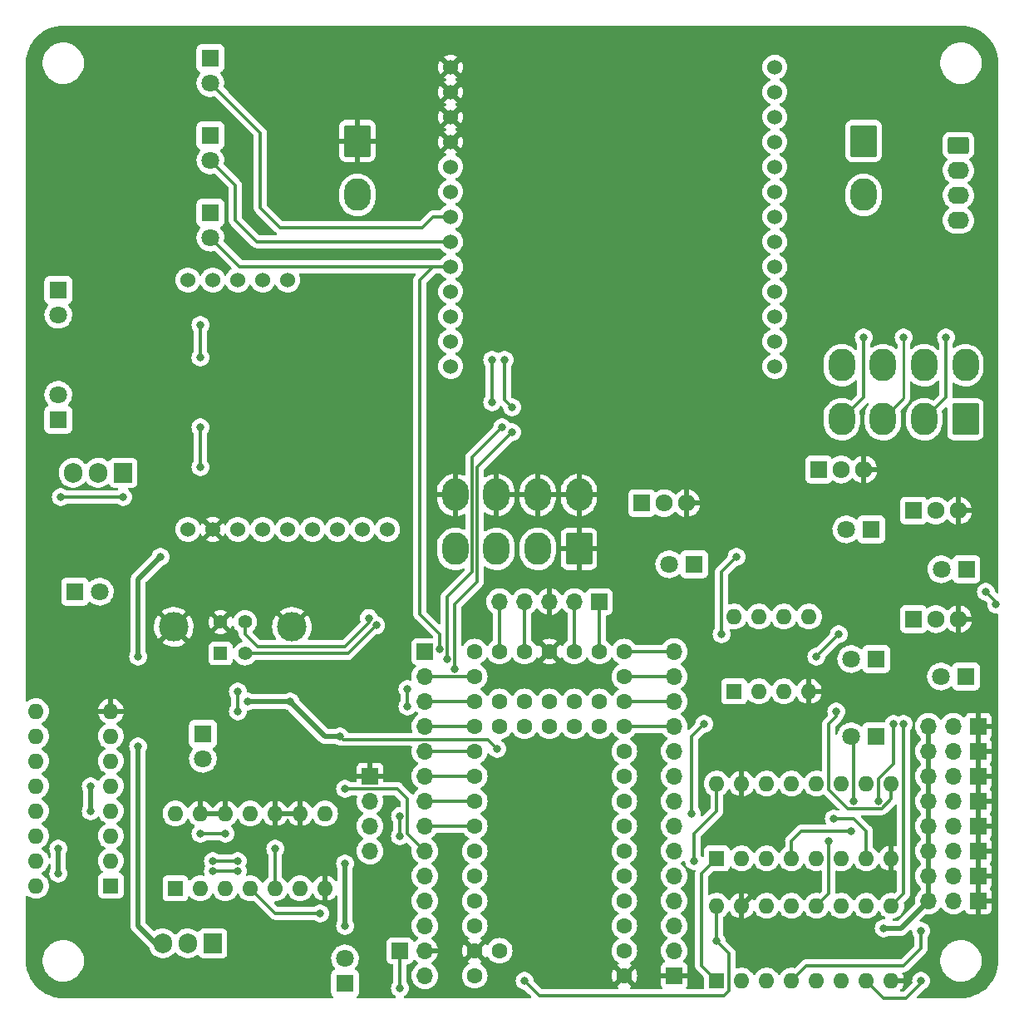
<source format=gbl>
%TF.GenerationSoftware,KiCad,Pcbnew,6.0.10-86aedd382b~118~ubuntu20.04.1*%
%TF.CreationDate,2022-12-27T17:01:33-05:00*%
%TF.ProjectId,AMP_PCBv2,414d505f-5043-4427-9632-2e6b69636164,A*%
%TF.SameCoordinates,Original*%
%TF.FileFunction,Copper,L2,Bot*%
%TF.FilePolarity,Positive*%
%FSLAX46Y46*%
G04 Gerber Fmt 4.6, Leading zero omitted, Abs format (unit mm)*
G04 Created by KiCad (PCBNEW 6.0.10-86aedd382b~118~ubuntu20.04.1) date 2022-12-27 17:01:33*
%MOMM*%
%LPD*%
G01*
G04 APERTURE LIST*
G04 Aperture macros list*
%AMRoundRect*
0 Rectangle with rounded corners*
0 $1 Rounding radius*
0 $2 $3 $4 $5 $6 $7 $8 $9 X,Y pos of 4 corners*
0 Add a 4 corners polygon primitive as box body*
4,1,4,$2,$3,$4,$5,$6,$7,$8,$9,$2,$3,0*
0 Add four circle primitives for the rounded corners*
1,1,$1+$1,$2,$3*
1,1,$1+$1,$4,$5*
1,1,$1+$1,$6,$7*
1,1,$1+$1,$8,$9*
0 Add four rect primitives between the rounded corners*
20,1,$1+$1,$2,$3,$4,$5,0*
20,1,$1+$1,$4,$5,$6,$7,0*
20,1,$1+$1,$6,$7,$8,$9,0*
20,1,$1+$1,$8,$9,$2,$3,0*%
G04 Aperture macros list end*
%TA.AperFunction,ComponentPad*%
%ADD10R,1.600000X1.600000*%
%TD*%
%TA.AperFunction,ComponentPad*%
%ADD11O,1.600000X1.600000*%
%TD*%
%TA.AperFunction,ComponentPad*%
%ADD12R,1.700000X1.700000*%
%TD*%
%TA.AperFunction,ComponentPad*%
%ADD13O,1.700000X1.700000*%
%TD*%
%TA.AperFunction,ComponentPad*%
%ADD14C,1.524000*%
%TD*%
%TA.AperFunction,ComponentPad*%
%ADD15R,1.717500X1.800000*%
%TD*%
%TA.AperFunction,ComponentPad*%
%ADD16O,1.717500X1.800000*%
%TD*%
%TA.AperFunction,ComponentPad*%
%ADD17RoundRect,0.250001X-1.099999X-1.399999X1.099999X-1.399999X1.099999X1.399999X-1.099999X1.399999X0*%
%TD*%
%TA.AperFunction,ComponentPad*%
%ADD18O,2.700000X3.300000*%
%TD*%
%TA.AperFunction,ComponentPad*%
%ADD19R,1.800000X1.800000*%
%TD*%
%TA.AperFunction,ComponentPad*%
%ADD20C,1.800000*%
%TD*%
%TA.AperFunction,ComponentPad*%
%ADD21RoundRect,0.250001X1.099999X1.399999X-1.099999X1.399999X-1.099999X-1.399999X1.099999X-1.399999X0*%
%TD*%
%TA.AperFunction,ComponentPad*%
%ADD22R,1.905000X2.000000*%
%TD*%
%TA.AperFunction,ComponentPad*%
%ADD23O,1.905000X2.000000*%
%TD*%
%TA.AperFunction,ComponentPad*%
%ADD24C,1.600000*%
%TD*%
%TA.AperFunction,ComponentPad*%
%ADD25RoundRect,0.250000X-0.845000X0.620000X-0.845000X-0.620000X0.845000X-0.620000X0.845000X0.620000X0*%
%TD*%
%TA.AperFunction,ComponentPad*%
%ADD26O,2.190000X1.740000*%
%TD*%
%TA.AperFunction,ComponentPad*%
%ADD27R,1.400000X1.400000*%
%TD*%
%TA.AperFunction,ComponentPad*%
%ADD28C,1.400000*%
%TD*%
%TA.AperFunction,ComponentPad*%
%ADD29C,3.000000*%
%TD*%
%TA.AperFunction,ViaPad*%
%ADD30C,0.800000*%
%TD*%
%TA.AperFunction,Conductor*%
%ADD31C,0.300000*%
%TD*%
%TA.AperFunction,Conductor*%
%ADD32C,0.500000*%
%TD*%
%TA.AperFunction,Conductor*%
%ADD33C,0.250000*%
%TD*%
G04 APERTURE END LIST*
D10*
%TO.P,U9,1*%
%TO.N,/OUT_THROTTLE*%
X160030000Y-115814000D03*
D11*
%TO.P,U9,2,-*%
%TO.N,Net-(R16-Pad1)*%
X162570000Y-115814000D03*
%TO.P,U9,3,+*%
%TO.N,Net-(C6-Pad1)*%
X165110000Y-115814000D03*
%TO.P,U9,4,V-*%
%TO.N,GND*%
X167650000Y-115814000D03*
%TO.P,U9,5,+*%
%TO.N,Net-(C7-Pad1)*%
X167650000Y-108194000D03*
%TO.P,U9,6,-*%
%TO.N,Net-(R26-Pad1)*%
X165110000Y-108194000D03*
%TO.P,U9,7*%
%TO.N,/OUT_FB*%
X162570000Y-108194000D03*
%TO.P,U9,8,V+*%
%TO.N,+12V*%
X160030000Y-108194000D03*
%TD*%
D12*
%TO.P,JT2,1,Pin_1*%
%TO.N,Net-(JT2-Pad1)*%
X146299000Y-106680000D03*
D13*
%TO.P,JT2,2,Pin_2*%
%TO.N,Net-(JT2-Pad2)*%
X143759000Y-106680000D03*
%TO.P,JT2,3,Pin_3*%
%TO.N,GND*%
X141219000Y-106680000D03*
%TO.P,JT2,4,Pin_4*%
%TO.N,Net-(JT2-Pad4)*%
X138679000Y-106680000D03*
%TO.P,JT2,5,Pin_5*%
%TO.N,Net-(JT2-Pad5)*%
X136139000Y-106680000D03*
%TD*%
D14*
%TO.P,J6,1,Pin_1*%
%TO.N,/OUT_EBRAKE1*%
X164179000Y-82709000D03*
%TO.P,J6,2,Pin_2*%
X164179000Y-80169000D03*
%TO.P,J6,3,Pin_3*%
X164179000Y-77629000D03*
%TO.P,J6,4,Pin_4*%
X164179000Y-75089000D03*
%TO.P,J6,5,Pin_5*%
X164179000Y-72549000D03*
%TO.P,J6,6,Pin_6*%
X164179000Y-70009000D03*
%TO.P,J6,7,Pin_7*%
%TO.N,unconnected-(J6-Pad7)*%
X164179000Y-67469000D03*
%TO.P,J6,8,Pin_8*%
%TO.N,/OUT_EBRAKE2*%
X164179000Y-64929000D03*
%TO.P,J6,9,Pin_9*%
X164179000Y-62389000D03*
%TO.P,J6,10,Pin_10*%
X164179000Y-59849000D03*
%TO.P,J6,11,Pin_11*%
X164179000Y-57309000D03*
%TO.P,J6,12,Pin_12*%
X164179000Y-54769000D03*
%TO.P,J6,13,Pin_13*%
X164179000Y-52229000D03*
%TO.P,J6,14,Pin_14*%
%TO.N,GND*%
X131159000Y-52229000D03*
%TO.P,J6,15,Pin_15*%
X131159000Y-54769000D03*
%TO.P,J6,16,Pin_16*%
X131159000Y-57309000D03*
%TO.P,J6,17,Pin_17*%
X131159000Y-59849000D03*
%TO.P,J6,18,Pin_18*%
%TO.N,/EBRAKE_IS2*%
X131159000Y-62389000D03*
%TO.P,J6,19,Pin_19*%
%TO.N,/EBRAKE_IS1*%
X131159000Y-64929000D03*
%TO.P,J6,20,Pin_20*%
%TO.N,/MUX_EBRAKE2*%
X131159000Y-67469000D03*
%TO.P,J6,21,Pin_21*%
%TO.N,/MUX_EBRAKE1*%
X131159000Y-70009000D03*
%TO.P,J6,22,Pin_22*%
%TO.N,/EBRAKE_EN*%
X131159000Y-72549000D03*
%TO.P,J6,23,Pin_23*%
%TO.N,+12V*%
X131159000Y-75089000D03*
%TO.P,J6,24,Pin_24*%
X131159000Y-77629000D03*
%TO.P,J6,25,Pin_25*%
X131159000Y-80169000D03*
%TO.P,J6,26,Pin_26*%
X131159000Y-82709000D03*
%TD*%
D12*
%TO.P,JP8,1,A*%
%TO.N,GND*%
X184897000Y-124460000D03*
D13*
%TO.P,JP8,2,C*%
%TO.N,/ERR_EBRAKE1*%
X182357000Y-124460000D03*
%TO.P,JP8,3,B*%
%TO.N,+3V3*%
X179817000Y-124460000D03*
%TD*%
D12*
%TO.P,JP4,1,A*%
%TO.N,GND*%
X184897000Y-134620000D03*
D13*
%TO.P,JP4,2,C*%
%TO.N,/ERR_FWD*%
X182357000Y-134620000D03*
%TO.P,JP4,3,B*%
%TO.N,+3V3*%
X179817000Y-134620000D03*
%TD*%
D15*
%TO.P,Q2,1,G*%
%TO.N,Net-(Q2-Pad1)*%
X178304000Y-97402000D03*
D16*
%TO.P,Q2,2,D*%
%TO.N,/OUT_FWD*%
X180594000Y-97402000D03*
%TO.P,Q2,3,S*%
%TO.N,GND*%
X182884000Y-97402000D03*
%TD*%
D14*
%TO.P,U10,1,VIN*%
%TO.N,+3V3*%
X104394000Y-99314000D03*
%TO.P,U10,2,GND*%
%TO.N,GND*%
X106934000Y-99314000D03*
%TO.P,U10,3,EN*%
%TO.N,unconnected-(U10-Pad3)*%
X109474000Y-99314000D03*
%TO.P,U10,4,G0*%
%TO.N,/LORA_INT*%
X112014000Y-99314000D03*
%TO.P,U10,5,SCK*%
%TO.N,/LORA_SCK*%
X114554000Y-99314000D03*
%TO.P,U10,6,MISO*%
%TO.N,/LORA_MISO*%
X117094000Y-99314000D03*
%TO.P,U10,7,MOSI*%
%TO.N,/LORA_MOSI*%
X119634000Y-99314000D03*
%TO.P,U10,8,CS*%
%TO.N,/LORA_CS*%
X122174000Y-99314000D03*
%TO.P,U10,9,RST*%
%TO.N,/LORA_RST*%
X124714000Y-99314000D03*
%TO.P,U10,10,G1*%
%TO.N,unconnected-(U10-Pad10)*%
X104394000Y-73914000D03*
%TO.P,U10,11,G2*%
%TO.N,unconnected-(U10-Pad11)*%
X106934000Y-73914000D03*
%TO.P,U10,12,G3*%
%TO.N,unconnected-(U10-Pad12)*%
X109474000Y-73914000D03*
%TO.P,U10,13,G4*%
%TO.N,unconnected-(U10-Pad13)*%
X112014000Y-73914000D03*
%TO.P,U10,14,G5*%
%TO.N,unconnected-(U10-Pad14)*%
X114554000Y-73914000D03*
%TD*%
D12*
%TO.P,JT1,1,Pin_1*%
%TO.N,GND*%
X153924000Y-144770000D03*
D13*
%TO.P,JT1,2,Pin_2*%
%TO.N,/MCU_FS1*%
X153924000Y-142230000D03*
%TO.P,JT1,3,Pin_3*%
%TO.N,/MCU_FWD*%
X153924000Y-139690000D03*
%TO.P,JT1,4,Pin_4*%
%TO.N,/MCU_REV*%
X153924000Y-137150000D03*
%TO.P,JT1,5,Pin_5*%
%TO.N,/MCU_THROTTLE*%
X153924000Y-134610000D03*
%TO.P,JT1,6,Pin_6*%
%TO.N,/MCU_FB*%
X153924000Y-132070000D03*
%TO.P,JT1,7,Pin_7*%
%TO.N,/MCU_EBRAKE1*%
X153924000Y-129530000D03*
%TO.P,JT1,8,Pin_8*%
%TO.N,/MCU_EBRAKE2*%
X153924000Y-126990000D03*
%TO.P,JT1,9,Pin_9*%
%TO.N,/MCU_STEERING*%
X153924000Y-124450000D03*
%TO.P,JT1,10,Pin_10*%
%TO.N,/LORA_INT*%
X153924000Y-121910000D03*
%TO.P,JT1,11,Pin_11*%
%TO.N,/LORA_RST*%
X153924000Y-119370000D03*
%TO.P,JT1,12,Pin_12*%
%TO.N,/LORA_CS*%
X153924000Y-116830000D03*
%TO.P,JT1,13,Pin_13*%
%TO.N,/LORA_MOSI*%
X153924000Y-114290000D03*
%TO.P,JT1,14,Pin_14*%
%TO.N,/LORA_MISO*%
X153924000Y-111750000D03*
%TD*%
D12*
%TO.P,JP5,1,A*%
%TO.N,GND*%
X184897000Y-132080000D03*
D13*
%TO.P,JP5,2,C*%
%TO.N,/ERR_REV*%
X182357000Y-132080000D03*
%TO.P,JP5,3,B*%
%TO.N,+3V3*%
X179817000Y-132080000D03*
%TD*%
D12*
%TO.P,JP10,1,A*%
%TO.N,GND*%
X184897000Y-119380000D03*
D13*
%TO.P,JP10,2,C*%
%TO.N,/ERR_STEERING*%
X182357000Y-119380000D03*
%TO.P,JP10,3,B*%
%TO.N,+3V3*%
X179817000Y-119380000D03*
%TD*%
D17*
%TO.P,J2,1,Pin_1*%
%TO.N,/OUT_EBRAKE2*%
X173228000Y-59742000D03*
D18*
%TO.P,J2,2,Pin_2*%
%TO.N,/OUT_EBRAKE1*%
X173228000Y-65242000D03*
%TD*%
D19*
%TO.P,D11,1,K*%
%TO.N,Net-(D11-Pad1)*%
X106680000Y-59187000D03*
D20*
%TO.P,D11,2,A*%
%TO.N,/MUX_EBRAKE1*%
X106680000Y-61727000D03*
%TD*%
D15*
%TO.P,Q3,1,G*%
%TO.N,Net-(Q3-Pad1)*%
X168652000Y-93218000D03*
D16*
%TO.P,Q3,2,D*%
%TO.N,/OUT_REV*%
X170942000Y-93218000D03*
%TO.P,Q3,3,S*%
%TO.N,GND*%
X173232000Y-93218000D03*
%TD*%
D19*
%TO.P,D10,1,K*%
%TO.N,Net-(D10-Pad1)*%
X106680000Y-67056000D03*
D20*
%TO.P,D10,2,A*%
%TO.N,/EBRAKE_EN*%
X106680000Y-69596000D03*
%TD*%
D12*
%TO.P,JT4,1,Pin_1*%
%TO.N,Net-(JT4-Pad1)*%
X125984000Y-142240000D03*
%TD*%
D21*
%TO.P,J4,1,Pin_1*%
%TO.N,GND*%
X144222000Y-101294000D03*
D18*
%TO.P,J4,2,Pin_2*%
%TO.N,/STEERING_INPUT_B+*%
X140022000Y-101294000D03*
%TO.P,J4,3,Pin_3*%
%TO.N,/STEERING_INPUT_A+*%
X135822000Y-101294000D03*
%TO.P,J4,4,Pin_4*%
%TO.N,+12V*%
X131622000Y-101294000D03*
%TO.P,J4,5,Pin_5*%
%TO.N,GND*%
X144222000Y-95794000D03*
%TO.P,J4,6,Pin_6*%
X140022000Y-95794000D03*
%TO.P,J4,7,Pin_7*%
X135822000Y-95794000D03*
%TO.P,J4,8,Pin_8*%
X131622000Y-95794000D03*
%TD*%
D12*
%TO.P,JP7,1,A*%
%TO.N,GND*%
X184897000Y-127000000D03*
D13*
%TO.P,JP7,2,C*%
%TO.N,/ERR_FB*%
X182357000Y-127000000D03*
%TO.P,JP7,3,B*%
%TO.N,+3V3*%
X179817000Y-127000000D03*
%TD*%
D19*
%TO.P,D13,1,K*%
%TO.N,Net-(D13-Pad1)*%
X105918000Y-120142000D03*
D20*
%TO.P,D13,2,A*%
%TO.N,/WD_SEL*%
X105918000Y-122682000D03*
%TD*%
D22*
%TO.P,U3,1,ADJ*%
%TO.N,Net-(R3-Pad2)*%
X106934000Y-141478000D03*
D23*
%TO.P,U3,2,VO*%
%TO.N,Net-(C10-Pad1)*%
X104394000Y-141478000D03*
%TO.P,U3,3,VI*%
%TO.N,+12V*%
X101854000Y-141478000D03*
%TD*%
D19*
%TO.P,D3,1,K*%
%TO.N,Net-(D3-Pad1)*%
X92884000Y-105664000D03*
D20*
%TO.P,D3,2,A*%
%TO.N,+3V3*%
X95424000Y-105664000D03*
%TD*%
D10*
%TO.P,U8,1*%
%TO.N,/WD_SET*%
X103119000Y-135880000D03*
D11*
%TO.P,U8,2*%
%TO.N,Net-(U8-Pad2)*%
X105659000Y-135880000D03*
%TO.P,U8,3*%
%TO.N,/WD_SEL*%
X108199000Y-135880000D03*
%TO.P,U8,4*%
X110739000Y-135880000D03*
%TO.P,U8,5*%
%TO.N,/WD_RESET*%
X113279000Y-135880000D03*
%TO.P,U8,6*%
%TO.N,Net-(U8-Pad2)*%
X115819000Y-135880000D03*
%TO.P,U8,7,GND*%
%TO.N,GND*%
X118359000Y-135880000D03*
%TO.P,U8,8*%
%TO.N,unconnected-(U8-Pad8)*%
X118359000Y-128260000D03*
%TO.P,U8,9*%
%TO.N,GND*%
X115819000Y-128260000D03*
%TO.P,U8,10*%
X113279000Y-128260000D03*
%TO.P,U8,11*%
%TO.N,unconnected-(U8-Pad11)*%
X110739000Y-128260000D03*
%TO.P,U8,12*%
%TO.N,GND*%
X108199000Y-128260000D03*
%TO.P,U8,13*%
X105659000Y-128260000D03*
%TO.P,U8,14,VCC*%
%TO.N,+3V3*%
X103119000Y-128260000D03*
%TD*%
D12*
%TO.P,J5,1,Pin_1*%
%TO.N,GND*%
X122936000Y-124460000D03*
D13*
%TO.P,J5,2,Pin_2*%
%TO.N,+5V*%
X122936000Y-127000000D03*
%TO.P,J5,3,Pin_3*%
%TO.N,/OLED_SCL*%
X122936000Y-129540000D03*
%TO.P,J5,4,Pin_4*%
%TO.N,/OLED_SDA*%
X122936000Y-132080000D03*
%TD*%
D12*
%TO.P,JP6,1,A*%
%TO.N,GND*%
X184897000Y-129540000D03*
D13*
%TO.P,JP6,2,C*%
%TO.N,/ERR_THROTTLE*%
X182357000Y-129540000D03*
%TO.P,JP6,3,B*%
%TO.N,+3V3*%
X179817000Y-129540000D03*
%TD*%
D19*
%TO.P,D4,1,K*%
%TO.N,Net-(D4-Pad1)*%
X183642000Y-114300000D03*
D20*
%TO.P,D4,2,A*%
%TO.N,/MUX_FS1*%
X181102000Y-114300000D03*
%TD*%
D10*
%TO.P,U6,1,S*%
%TO.N,/WD_SEL*%
X158257000Y-132832000D03*
D11*
%TO.P,U6,2,I0a*%
%TO.N,/MCU_FB*%
X160797000Y-132832000D03*
%TO.P,U6,3,I1a*%
%TO.N,/ERR_FB*%
X163337000Y-132832000D03*
%TO.P,U6,4,Za*%
%TO.N,/MUX_FB*%
X165877000Y-132832000D03*
%TO.P,U6,5,I0b*%
%TO.N,/MCU_EBRAKE1*%
X168417000Y-132832000D03*
%TO.P,U6,6,I1b*%
%TO.N,/ERR_EBRAKE1*%
X170957000Y-132832000D03*
%TO.P,U6,7,Zb*%
%TO.N,/MUX_EBRAKE1*%
X173497000Y-132832000D03*
%TO.P,U6,8,GND*%
%TO.N,GND*%
X176037000Y-132832000D03*
%TO.P,U6,9,Zc*%
%TO.N,/MUX_EBRAKE2*%
X176037000Y-125212000D03*
%TO.P,U6,10,I1c*%
%TO.N,/ERR_EBRAKE2*%
X173497000Y-125212000D03*
%TO.P,U6,11,I0c*%
%TO.N,/MCU_EBRAKE2*%
X170957000Y-125212000D03*
%TO.P,U6,12,Zd*%
%TO.N,/MUX_STEERING*%
X168417000Y-125212000D03*
%TO.P,U6,13,I1d*%
%TO.N,/ERR_STEERING*%
X165877000Y-125212000D03*
%TO.P,U6,14,I0d*%
%TO.N,/MCU_STEERING*%
X163337000Y-125212000D03*
%TO.P,U6,15,E*%
%TO.N,GND*%
X160797000Y-125212000D03*
%TO.P,U6,16,VCC*%
%TO.N,+3V3*%
X158257000Y-125212000D03*
%TD*%
D12*
%TO.P,JP9,1,A*%
%TO.N,GND*%
X184897000Y-121920000D03*
D13*
%TO.P,JP9,2,C*%
%TO.N,/ERR_EBRAKE2*%
X182357000Y-121920000D03*
%TO.P,JP9,3,B*%
%TO.N,+3V3*%
X179817000Y-121920000D03*
%TD*%
D19*
%TO.P,D6,1,K*%
%TO.N,Net-(D6-Pad1)*%
X173995000Y-99314000D03*
D20*
%TO.P,D6,2,A*%
%TO.N,/MUX_REV*%
X171455000Y-99314000D03*
%TD*%
D10*
%TO.P,U5,1,S*%
%TO.N,/WD_SEL*%
X158257000Y-145278000D03*
D11*
%TO.P,U5,2,I0a*%
%TO.N,/MCU_FS1*%
X160797000Y-145278000D03*
%TO.P,U5,3,I1a*%
%TO.N,/ERR_FS1*%
X163337000Y-145278000D03*
%TO.P,U5,4,Za*%
%TO.N,/MUX_FS1*%
X165877000Y-145278000D03*
%TO.P,U5,5,I0b*%
%TO.N,/MCU_FWD*%
X168417000Y-145278000D03*
%TO.P,U5,6,I1b*%
%TO.N,/ERR_FWD*%
X170957000Y-145278000D03*
%TO.P,U5,7,Zb*%
%TO.N,/MUX_FWD*%
X173497000Y-145278000D03*
%TO.P,U5,8,GND*%
%TO.N,GND*%
X176037000Y-145278000D03*
%TO.P,U5,9,Zc*%
%TO.N,/MUX_REV*%
X176037000Y-137658000D03*
%TO.P,U5,10,I1c*%
%TO.N,/ERR_REV*%
X173497000Y-137658000D03*
%TO.P,U5,11,I0c*%
%TO.N,/MCU_REV*%
X170957000Y-137658000D03*
%TO.P,U5,12,Zd*%
%TO.N,/MUX_THROTTLE*%
X168417000Y-137658000D03*
%TO.P,U5,13,I1d*%
%TO.N,/ERR_THROTTLE*%
X165877000Y-137658000D03*
%TO.P,U5,14,I0d*%
%TO.N,/MCU_THROTTLE*%
X163337000Y-137658000D03*
%TO.P,U5,15,E*%
%TO.N,GND*%
X160797000Y-137658000D03*
%TO.P,U5,16,VCC*%
%TO.N,+3V3*%
X158257000Y-137658000D03*
%TD*%
D19*
%TO.P,D7,1,K*%
%TO.N,Net-(D7-Pad1)*%
X155956000Y-102870000D03*
D20*
%TO.P,D7,2,A*%
%TO.N,/MUX_STEERING*%
X153416000Y-102870000D03*
%TD*%
D24*
%TO.P,U1,1,GND*%
%TO.N,GND*%
X148844000Y-144780000D03*
%TO.P,U1,2,0_RX1_CRX2_CS1*%
%TO.N,/MCU_FS1*%
X148844000Y-142240000D03*
%TO.P,U1,3,1_TX1_CTX2_MISO1*%
%TO.N,/MCU_FWD*%
X148844000Y-139700000D03*
%TO.P,U1,4,2_OUT2*%
%TO.N,/MCU_REV*%
X148844000Y-137160000D03*
%TO.P,U1,5,3_LRCLK2*%
%TO.N,/MCU_THROTTLE*%
X148844000Y-134620000D03*
%TO.P,U1,6,4_BCLK2*%
%TO.N,/MCU_FB*%
X148844000Y-132080000D03*
%TO.P,U1,7,5_IN2*%
%TO.N,/MCU_EBRAKE1*%
X148844000Y-129540000D03*
%TO.P,U1,8,6_OUT1D*%
%TO.N,/MCU_EBRAKE2*%
X148844000Y-127000000D03*
%TO.P,U1,9,7_RX2_OUT1A*%
%TO.N,/MCU_STEERING*%
X148844000Y-124460000D03*
%TO.P,U1,10,8_TX2_IN1*%
%TO.N,/LORA_INT*%
X148844000Y-121920000D03*
%TO.P,U1,11,9_OUT1C*%
%TO.N,/LORA_RST*%
X148844000Y-119380000D03*
%TO.P,U1,12,10_CS_MQSR*%
%TO.N,/LORA_CS*%
X148844000Y-116840000D03*
%TO.P,U1,13,11_MOSI_CTX1*%
%TO.N,/LORA_MOSI*%
X148844000Y-114300000D03*
%TO.P,U1,14,12_MISO_MQSL*%
%TO.N,/LORA_MISO*%
X148844000Y-111760000D03*
%TO.P,U1,15,VBAT*%
%TO.N,Net-(JT2-Pad1)*%
X146304000Y-111760000D03*
%TO.P,U1,16,3V3*%
%TO.N,Net-(JT2-Pad2)*%
X143764000Y-111760000D03*
%TO.P,U1,17,GND*%
%TO.N,GND*%
X141224000Y-111760000D03*
%TO.P,U1,18,PROGRAM*%
%TO.N,Net-(JT2-Pad4)*%
X138684000Y-111760000D03*
%TO.P,U1,19,ON_OFF*%
%TO.N,Net-(JT2-Pad5)*%
X136144000Y-111760000D03*
%TO.P,U1,20,13_SCK_CRX1_LED*%
%TO.N,/LORA_SCK*%
X133604000Y-111760000D03*
%TO.P,U1,21,14_A0_TX3_SPDIF_OUT*%
%TO.N,/USB_UART_TX*%
X133604000Y-114300000D03*
%TO.P,U1,22,15_A1_RX3_SPDIF_IN*%
%TO.N,/USB_UART_RX*%
X133604000Y-116840000D03*
%TO.P,U1,23,16_A2_RX4_SCL1*%
%TO.N,/OLED_SDA*%
X133604000Y-119380000D03*
%TO.P,U1,24,17_A3_TX4_SDA1*%
%TO.N,/OLED_SCL*%
X133604000Y-121920000D03*
%TO.P,U1,25,18_A4_SDA0*%
%TO.N,/EBRAKE_EN*%
X133604000Y-124460000D03*
%TO.P,U1,26,19_A5_SCL0*%
%TO.N,/EBRAKE_IS1*%
X133604000Y-127000000D03*
%TO.P,U1,27,20_A6_TX5_LRCLK1*%
%TO.N,/EBRAKE_IS2*%
X133604000Y-129540000D03*
%TO.P,U1,28,21_A7_RX5_BCLK1*%
%TO.N,/ERR_OTHER*%
X133604000Y-132080000D03*
%TO.P,U1,29,22_A8_CTX1*%
%TO.N,/WD_SET*%
X133604000Y-134620000D03*
%TO.P,U1,30,23_A9_CRX1_MCLK1*%
%TO.N,/WD_RESET*%
X133604000Y-137160000D03*
%TO.P,U1,31,3V3*%
%TO.N,Net-(JT3-Pad12)*%
X133604000Y-139700000D03*
%TO.P,U1,32,GND*%
%TO.N,GND*%
X133604000Y-142240000D03*
%TO.P,U1,33,VIN*%
%TO.N,+5V*%
X133604000Y-144780000D03*
%TO.P,U1,34,VUSB*%
%TO.N,Net-(JT4-Pad1)*%
X136144000Y-142240000D03*
%TO.P,U1,35,24_A10_TX6_SCL2*%
%TO.N,unconnected-(U1-Pad35)*%
X136144000Y-116840000D03*
%TO.P,U1,36,25_A11_RX6_SDA2*%
%TO.N,unconnected-(U1-Pad36)*%
X136144000Y-119380000D03*
%TO.P,U1,37,26_A12_MOSI1*%
%TO.N,unconnected-(U1-Pad37)*%
X138684000Y-116840000D03*
%TO.P,U1,38,27_A13_SCK1*%
%TO.N,unconnected-(U1-Pad38)*%
X138684000Y-119380000D03*
%TO.P,U1,39,28_RX7*%
%TO.N,unconnected-(U1-Pad39)*%
X141224000Y-116840000D03*
%TO.P,U1,40,29_TX7*%
%TO.N,unconnected-(U1-Pad40)*%
X141224000Y-119380000D03*
%TO.P,U1,41,30_CRX3*%
%TO.N,unconnected-(U1-Pad41)*%
X143764000Y-116840000D03*
%TO.P,U1,42,31_CTX3*%
%TO.N,unconnected-(U1-Pad42)*%
X143764000Y-119380000D03*
%TO.P,U1,43,32_OUT1B*%
%TO.N,unconnected-(U1-Pad43)*%
X146304000Y-116840000D03*
%TO.P,U1,44,33_MCLK2*%
%TO.N,unconnected-(U1-Pad44)*%
X146304000Y-119380000D03*
%TD*%
D15*
%TO.P,Q1,1,G*%
%TO.N,Net-(Q1-Pad1)*%
X178304000Y-108458000D03*
D16*
%TO.P,Q1,2,D*%
%TO.N,/OUT_FS1*%
X180594000Y-108458000D03*
%TO.P,Q1,3,S*%
%TO.N,GND*%
X182884000Y-108458000D03*
%TD*%
D17*
%TO.P,J1,1,Pin_1*%
%TO.N,GND*%
X121666000Y-59742000D03*
D18*
%TO.P,J1,2,Pin_2*%
%TO.N,+12V*%
X121666000Y-65242000D03*
%TD*%
D10*
%TO.P,U7,1,Q12*%
%TO.N,Net-(JP12-Pad1)*%
X96541500Y-135621000D03*
D11*
%TO.P,U7,2,Q13*%
%TO.N,Net-(JP13-Pad1)*%
X96541500Y-133081000D03*
%TO.P,U7,3,Q14*%
%TO.N,Net-(JP14-Pad1)*%
X96541500Y-130541000D03*
%TO.P,U7,4,Q6*%
%TO.N,unconnected-(U7-Pad4)*%
X96541500Y-128001000D03*
%TO.P,U7,5,Q5*%
%TO.N,unconnected-(U7-Pad5)*%
X96541500Y-125461000D03*
%TO.P,U7,6,Q7*%
%TO.N,unconnected-(U7-Pad6)*%
X96541500Y-122921000D03*
%TO.P,U7,7,Q4*%
%TO.N,unconnected-(U7-Pad7)*%
X96541500Y-120381000D03*
%TO.P,U7,8,GND*%
%TO.N,GND*%
X96541500Y-117841000D03*
%TO.P,U7,9,CLKO*%
%TO.N,Net-(C8-Pad2)*%
X88921500Y-117841000D03*
%TO.P,U7,10,CLKO*%
%TO.N,Net-(R31-Pad2)*%
X88921500Y-120381000D03*
%TO.P,U7,11,CLKI*%
%TO.N,Net-(R32-Pad2)*%
X88921500Y-122921000D03*
%TO.P,U7,12,CLR*%
%TO.N,/WD_RESET*%
X88921500Y-125461000D03*
%TO.P,U7,13,Q9*%
%TO.N,unconnected-(U7-Pad13)*%
X88921500Y-128001000D03*
%TO.P,U7,14,Q8*%
%TO.N,unconnected-(U7-Pad14)*%
X88921500Y-130541000D03*
%TO.P,U7,15,Q10*%
%TO.N,Net-(JP11-Pad1)*%
X88921500Y-133081000D03*
%TO.P,U7,16,VCC*%
%TO.N,+3V3*%
X88921500Y-135621000D03*
%TD*%
D12*
%TO.P,JT3,1,Pin_1*%
%TO.N,/LORA_SCK*%
X128524000Y-111760000D03*
D13*
%TO.P,JT3,2,Pin_2*%
%TO.N,/USB_UART_TX*%
X128524000Y-114300000D03*
%TO.P,JT3,3,Pin_3*%
%TO.N,/USB_UART_RX*%
X128524000Y-116840000D03*
%TO.P,JT3,4,Pin_4*%
%TO.N,/OLED_SDA*%
X128524000Y-119380000D03*
%TO.P,JT3,5,Pin_5*%
%TO.N,/OLED_SCL*%
X128524000Y-121920000D03*
%TO.P,JT3,6,Pin_6*%
%TO.N,/EBRAKE_EN*%
X128524000Y-124460000D03*
%TO.P,JT3,7,Pin_7*%
%TO.N,/EBRAKE_IS1*%
X128524000Y-127000000D03*
%TO.P,JT3,8,Pin_8*%
%TO.N,/EBRAKE_IS2*%
X128524000Y-129540000D03*
%TO.P,JT3,9,Pin_9*%
%TO.N,/ERR_OTHER*%
X128524000Y-132080000D03*
%TO.P,JT3,10,Pin_10*%
%TO.N,/WD_SET*%
X128524000Y-134620000D03*
%TO.P,JT3,11,Pin_11*%
%TO.N,/WD_RESET*%
X128524000Y-137160000D03*
%TO.P,JT3,12,Pin_12*%
%TO.N,Net-(JT3-Pad12)*%
X128524000Y-139700000D03*
%TO.P,JT3,13,Pin_13*%
%TO.N,GND*%
X128524000Y-142240000D03*
%TO.P,JT3,14,Pin_14*%
%TO.N,+5V*%
X128524000Y-144780000D03*
%TD*%
D19*
%TO.P,D14,1,K*%
%TO.N,Net-(D14-Pad1)*%
X91186000Y-74925000D03*
D20*
%TO.P,D14,2,A*%
%TO.N,/ERR_OTHER*%
X91186000Y-77465000D03*
%TD*%
D19*
%TO.P,D8,1,K*%
%TO.N,Net-(D8-Pad1)*%
X174503000Y-120396000D03*
D20*
%TO.P,D8,2,A*%
%TO.N,/MUX_THROTTLE*%
X171963000Y-120396000D03*
%TD*%
D25*
%TO.P,JX1,1,Pin_1*%
%TO.N,/OUT_THROTTLE*%
X182880000Y-60198000D03*
D26*
%TO.P,JX1,2,Pin_2*%
%TO.N,/OUT_REV*%
X182880000Y-62738000D03*
%TO.P,JX1,3,Pin_3*%
%TO.N,/OUT_FWD*%
X182880000Y-65278000D03*
%TO.P,JX1,4,Pin_4*%
%TO.N,/OUT_FS1*%
X182880000Y-67818000D03*
%TD*%
D19*
%TO.P,D5,1,K*%
%TO.N,Net-(D5-Pad1)*%
X183682000Y-103378000D03*
D20*
%TO.P,D5,2,A*%
%TO.N,/MUX_FWD*%
X181142000Y-103378000D03*
%TD*%
D19*
%TO.P,D2,1,K*%
%TO.N,Net-(D2-Pad1)*%
X120396000Y-145562000D03*
D20*
%TO.P,D2,2,A*%
%TO.N,+5V*%
X120396000Y-143022000D03*
%TD*%
D22*
%TO.P,U4,1,ADJ*%
%TO.N,Net-(R4-Pad2)*%
X97790000Y-93543000D03*
D23*
%TO.P,U4,2,VO*%
%TO.N,Net-(C12-Pad1)*%
X95250000Y-93543000D03*
%TO.P,U4,3,VI*%
%TO.N,+12V*%
X92710000Y-93543000D03*
%TD*%
D19*
%TO.P,D1,1,K*%
%TO.N,Net-(D1-Pad1)*%
X91186000Y-88138000D03*
D20*
%TO.P,D1,2,A*%
%TO.N,+12V*%
X91186000Y-85598000D03*
%TD*%
D19*
%TO.P,D9,1,K*%
%TO.N,Net-(D9-Pad1)*%
X174503000Y-112522000D03*
D20*
%TO.P,D9,2,A*%
%TO.N,/MUX_FB*%
X171963000Y-112522000D03*
%TD*%
D21*
%TO.P,J3,1,Pin_1*%
%TO.N,/OUT_FS1*%
X183592000Y-88086000D03*
D18*
%TO.P,J3,2,Pin_2*%
%TO.N,/OUT_FWD*%
X179392000Y-88086000D03*
%TO.P,J3,3,Pin_3*%
%TO.N,/OUT_REV*%
X175192000Y-88086000D03*
%TO.P,J3,4,Pin_4*%
%TO.N,/OUT_THROTTLE*%
X170992000Y-88086000D03*
%TO.P,J3,5,Pin_5*%
%TO.N,/OUT_FB*%
X183592000Y-82586000D03*
%TO.P,J3,6,Pin_6*%
%TO.N,unconnected-(J3-Pad6)*%
X179392000Y-82586000D03*
%TO.P,J3,7,Pin_7*%
%TO.N,unconnected-(J3-Pad7)*%
X175192000Y-82586000D03*
%TO.P,J3,8,Pin_8*%
%TO.N,unconnected-(J3-Pad8)*%
X170992000Y-82586000D03*
%TD*%
D12*
%TO.P,JP3,1,A*%
%TO.N,GND*%
X184897000Y-137160000D03*
D13*
%TO.P,JP3,2,C*%
%TO.N,/ERR_FS1*%
X182357000Y-137160000D03*
%TO.P,JP3,3,B*%
%TO.N,+3V3*%
X179817000Y-137160000D03*
%TD*%
D19*
%TO.P,D12,1,K*%
%TO.N,Net-(D12-Pad1)*%
X106680000Y-51313000D03*
D20*
%TO.P,D12,2,A*%
%TO.N,/MUX_EBRAKE2*%
X106680000Y-53853000D03*
%TD*%
D15*
%TO.P,Q4,1,G*%
%TO.N,Net-(Q4-Pad1)*%
X150613000Y-96640000D03*
D16*
%TO.P,Q4,2,D*%
%TO.N,/STEERING_INPUT_B+*%
X152903000Y-96640000D03*
%TO.P,Q4,3,S*%
%TO.N,GND*%
X155193000Y-96640000D03*
%TD*%
D27*
%TO.P,USB1,1,VBUS*%
%TO.N,Net-(R8-Pad1)*%
X107716000Y-111956500D03*
D28*
%TO.P,USB1,2,D-*%
%TO.N,/USB_DR-*%
X110216000Y-111956500D03*
%TO.P,USB1,3,D+*%
%TO.N,/USB_DR+*%
X110216000Y-108756500D03*
%TO.P,USB1,4,GND*%
%TO.N,GND*%
X107716000Y-108756500D03*
D29*
%TO.P,USB1,5,Shield*%
X102946000Y-109246500D03*
X114986000Y-109246500D03*
%TD*%
D30*
%TO.N,/USB_DR+*%
X122818768Y-108340768D03*
%TO.N,GND*%
X168402000Y-134874000D03*
X162306000Y-101854000D03*
X113538000Y-62738000D03*
X165354000Y-121412000D03*
X113284000Y-71374000D03*
X97536000Y-87122000D03*
X113030000Y-54864000D03*
X110998000Y-123952000D03*
X116078000Y-122682000D03*
X156464000Y-94488000D03*
X119634000Y-105664000D03*
X175260000Y-142240000D03*
X134874000Y-88392000D03*
X106680000Y-138684000D03*
X155448000Y-108966000D03*
X123698000Y-105664000D03*
X99060000Y-75184000D03*
X90678000Y-100076000D03*
X109474000Y-141986000D03*
X90424000Y-103378000D03*
X158750000Y-119380000D03*
X99822000Y-96520000D03*
X123698000Y-117856000D03*
X172974000Y-103632000D03*
X109982000Y-138684000D03*
X94488000Y-139700000D03*
X116586000Y-116840000D03*
X125730000Y-139954000D03*
X169418000Y-107188000D03*
X114808000Y-60198000D03*
X170942000Y-134874000D03*
%TO.N,/USB_DR-*%
X123561232Y-109083232D03*
%TO.N,+3V3*%
X110490000Y-116840000D03*
X91186000Y-131826000D03*
X94488000Y-128016000D03*
X119888000Y-120396000D03*
X175260000Y-139954000D03*
X126746000Y-115570000D03*
X126746000Y-117348000D03*
X91186000Y-134366000D03*
X155956000Y-133096000D03*
X114808000Y-116840000D03*
X135890000Y-121666000D03*
X158242000Y-141224000D03*
X94488000Y-125476000D03*
X138684000Y-145288000D03*
%TO.N,+12V*%
X101600000Y-102108000D03*
X99314000Y-112268000D03*
X99314000Y-121412000D03*
%TO.N,+5V*%
X120396000Y-133350000D03*
X120396000Y-139700000D03*
%TO.N,/MUX_FS1*%
X179070000Y-140208000D03*
%TO.N,/MUX_FWD*%
X179070000Y-145288000D03*
X186711977Y-106955977D03*
X185674000Y-105664000D03*
%TO.N,/MUX_REV*%
X177292000Y-119126000D03*
%TO.N,/MUX_THROTTLE*%
X169672000Y-131064000D03*
X172212000Y-127000000D03*
%TO.N,/MUX_FB*%
X176276000Y-119126000D03*
X174752000Y-127000000D03*
X171958000Y-130048000D03*
%TO.N,/EBRAKE_EN*%
X130048000Y-111506000D03*
%TO.N,/MUX_EBRAKE1*%
X155702000Y-128270000D03*
X156972000Y-119126000D03*
X160274000Y-102108000D03*
X170180000Y-128778000D03*
X158750000Y-109982000D03*
%TO.N,/MUX_EBRAKE2*%
X170434000Y-117856000D03*
%TO.N,/WD_SEL*%
X117856000Y-138430000D03*
%TO.N,/OLED_SDA*%
X125996500Y-128502023D03*
X125984000Y-130556000D03*
%TO.N,/EBRAKE_IS2*%
X136652000Y-82042000D03*
X137414000Y-86868000D03*
X131572000Y-113538000D03*
X137414000Y-89408000D03*
%TO.N,/EBRAKE_IS1*%
X136398000Y-88900000D03*
X130810000Y-112522000D03*
X135382000Y-86360000D03*
X135382000Y-82042000D03*
%TO.N,/WD_SET*%
X106934000Y-133096000D03*
X109474000Y-133096000D03*
%TO.N,/WD_RESET*%
X113284000Y-131826000D03*
X108204000Y-130302000D03*
X105664000Y-130302000D03*
%TO.N,Net-(JT4-Pad1)*%
X125984000Y-146050000D03*
%TO.N,/OUT_FWD*%
X181610000Y-79756000D03*
%TO.N,/OUT_REV*%
X177292000Y-79756000D03*
%TO.N,Net-(R4-Pad2)*%
X97790000Y-96012000D03*
X91440000Y-96012000D03*
%TO.N,/OUT_THROTTLE*%
X173228000Y-79756000D03*
X168402000Y-112268000D03*
X170688000Y-109982000D03*
%TO.N,Net-(U8-Pad2)*%
X106934000Y-134112000D03*
X109474000Y-134112000D03*
%TO.N,/ERR_OTHER*%
X105664000Y-88900000D03*
X120396000Y-125730000D03*
X109474000Y-115824000D03*
X109474000Y-117856000D03*
X105664000Y-78486000D03*
X105664000Y-81788000D03*
X105664000Y-92964000D03*
%TD*%
D31*
%TO.N,/USB_DR+*%
X120396000Y-111252000D02*
X122818768Y-108829232D01*
X111506000Y-111252000D02*
X120396000Y-111252000D01*
X110216000Y-108756500D02*
X110216000Y-109962000D01*
X122818768Y-108829232D02*
X122818768Y-108340768D01*
X110216000Y-109962000D02*
X111506000Y-111252000D01*
D32*
%TO.N,GND*%
X175768000Y-134874000D02*
X170942000Y-134874000D01*
X176037000Y-132832000D02*
X176037000Y-134605000D01*
X163581000Y-134874000D02*
X160797000Y-137658000D01*
X176037000Y-134605000D02*
X175768000Y-134874000D01*
X168402000Y-134874000D02*
X163581000Y-134874000D01*
D31*
%TO.N,/USB_DR-*%
X110216000Y-111956500D02*
X120687964Y-111956500D01*
X120687964Y-111956500D02*
X123561232Y-109083232D01*
%TO.N,+3V3*%
X158257000Y-125212000D02*
X158257000Y-128001000D01*
X134944000Y-120720000D02*
X135890000Y-121666000D01*
X158257000Y-128001000D02*
X155956000Y-130302000D01*
X120212000Y-120720000D02*
X134944000Y-120720000D01*
X138684000Y-145288000D02*
X140208000Y-146812000D01*
X159512000Y-142494000D02*
X158242000Y-141224000D01*
X119888000Y-120396000D02*
X120212000Y-120720000D01*
D32*
X179817000Y-137160000D02*
X177023000Y-139954000D01*
D31*
X158242000Y-137673000D02*
X158257000Y-137658000D01*
X158242000Y-141224000D02*
X158242000Y-137673000D01*
X159023000Y-146812000D02*
X159512000Y-146323000D01*
X140208000Y-146812000D02*
X159023000Y-146812000D01*
D32*
X118364000Y-120396000D02*
X119888000Y-120396000D01*
X179817000Y-119380000D02*
X179817000Y-137160000D01*
D31*
X126746000Y-115570000D02*
X126746000Y-117348000D01*
D32*
X91186000Y-131826000D02*
X91186000Y-134366000D01*
X110490000Y-116840000D02*
X114808000Y-116840000D01*
X114808000Y-116840000D02*
X118364000Y-120396000D01*
X94488000Y-125476000D02*
X94488000Y-128016000D01*
D31*
X155956000Y-130302000D02*
X155956000Y-133096000D01*
X159512000Y-146323000D02*
X159512000Y-142494000D01*
D32*
X177023000Y-139954000D02*
X175260000Y-139954000D01*
%TO.N,+12V*%
X99314000Y-139700000D02*
X101092000Y-141478000D01*
X99314000Y-104394000D02*
X99314000Y-112268000D01*
X99314000Y-124460000D02*
X99314000Y-139700000D01*
X101600000Y-102108000D02*
X99314000Y-104394000D01*
X101092000Y-141478000D02*
X101854000Y-141478000D01*
X99314000Y-124460000D02*
X99314000Y-121412000D01*
%TO.N,+5V*%
X120396000Y-133350000D02*
X120396000Y-139700000D01*
D31*
%TO.N,/MUX_FS1*%
X167391000Y-143764000D02*
X177292000Y-143764000D01*
X179070000Y-141986000D02*
X179070000Y-140208000D01*
X165877000Y-145278000D02*
X167391000Y-143764000D01*
X177292000Y-143764000D02*
X179070000Y-141986000D01*
%TO.N,/MUX_FWD*%
X173497000Y-145278000D02*
X175272500Y-147053500D01*
X177558500Y-147053500D02*
X179070000Y-145542000D01*
X186711977Y-106701977D02*
X185674000Y-105664000D01*
X175272500Y-147053500D02*
X177558500Y-147053500D01*
X186711977Y-106955977D02*
X186711977Y-106701977D01*
X179070000Y-145542000D02*
X179070000Y-145288000D01*
%TO.N,/MUX_REV*%
X177292000Y-136403000D02*
X177292000Y-119126000D01*
X176037000Y-137658000D02*
X177292000Y-136403000D01*
%TO.N,/MUX_THROTTLE*%
X172212000Y-127000000D02*
X172212000Y-120645000D01*
X172212000Y-120645000D02*
X171963000Y-120396000D01*
X168417000Y-137658000D02*
X169672000Y-136403000D01*
X169672000Y-136403000D02*
X169672000Y-131064000D01*
%TO.N,/MUX_FB*%
X165877000Y-131049000D02*
X165877000Y-132832000D01*
X176276000Y-119126000D02*
X176276000Y-123190000D01*
X174752000Y-124714000D02*
X174752000Y-127000000D01*
X166878000Y-130048000D02*
X165877000Y-131049000D01*
X171958000Y-130048000D02*
X166878000Y-130048000D01*
X176276000Y-123190000D02*
X174752000Y-124714000D01*
%TO.N,/EBRAKE_EN*%
X128016000Y-73914000D02*
X129381000Y-72549000D01*
X133604000Y-124460000D02*
X128524000Y-124460000D01*
X130048000Y-109982000D02*
X128016000Y-107950000D01*
X128016000Y-107950000D02*
X128016000Y-73914000D01*
X129381000Y-72549000D02*
X131159000Y-72549000D01*
X130048000Y-111506000D02*
X130048000Y-109982000D01*
X106680000Y-69596000D02*
X109633000Y-72549000D01*
X109633000Y-72549000D02*
X131159000Y-72549000D01*
%TO.N,/MUX_EBRAKE1*%
X173497000Y-130063000D02*
X172212000Y-128778000D01*
X155702000Y-128270000D02*
X155702000Y-120396000D01*
X106680000Y-61727000D02*
X109220000Y-64267000D01*
X158750000Y-109982000D02*
X158750000Y-103632000D01*
X109220000Y-64267000D02*
X109220000Y-67818000D01*
X111411000Y-70009000D02*
X131159000Y-70009000D01*
X173497000Y-132832000D02*
X173497000Y-130063000D01*
X172212000Y-128778000D02*
X170180000Y-128778000D01*
X155702000Y-120396000D02*
X156972000Y-119126000D01*
X158750000Y-103632000D02*
X160274000Y-102108000D01*
X109220000Y-67818000D02*
X111411000Y-70009000D01*
%TO.N,/MUX_EBRAKE2*%
X111760000Y-58933000D02*
X111760000Y-66548000D01*
X175062661Y-127750000D02*
X171628654Y-127750000D01*
X176037000Y-126775661D02*
X175062661Y-127750000D01*
X106680000Y-53853000D02*
X111760000Y-58933000D01*
X169672000Y-119126000D02*
X170434000Y-118364000D01*
X129381000Y-67469000D02*
X131159000Y-67469000D01*
X170434000Y-118364000D02*
X170434000Y-117856000D01*
X128270000Y-68580000D02*
X129381000Y-67469000D01*
X111760000Y-66548000D02*
X113792000Y-68580000D01*
X169672000Y-125793346D02*
X169672000Y-119126000D01*
X113792000Y-68580000D02*
X128270000Y-68580000D01*
X176037000Y-125212000D02*
X176037000Y-126775661D01*
X171628654Y-127750000D02*
X169672000Y-125793346D01*
%TO.N,/WD_SEL*%
X117856000Y-138430000D02*
X113289000Y-138430000D01*
X156718000Y-143739000D02*
X158257000Y-145278000D01*
X113289000Y-138430000D02*
X110739000Y-135880000D01*
X156718000Y-134371000D02*
X156718000Y-143739000D01*
X158257000Y-132832000D02*
X156718000Y-134371000D01*
%TO.N,/OLED_SCL*%
X128524000Y-121920000D02*
X133604000Y-121920000D01*
%TO.N,/OLED_SDA*%
X125996500Y-130543500D02*
X125984000Y-130556000D01*
X133604000Y-119380000D02*
X128524000Y-119380000D01*
X125996500Y-128502023D02*
X125996500Y-130543500D01*
%TO.N,/EBRAKE_IS2*%
X131572000Y-106934000D02*
X131572000Y-113538000D01*
X133604000Y-129540000D02*
X128524000Y-129540000D01*
X133858000Y-104394000D02*
X133858000Y-104648000D01*
X137414000Y-89408000D02*
X133858000Y-92964000D01*
X133858000Y-104648000D02*
X131572000Y-106934000D01*
X133858000Y-98806000D02*
X133858000Y-104394000D01*
X133858000Y-92964000D02*
X133858000Y-98806000D01*
X136652000Y-82042000D02*
X136652000Y-86106000D01*
X136652000Y-86106000D02*
X137414000Y-86868000D01*
%TO.N,/EBRAKE_IS1*%
X128524000Y-127000000D02*
X133604000Y-127000000D01*
X133322000Y-103660000D02*
X133322000Y-91976000D01*
X133322000Y-91976000D02*
X136398000Y-88900000D01*
X130810000Y-112522000D02*
X130810000Y-106172000D01*
X130810000Y-106172000D02*
X133322000Y-103660000D01*
X135382000Y-82042000D02*
X135382000Y-86360000D01*
%TO.N,/WD_SET*%
X109474000Y-133096000D02*
X106934000Y-133096000D01*
%TO.N,/LORA_CS*%
X153924000Y-116830000D02*
X148854000Y-116830000D01*
X148854000Y-116830000D02*
X148844000Y-116840000D01*
%TO.N,/LORA_MOSI*%
X148854000Y-114290000D02*
X148844000Y-114300000D01*
X153924000Y-114290000D02*
X148854000Y-114290000D01*
%TO.N,/LORA_MISO*%
X148854000Y-111750000D02*
X148844000Y-111760000D01*
X153924000Y-111750000D02*
X148854000Y-111750000D01*
%TO.N,Net-(JT2-Pad1)*%
X146304000Y-111760000D02*
X146304000Y-106685000D01*
X146304000Y-106685000D02*
X146299000Y-106680000D01*
%TO.N,Net-(JT2-Pad2)*%
X143759000Y-111755000D02*
X143764000Y-111760000D01*
X143759000Y-106680000D02*
X143759000Y-111755000D01*
%TO.N,Net-(JT2-Pad4)*%
X138679000Y-111755000D02*
X138684000Y-111760000D01*
X138679000Y-106680000D02*
X138679000Y-111755000D01*
%TO.N,Net-(JT2-Pad5)*%
X136144000Y-106685000D02*
X136139000Y-106680000D01*
X136144000Y-111760000D02*
X136144000Y-106685000D01*
%TO.N,/WD_RESET*%
X108204000Y-130302000D02*
X105664000Y-130302000D01*
X113279000Y-135880000D02*
X113279000Y-131831000D01*
X113279000Y-131831000D02*
X113284000Y-131826000D01*
%TO.N,Net-(JT4-Pad1)*%
X125984000Y-146050000D02*
X125984000Y-142240000D01*
%TO.N,/OUT_FWD*%
X181610000Y-85868000D02*
X181610000Y-79756000D01*
X179392000Y-88086000D02*
X181610000Y-85868000D01*
D33*
%TO.N,/OUT_REV*%
X177292000Y-85986000D02*
X177292000Y-79756000D01*
X175192000Y-88086000D02*
X177292000Y-85986000D01*
D31*
%TO.N,Net-(R4-Pad2)*%
X97790000Y-96012000D02*
X91440000Y-96012000D01*
%TO.N,/OUT_THROTTLE*%
X168402000Y-112268000D02*
X170688000Y-109982000D01*
X170992000Y-88086000D02*
X173228000Y-85850000D01*
X173228000Y-85850000D02*
X173228000Y-79756000D01*
%TO.N,Net-(U8-Pad2)*%
X109474000Y-134112000D02*
X106934000Y-134112000D01*
%TO.N,/LORA_RST*%
X153924000Y-119370000D02*
X148854000Y-119370000D01*
X148854000Y-119370000D02*
X148844000Y-119380000D01*
%TO.N,/USB_UART_TX*%
X133604000Y-114300000D02*
X128524000Y-114300000D01*
%TO.N,/USB_UART_RX*%
X128524000Y-116840000D02*
X133604000Y-116840000D01*
%TO.N,/ERR_OTHER*%
X125730000Y-125730000D02*
X120396000Y-125730000D01*
X105664000Y-81788000D02*
X105664000Y-78486000D01*
X128524000Y-132080000D02*
X126746500Y-130302500D01*
X105664000Y-92964000D02*
X105664000Y-88900000D01*
X126746500Y-126746500D02*
X125730000Y-125730000D01*
X109474000Y-117856000D02*
X109474000Y-115824000D01*
X126746500Y-130302500D02*
X126746500Y-126746500D01*
%TD*%
%TA.AperFunction,Conductor*%
%TO.N,GND*%
G36*
X183104018Y-48008000D02*
G01*
X183118852Y-48010310D01*
X183118855Y-48010310D01*
X183127724Y-48011691D01*
X183136627Y-48010527D01*
X183136629Y-48010527D01*
X183147078Y-48009161D01*
X183169594Y-48008249D01*
X183501218Y-48024541D01*
X183513514Y-48025752D01*
X183871073Y-48078790D01*
X183883194Y-48081200D01*
X183987926Y-48107435D01*
X184233833Y-48169032D01*
X184245665Y-48172621D01*
X184586005Y-48294396D01*
X184597429Y-48299128D01*
X184924191Y-48453675D01*
X184935096Y-48459504D01*
X185245139Y-48645337D01*
X185255420Y-48652207D01*
X185545749Y-48867530D01*
X185555307Y-48875374D01*
X185823136Y-49118120D01*
X185831880Y-49126864D01*
X186074626Y-49394693D01*
X186082470Y-49404251D01*
X186297793Y-49694580D01*
X186304663Y-49704861D01*
X186490496Y-50014904D01*
X186496325Y-50025809D01*
X186650872Y-50352571D01*
X186655604Y-50363995D01*
X186777379Y-50704335D01*
X186780968Y-50716167D01*
X186815203Y-50852837D01*
X186860303Y-51032883D01*
X186868799Y-51066802D01*
X186871210Y-51078927D01*
X186919211Y-51402522D01*
X186924248Y-51436481D01*
X186925459Y-51448780D01*
X186937192Y-51687583D01*
X186941390Y-51773034D01*
X186940042Y-51798598D01*
X186938309Y-51809724D01*
X186939474Y-51818630D01*
X186942436Y-51841283D01*
X186943500Y-51857621D01*
X186943500Y-105698050D01*
X186923498Y-105766171D01*
X186869842Y-105812664D01*
X186799568Y-105822768D01*
X186734988Y-105793274D01*
X186728405Y-105787145D01*
X186616970Y-105675710D01*
X186582944Y-105613398D01*
X186580755Y-105599786D01*
X186579906Y-105591703D01*
X186567542Y-105474072D01*
X186565160Y-105466739D01*
X186517968Y-105321500D01*
X186508527Y-105292444D01*
X186413040Y-105127056D01*
X186377101Y-105087141D01*
X186289675Y-104990045D01*
X186289674Y-104990044D01*
X186285253Y-104985134D01*
X186167086Y-104899280D01*
X186136094Y-104876763D01*
X186136093Y-104876762D01*
X186130752Y-104872882D01*
X186124724Y-104870198D01*
X186124722Y-104870197D01*
X185962319Y-104797891D01*
X185962318Y-104797891D01*
X185956288Y-104795206D01*
X185859176Y-104774564D01*
X185775944Y-104756872D01*
X185775939Y-104756872D01*
X185769487Y-104755500D01*
X185578513Y-104755500D01*
X185572061Y-104756872D01*
X185572056Y-104756872D01*
X185488824Y-104774564D01*
X185391712Y-104795206D01*
X185385682Y-104797891D01*
X185385681Y-104797891D01*
X185223278Y-104870197D01*
X185223276Y-104870198D01*
X185217248Y-104872882D01*
X185211907Y-104876762D01*
X185211906Y-104876763D01*
X185180914Y-104899280D01*
X185062747Y-104985134D01*
X185058326Y-104990044D01*
X185058325Y-104990045D01*
X184970900Y-105087141D01*
X184934960Y-105127056D01*
X184839473Y-105292444D01*
X184780458Y-105474072D01*
X184779768Y-105480633D01*
X184779768Y-105480635D01*
X184769734Y-105576109D01*
X184760496Y-105664000D01*
X184761186Y-105670565D01*
X184779463Y-105844457D01*
X184780458Y-105853928D01*
X184839473Y-106035556D01*
X184934960Y-106200944D01*
X185062747Y-106342866D01*
X185217248Y-106455118D01*
X185223276Y-106457802D01*
X185223278Y-106457803D01*
X185338512Y-106509108D01*
X185391712Y-106532794D01*
X185485113Y-106552647D01*
X185572056Y-106571128D01*
X185572061Y-106571128D01*
X185578513Y-106572500D01*
X185599050Y-106572500D01*
X185667171Y-106592502D01*
X185688145Y-106609405D01*
X185778445Y-106699705D01*
X185812471Y-106762017D01*
X185814660Y-106801968D01*
X185798473Y-106955977D01*
X185799163Y-106962542D01*
X185814953Y-107112771D01*
X185818435Y-107145905D01*
X185877450Y-107327533D01*
X185880753Y-107333255D01*
X185880754Y-107333256D01*
X185911336Y-107386226D01*
X185972937Y-107492921D01*
X185977355Y-107497828D01*
X185977356Y-107497829D01*
X186086339Y-107618867D01*
X186100724Y-107634843D01*
X186159078Y-107677240D01*
X186219547Y-107721173D01*
X186255225Y-107747095D01*
X186261253Y-107749779D01*
X186261255Y-107749780D01*
X186382641Y-107803824D01*
X186429689Y-107824771D01*
X186523089Y-107844624D01*
X186610033Y-107863105D01*
X186610038Y-107863105D01*
X186616490Y-107864477D01*
X186807464Y-107864477D01*
X186807464Y-107864686D01*
X186874166Y-107876883D01*
X186926013Y-107925384D01*
X186943500Y-107989422D01*
X186943500Y-143206633D01*
X186942000Y-143226018D01*
X186940522Y-143235513D01*
X186938309Y-143249724D01*
X186939473Y-143258627D01*
X186939473Y-143258629D01*
X186940839Y-143269078D01*
X186941751Y-143291594D01*
X186925460Y-143623213D01*
X186924248Y-143635514D01*
X186872291Y-143985788D01*
X186871211Y-143993070D01*
X186868800Y-144005194D01*
X186850787Y-144077103D01*
X186780968Y-144355833D01*
X186777379Y-144367665D01*
X186655604Y-144708005D01*
X186650872Y-144719429D01*
X186496325Y-145046191D01*
X186490496Y-145057096D01*
X186304663Y-145367139D01*
X186297793Y-145377420D01*
X186082470Y-145667749D01*
X186074626Y-145677307D01*
X185831880Y-145945136D01*
X185823136Y-145953880D01*
X185555307Y-146196626D01*
X185545749Y-146204470D01*
X185255420Y-146419793D01*
X185245139Y-146426663D01*
X184935096Y-146612496D01*
X184924191Y-146618325D01*
X184597429Y-146772872D01*
X184586005Y-146777604D01*
X184245665Y-146899379D01*
X184233833Y-146902968D01*
X184018784Y-146956836D01*
X183883194Y-146990800D01*
X183871073Y-146993210D01*
X183513514Y-147046248D01*
X183501220Y-147047459D01*
X183176962Y-147063390D01*
X183151402Y-147062042D01*
X183140276Y-147060309D01*
X183108714Y-147064436D01*
X183092379Y-147065500D01*
X178781950Y-147065500D01*
X178713829Y-147045498D01*
X178667336Y-146991842D01*
X178657232Y-146921568D01*
X178686726Y-146856988D01*
X178692855Y-146850405D01*
X179397380Y-146145880D01*
X179435226Y-146119868D01*
X179520722Y-146081803D01*
X179520724Y-146081802D01*
X179526752Y-146079118D01*
X179534426Y-146073543D01*
X179622479Y-146009568D01*
X179681253Y-145966866D01*
X179694697Y-145951935D01*
X179804621Y-145829852D01*
X179804622Y-145829851D01*
X179809040Y-145824944D01*
X179893622Y-145678444D01*
X179901223Y-145665279D01*
X179901224Y-145665278D01*
X179904527Y-145659556D01*
X179963542Y-145477928D01*
X179965474Y-145459551D01*
X179982814Y-145294565D01*
X179982814Y-145294564D01*
X179983504Y-145288000D01*
X179981419Y-145268159D01*
X179964232Y-145104635D01*
X179964232Y-145104633D01*
X179963542Y-145098072D01*
X179904527Y-144916444D01*
X179884337Y-144881473D01*
X179828912Y-144785475D01*
X179809040Y-144751056D01*
X179775443Y-144713742D01*
X179685675Y-144614045D01*
X179685674Y-144614044D01*
X179681253Y-144609134D01*
X179539825Y-144506380D01*
X179532094Y-144500763D01*
X179532093Y-144500762D01*
X179526752Y-144496882D01*
X179520724Y-144494198D01*
X179520722Y-144494197D01*
X179358319Y-144421891D01*
X179358318Y-144421891D01*
X179352288Y-144419206D01*
X179258887Y-144399353D01*
X179171944Y-144380872D01*
X179171939Y-144380872D01*
X179165487Y-144379500D01*
X178974513Y-144379500D01*
X178968061Y-144380872D01*
X178968056Y-144380872D01*
X178881113Y-144399353D01*
X178787712Y-144419206D01*
X178781682Y-144421891D01*
X178781681Y-144421891D01*
X178619278Y-144494197D01*
X178619276Y-144494198D01*
X178613248Y-144496882D01*
X178607907Y-144500762D01*
X178607906Y-144500763D01*
X178600175Y-144506380D01*
X178458747Y-144609134D01*
X178454326Y-144614044D01*
X178454325Y-144614045D01*
X178364558Y-144713742D01*
X178330960Y-144751056D01*
X178311088Y-144785475D01*
X178255664Y-144881473D01*
X178235473Y-144916444D01*
X178176458Y-145098072D01*
X178175768Y-145104633D01*
X178175768Y-145104635D01*
X178158581Y-145268159D01*
X178156496Y-145288000D01*
X178172683Y-145442008D01*
X178159911Y-145511845D01*
X178136468Y-145544272D01*
X177322645Y-146358095D01*
X177260333Y-146392121D01*
X177233550Y-146395000D01*
X177073981Y-146395000D01*
X177005860Y-146374998D01*
X176959367Y-146321342D01*
X176949263Y-146251068D01*
X176978757Y-146186488D01*
X176984886Y-146179905D01*
X177038916Y-146125875D01*
X177045972Y-146117467D01*
X177170931Y-145939007D01*
X177176414Y-145929511D01*
X177268490Y-145732053D01*
X177272236Y-145721761D01*
X177318394Y-145549497D01*
X177318058Y-145535401D01*
X177310116Y-145532000D01*
X175909000Y-145532000D01*
X175840879Y-145511998D01*
X175794386Y-145458342D01*
X175783000Y-145406000D01*
X175783000Y-145150000D01*
X175803002Y-145081879D01*
X175856658Y-145035386D01*
X175909000Y-145024000D01*
X177304967Y-145024000D01*
X177318498Y-145020027D01*
X177319727Y-145011478D01*
X177272236Y-144834239D01*
X177268490Y-144823947D01*
X177176414Y-144626489D01*
X177168249Y-144612348D01*
X177151511Y-144543353D01*
X177174731Y-144476261D01*
X177230538Y-144432373D01*
X177273410Y-144423409D01*
X177297117Y-144422664D01*
X177300370Y-144422562D01*
X177304327Y-144422500D01*
X177333432Y-144422500D01*
X177337832Y-144421944D01*
X177349664Y-144421012D01*
X177395831Y-144419562D01*
X177416421Y-144413580D01*
X177435782Y-144409570D01*
X177447351Y-144408109D01*
X177449204Y-144407875D01*
X177449205Y-144407875D01*
X177457064Y-144406882D01*
X177464429Y-144403966D01*
X177464433Y-144403965D01*
X177500021Y-144389874D01*
X177511231Y-144386035D01*
X177555600Y-144373145D01*
X177574065Y-144362225D01*
X177591805Y-144353534D01*
X177611756Y-144345635D01*
X177649129Y-144318482D01*
X177659048Y-144311967D01*
X177691977Y-144292493D01*
X177691981Y-144292490D01*
X177698807Y-144288453D01*
X177713971Y-144273289D01*
X177729005Y-144260448D01*
X177739943Y-144252501D01*
X177746357Y-144247841D01*
X177775803Y-144212247D01*
X177783792Y-144203468D01*
X178598557Y-143388703D01*
X181024743Y-143388703D01*
X181025302Y-143392947D01*
X181025302Y-143392951D01*
X181039287Y-143499174D01*
X181062268Y-143673734D01*
X181063401Y-143677874D01*
X181063401Y-143677876D01*
X181065202Y-143684459D01*
X181138129Y-143951036D01*
X181139813Y-143954984D01*
X181247834Y-144208233D01*
X181250923Y-144215476D01*
X181300755Y-144298739D01*
X181376194Y-144424788D01*
X181398561Y-144462161D01*
X181578313Y-144686528D01*
X181686907Y-144789580D01*
X181723123Y-144823947D01*
X181786851Y-144884423D01*
X182020317Y-145052186D01*
X182024112Y-145054195D01*
X182024113Y-145054196D01*
X182045869Y-145065715D01*
X182274392Y-145186712D01*
X182298699Y-145195607D01*
X182533235Y-145281435D01*
X182544373Y-145285511D01*
X182825264Y-145346755D01*
X182853841Y-145349004D01*
X183048282Y-145364307D01*
X183048291Y-145364307D01*
X183050739Y-145364500D01*
X183206271Y-145364500D01*
X183208407Y-145364354D01*
X183208418Y-145364354D01*
X183416548Y-145350165D01*
X183416554Y-145350164D01*
X183420825Y-145349873D01*
X183425020Y-145349004D01*
X183425022Y-145349004D01*
X183672712Y-145297710D01*
X183702342Y-145291574D01*
X183973343Y-145195607D01*
X184228812Y-145063750D01*
X184232313Y-145061289D01*
X184232317Y-145061287D01*
X184369964Y-144964547D01*
X184464023Y-144898441D01*
X184590262Y-144781132D01*
X184671479Y-144705661D01*
X184671481Y-144705658D01*
X184674622Y-144702740D01*
X184856713Y-144480268D01*
X185006927Y-144235142D01*
X185049141Y-144138977D01*
X185120757Y-143975830D01*
X185122483Y-143971898D01*
X185126410Y-143958114D01*
X185186442Y-143747369D01*
X185201244Y-143695406D01*
X185237406Y-143441317D01*
X185241146Y-143415036D01*
X185241146Y-143415034D01*
X185241751Y-143410784D01*
X185241798Y-143401962D01*
X185243235Y-143127583D01*
X185243235Y-143127576D01*
X185243257Y-143123297D01*
X185242617Y-143118430D01*
X185221110Y-142955077D01*
X185205732Y-142838266D01*
X185129871Y-142560964D01*
X185116464Y-142529531D01*
X185018763Y-142300476D01*
X185018761Y-142300472D01*
X185017077Y-142296524D01*
X184930882Y-142152502D01*
X184871643Y-142053521D01*
X184871640Y-142053517D01*
X184869439Y-142049839D01*
X184689687Y-141825472D01*
X184481149Y-141627577D01*
X184247683Y-141459814D01*
X184225843Y-141448250D01*
X184159127Y-141412926D01*
X183993608Y-141325288D01*
X183754260Y-141237699D01*
X183727658Y-141227964D01*
X183727656Y-141227963D01*
X183723627Y-141226489D01*
X183442736Y-141165245D01*
X183411685Y-141162801D01*
X183219718Y-141147693D01*
X183219709Y-141147693D01*
X183217261Y-141147500D01*
X183061729Y-141147500D01*
X183059593Y-141147646D01*
X183059582Y-141147646D01*
X182851452Y-141161835D01*
X182851446Y-141161836D01*
X182847175Y-141162127D01*
X182842980Y-141162996D01*
X182842978Y-141162996D01*
X182706416Y-141191277D01*
X182565658Y-141220426D01*
X182294657Y-141316393D01*
X182039188Y-141448250D01*
X182035687Y-141450711D01*
X182035683Y-141450713D01*
X182025594Y-141457804D01*
X181803977Y-141613559D01*
X181756919Y-141657288D01*
X181597021Y-141805875D01*
X181593378Y-141809260D01*
X181411287Y-142031732D01*
X181261073Y-142276858D01*
X181259347Y-142280791D01*
X181259346Y-142280792D01*
X181150258Y-142529301D01*
X181145517Y-142540102D01*
X181066756Y-142816594D01*
X181042789Y-142985001D01*
X181030892Y-143068595D01*
X181026249Y-143101216D01*
X181025524Y-143239548D01*
X181024792Y-143379414D01*
X181024743Y-143388703D01*
X178598557Y-143388703D01*
X179477605Y-142509655D01*
X179486385Y-142501665D01*
X179486387Y-142501663D01*
X179493080Y-142497416D01*
X179541605Y-142445742D01*
X179544359Y-142442901D01*
X179564927Y-142422333D01*
X179567647Y-142418826D01*
X179575353Y-142409804D01*
X179601544Y-142381913D01*
X179606972Y-142376133D01*
X179615811Y-142360055D01*
X179617303Y-142357342D01*
X179628157Y-142340818D01*
X179636445Y-142330132D01*
X179641304Y-142323868D01*
X179644452Y-142316594D01*
X179659654Y-142281465D01*
X179664876Y-142270805D01*
X179683305Y-142237284D01*
X179683306Y-142237282D01*
X179687124Y-142230337D01*
X179692459Y-142209559D01*
X179698858Y-142190869D01*
X179707380Y-142171176D01*
X179714606Y-142125552D01*
X179717013Y-142113929D01*
X179726528Y-142076868D01*
X179728500Y-142069188D01*
X179728500Y-142047741D01*
X179730051Y-142028031D01*
X179732166Y-142014677D01*
X179733406Y-142006848D01*
X179729059Y-141960859D01*
X179728500Y-141949004D01*
X179728500Y-140882759D01*
X179748502Y-140814638D01*
X179760864Y-140798449D01*
X179804621Y-140749852D01*
X179804622Y-140749851D01*
X179809040Y-140744944D01*
X179904527Y-140579556D01*
X179963542Y-140397928D01*
X179965138Y-140382749D01*
X179982814Y-140214565D01*
X179983504Y-140208000D01*
X179981936Y-140193084D01*
X179964232Y-140024635D01*
X179964232Y-140024633D01*
X179963542Y-140018072D01*
X179904527Y-139836444D01*
X179809040Y-139671056D01*
X179729254Y-139582444D01*
X179685675Y-139534045D01*
X179685674Y-139534044D01*
X179681253Y-139529134D01*
X179558004Y-139439588D01*
X179532094Y-139420763D01*
X179532093Y-139420762D01*
X179526752Y-139416882D01*
X179520724Y-139414198D01*
X179520722Y-139414197D01*
X179358319Y-139341891D01*
X179358318Y-139341891D01*
X179352288Y-139339206D01*
X179258887Y-139319353D01*
X179171944Y-139300872D01*
X179171939Y-139300872D01*
X179165487Y-139299500D01*
X179054371Y-139299500D01*
X178986250Y-139279498D01*
X178939757Y-139225842D01*
X178929653Y-139155568D01*
X178959147Y-139090988D01*
X178965276Y-139084405D01*
X179508441Y-138541240D01*
X179570753Y-138507214D01*
X179622657Y-138506865D01*
X179655597Y-138513567D01*
X179660772Y-138513757D01*
X179660774Y-138513757D01*
X179873673Y-138521564D01*
X179873677Y-138521564D01*
X179878837Y-138521753D01*
X179883957Y-138521097D01*
X179883959Y-138521097D01*
X180095288Y-138494025D01*
X180095289Y-138494025D01*
X180100416Y-138493368D01*
X180107096Y-138491364D01*
X180309429Y-138430661D01*
X180309434Y-138430659D01*
X180314384Y-138429174D01*
X180514994Y-138330896D01*
X180696860Y-138201173D01*
X180728788Y-138169357D01*
X180805479Y-138092933D01*
X180855096Y-138043489D01*
X180859661Y-138037137D01*
X180985453Y-137862077D01*
X180986776Y-137863028D01*
X181033645Y-137819857D01*
X181103580Y-137807625D01*
X181169026Y-137835144D01*
X181196875Y-137866994D01*
X181256987Y-137965088D01*
X181403250Y-138133938D01*
X181575126Y-138276632D01*
X181768000Y-138389338D01*
X181976692Y-138469030D01*
X181981760Y-138470061D01*
X181981763Y-138470062D01*
X182086466Y-138491364D01*
X182195597Y-138513567D01*
X182200772Y-138513757D01*
X182200774Y-138513757D01*
X182413673Y-138521564D01*
X182413677Y-138521564D01*
X182418837Y-138521753D01*
X182423957Y-138521097D01*
X182423959Y-138521097D01*
X182635288Y-138494025D01*
X182635289Y-138494025D01*
X182640416Y-138493368D01*
X182647096Y-138491364D01*
X182849429Y-138430661D01*
X182849434Y-138430659D01*
X182854384Y-138429174D01*
X183054994Y-138330896D01*
X183236860Y-138201173D01*
X183268788Y-138169357D01*
X183345479Y-138092933D01*
X183407851Y-138059017D01*
X183478658Y-138064205D01*
X183535419Y-138106851D01*
X183552401Y-138137954D01*
X183593676Y-138248054D01*
X183602214Y-138263649D01*
X183678715Y-138365724D01*
X183691276Y-138378285D01*
X183793351Y-138454786D01*
X183808946Y-138463324D01*
X183929394Y-138508478D01*
X183944649Y-138512105D01*
X183995514Y-138517631D01*
X184002328Y-138518000D01*
X184624885Y-138518000D01*
X184640124Y-138513525D01*
X184641329Y-138512135D01*
X184643000Y-138504452D01*
X184643000Y-138499884D01*
X185151000Y-138499884D01*
X185155475Y-138515123D01*
X185156865Y-138516328D01*
X185164548Y-138517999D01*
X185791669Y-138517999D01*
X185798490Y-138517629D01*
X185849352Y-138512105D01*
X185864604Y-138508479D01*
X185985054Y-138463324D01*
X186000649Y-138454786D01*
X186102724Y-138378285D01*
X186115285Y-138365724D01*
X186191786Y-138263649D01*
X186200324Y-138248054D01*
X186245478Y-138127606D01*
X186249105Y-138112351D01*
X186254631Y-138061486D01*
X186255000Y-138054672D01*
X186255000Y-137432115D01*
X186250525Y-137416876D01*
X186249135Y-137415671D01*
X186241452Y-137414000D01*
X185169115Y-137414000D01*
X185153876Y-137418475D01*
X185152671Y-137419865D01*
X185151000Y-137427548D01*
X185151000Y-138499884D01*
X184643000Y-138499884D01*
X184643000Y-136887885D01*
X185151000Y-136887885D01*
X185155475Y-136903124D01*
X185156865Y-136904329D01*
X185164548Y-136906000D01*
X186236884Y-136906000D01*
X186252123Y-136901525D01*
X186253328Y-136900135D01*
X186254999Y-136892452D01*
X186254999Y-136265331D01*
X186254629Y-136258510D01*
X186249105Y-136207648D01*
X186245479Y-136192396D01*
X186200324Y-136071946D01*
X186191789Y-136056356D01*
X186123745Y-135965565D01*
X186098898Y-135899058D01*
X186113951Y-135829676D01*
X186123745Y-135814435D01*
X186191789Y-135723644D01*
X186200324Y-135708054D01*
X186245478Y-135587606D01*
X186249105Y-135572351D01*
X186254631Y-135521486D01*
X186255000Y-135514672D01*
X186255000Y-134892115D01*
X186250525Y-134876876D01*
X186249135Y-134875671D01*
X186241452Y-134874000D01*
X185169115Y-134874000D01*
X185153876Y-134878475D01*
X185152671Y-134879865D01*
X185151000Y-134887548D01*
X185151000Y-136887885D01*
X184643000Y-136887885D01*
X184643000Y-134347885D01*
X185151000Y-134347885D01*
X185155475Y-134363124D01*
X185156865Y-134364329D01*
X185164548Y-134366000D01*
X186236884Y-134366000D01*
X186252123Y-134361525D01*
X186253328Y-134360135D01*
X186254999Y-134352452D01*
X186254999Y-133725331D01*
X186254629Y-133718510D01*
X186249105Y-133667648D01*
X186245479Y-133652396D01*
X186200324Y-133531946D01*
X186191789Y-133516356D01*
X186123745Y-133425565D01*
X186098898Y-133359058D01*
X186113951Y-133289676D01*
X186123745Y-133274435D01*
X186191789Y-133183644D01*
X186200324Y-133168054D01*
X186245478Y-133047606D01*
X186249105Y-133032351D01*
X186254631Y-132981486D01*
X186255000Y-132974672D01*
X186255000Y-132352115D01*
X186250525Y-132336876D01*
X186249135Y-132335671D01*
X186241452Y-132334000D01*
X185169115Y-132334000D01*
X185153876Y-132338475D01*
X185152671Y-132339865D01*
X185151000Y-132347548D01*
X185151000Y-134347885D01*
X184643000Y-134347885D01*
X184643000Y-131807885D01*
X185151000Y-131807885D01*
X185155475Y-131823124D01*
X185156865Y-131824329D01*
X185164548Y-131826000D01*
X186236884Y-131826000D01*
X186252123Y-131821525D01*
X186253328Y-131820135D01*
X186254999Y-131812452D01*
X186254999Y-131185331D01*
X186254629Y-131178510D01*
X186249105Y-131127648D01*
X186245479Y-131112396D01*
X186200324Y-130991946D01*
X186191789Y-130976356D01*
X186123745Y-130885565D01*
X186098898Y-130819058D01*
X186113951Y-130749676D01*
X186123745Y-130734435D01*
X186191789Y-130643644D01*
X186200324Y-130628054D01*
X186245478Y-130507606D01*
X186249105Y-130492351D01*
X186254631Y-130441486D01*
X186255000Y-130434672D01*
X186255000Y-129812115D01*
X186250525Y-129796876D01*
X186249135Y-129795671D01*
X186241452Y-129794000D01*
X185169115Y-129794000D01*
X185153876Y-129798475D01*
X185152671Y-129799865D01*
X185151000Y-129807548D01*
X185151000Y-131807885D01*
X184643000Y-131807885D01*
X184643000Y-129267885D01*
X185151000Y-129267885D01*
X185155475Y-129283124D01*
X185156865Y-129284329D01*
X185164548Y-129286000D01*
X186236884Y-129286000D01*
X186252123Y-129281525D01*
X186253328Y-129280135D01*
X186254999Y-129272452D01*
X186254999Y-128645331D01*
X186254629Y-128638510D01*
X186249105Y-128587648D01*
X186245479Y-128572396D01*
X186200324Y-128451946D01*
X186191789Y-128436356D01*
X186123745Y-128345565D01*
X186098898Y-128279058D01*
X186113951Y-128209676D01*
X186123745Y-128194435D01*
X186191789Y-128103644D01*
X186200324Y-128088054D01*
X186245478Y-127967606D01*
X186249105Y-127952351D01*
X186254631Y-127901486D01*
X186255000Y-127894672D01*
X186255000Y-127272115D01*
X186250525Y-127256876D01*
X186249135Y-127255671D01*
X186241452Y-127254000D01*
X185169115Y-127254000D01*
X185153876Y-127258475D01*
X185152671Y-127259865D01*
X185151000Y-127267548D01*
X185151000Y-129267885D01*
X184643000Y-129267885D01*
X184643000Y-126727885D01*
X185151000Y-126727885D01*
X185155475Y-126743124D01*
X185156865Y-126744329D01*
X185164548Y-126746000D01*
X186236884Y-126746000D01*
X186252123Y-126741525D01*
X186253328Y-126740135D01*
X186254999Y-126732452D01*
X186254999Y-126105331D01*
X186254629Y-126098510D01*
X186249105Y-126047648D01*
X186245479Y-126032396D01*
X186200324Y-125911946D01*
X186191789Y-125896356D01*
X186123745Y-125805565D01*
X186098898Y-125739058D01*
X186113951Y-125669676D01*
X186123745Y-125654435D01*
X186191789Y-125563644D01*
X186200324Y-125548054D01*
X186245478Y-125427606D01*
X186249105Y-125412351D01*
X186254631Y-125361486D01*
X186255000Y-125354672D01*
X186255000Y-124732115D01*
X186250525Y-124716876D01*
X186249135Y-124715671D01*
X186241452Y-124714000D01*
X185169115Y-124714000D01*
X185153876Y-124718475D01*
X185152671Y-124719865D01*
X185151000Y-124727548D01*
X185151000Y-126727885D01*
X184643000Y-126727885D01*
X184643000Y-124187885D01*
X185151000Y-124187885D01*
X185155475Y-124203124D01*
X185156865Y-124204329D01*
X185164548Y-124206000D01*
X186236884Y-124206000D01*
X186252123Y-124201525D01*
X186253328Y-124200135D01*
X186254999Y-124192452D01*
X186254999Y-123565331D01*
X186254629Y-123558510D01*
X186249105Y-123507648D01*
X186245479Y-123492396D01*
X186200324Y-123371946D01*
X186191789Y-123356356D01*
X186123745Y-123265565D01*
X186098898Y-123199058D01*
X186113951Y-123129676D01*
X186123745Y-123114435D01*
X186191789Y-123023644D01*
X186200324Y-123008054D01*
X186245478Y-122887606D01*
X186249105Y-122872351D01*
X186254631Y-122821486D01*
X186255000Y-122814672D01*
X186255000Y-122192115D01*
X186250525Y-122176876D01*
X186249135Y-122175671D01*
X186241452Y-122174000D01*
X185169115Y-122174000D01*
X185153876Y-122178475D01*
X185152671Y-122179865D01*
X185151000Y-122187548D01*
X185151000Y-124187885D01*
X184643000Y-124187885D01*
X184643000Y-121647885D01*
X185151000Y-121647885D01*
X185155475Y-121663124D01*
X185156865Y-121664329D01*
X185164548Y-121666000D01*
X186236884Y-121666000D01*
X186252123Y-121661525D01*
X186253328Y-121660135D01*
X186254999Y-121652452D01*
X186254999Y-121025331D01*
X186254629Y-121018510D01*
X186249105Y-120967648D01*
X186245479Y-120952396D01*
X186200324Y-120831946D01*
X186191789Y-120816356D01*
X186123745Y-120725565D01*
X186098898Y-120659058D01*
X186113951Y-120589676D01*
X186123745Y-120574435D01*
X186191789Y-120483644D01*
X186200324Y-120468054D01*
X186245478Y-120347606D01*
X186249105Y-120332351D01*
X186254631Y-120281486D01*
X186255000Y-120274672D01*
X186255000Y-119652115D01*
X186250525Y-119636876D01*
X186249135Y-119635671D01*
X186241452Y-119634000D01*
X185169115Y-119634000D01*
X185153876Y-119638475D01*
X185152671Y-119639865D01*
X185151000Y-119647548D01*
X185151000Y-121647885D01*
X184643000Y-121647885D01*
X184643000Y-119107885D01*
X185151000Y-119107885D01*
X185155475Y-119123124D01*
X185156865Y-119124329D01*
X185164548Y-119126000D01*
X186236884Y-119126000D01*
X186252123Y-119121525D01*
X186253328Y-119120135D01*
X186254999Y-119112452D01*
X186254999Y-118485331D01*
X186254629Y-118478510D01*
X186249105Y-118427648D01*
X186245479Y-118412396D01*
X186200324Y-118291946D01*
X186191786Y-118276351D01*
X186115285Y-118174276D01*
X186102724Y-118161715D01*
X186000649Y-118085214D01*
X185985054Y-118076676D01*
X185864606Y-118031522D01*
X185849351Y-118027895D01*
X185798486Y-118022369D01*
X185791672Y-118022000D01*
X185169115Y-118022000D01*
X185153876Y-118026475D01*
X185152671Y-118027865D01*
X185151000Y-118035548D01*
X185151000Y-119107885D01*
X184643000Y-119107885D01*
X184643000Y-118040116D01*
X184638525Y-118024877D01*
X184637135Y-118023672D01*
X184629452Y-118022001D01*
X184002331Y-118022001D01*
X183995510Y-118022371D01*
X183944648Y-118027895D01*
X183929396Y-118031521D01*
X183808946Y-118076676D01*
X183793351Y-118085214D01*
X183691276Y-118161715D01*
X183678715Y-118174276D01*
X183602214Y-118276351D01*
X183593676Y-118291946D01*
X183552297Y-118402322D01*
X183509655Y-118459087D01*
X183443093Y-118483786D01*
X183373744Y-118468578D01*
X183341121Y-118442891D01*
X183290151Y-118386876D01*
X183290145Y-118386870D01*
X183286670Y-118383051D01*
X183282619Y-118379852D01*
X183282615Y-118379848D01*
X183115414Y-118247800D01*
X183115410Y-118247798D01*
X183111359Y-118244598D01*
X183103304Y-118240151D01*
X183006420Y-118186669D01*
X182915789Y-118136638D01*
X182910920Y-118134914D01*
X182910916Y-118134912D01*
X182710087Y-118063795D01*
X182710083Y-118063794D01*
X182705212Y-118062069D01*
X182700119Y-118061162D01*
X182700116Y-118061161D01*
X182490373Y-118023800D01*
X182490367Y-118023799D01*
X182485284Y-118022894D01*
X182411452Y-118021992D01*
X182267081Y-118020228D01*
X182267079Y-118020228D01*
X182261911Y-118020165D01*
X182041091Y-118053955D01*
X181828756Y-118123357D01*
X181798443Y-118139137D01*
X181645274Y-118218872D01*
X181630607Y-118226507D01*
X181626474Y-118229610D01*
X181626471Y-118229612D01*
X181460305Y-118354373D01*
X181451965Y-118360635D01*
X181297629Y-118522138D01*
X181190201Y-118679621D01*
X181135293Y-118724621D01*
X181064768Y-118732792D01*
X181001021Y-118701538D01*
X180980324Y-118677054D01*
X180899822Y-118552617D01*
X180899820Y-118552614D01*
X180897014Y-118548277D01*
X180746670Y-118383051D01*
X180742619Y-118379852D01*
X180742615Y-118379848D01*
X180575414Y-118247800D01*
X180575410Y-118247798D01*
X180571359Y-118244598D01*
X180563304Y-118240151D01*
X180466420Y-118186669D01*
X180375789Y-118136638D01*
X180370920Y-118134914D01*
X180370916Y-118134912D01*
X180170087Y-118063795D01*
X180170083Y-118063794D01*
X180165212Y-118062069D01*
X180160119Y-118061162D01*
X180160116Y-118061161D01*
X179950373Y-118023800D01*
X179950367Y-118023799D01*
X179945284Y-118022894D01*
X179871452Y-118021992D01*
X179727081Y-118020228D01*
X179727079Y-118020228D01*
X179721911Y-118020165D01*
X179501091Y-118053955D01*
X179288756Y-118123357D01*
X179258443Y-118139137D01*
X179105274Y-118218872D01*
X179090607Y-118226507D01*
X179086474Y-118229610D01*
X179086471Y-118229612D01*
X178920305Y-118354373D01*
X178911965Y-118360635D01*
X178757629Y-118522138D01*
X178754720Y-118526403D01*
X178754714Y-118526411D01*
X178698828Y-118608337D01*
X178631743Y-118706680D01*
X178605852Y-118762457D01*
X178547738Y-118887655D01*
X178537688Y-118909305D01*
X178477989Y-119124570D01*
X178454251Y-119346695D01*
X178454548Y-119351848D01*
X178454548Y-119351851D01*
X178466077Y-119551806D01*
X178467110Y-119569715D01*
X178468247Y-119574761D01*
X178468248Y-119574767D01*
X178482386Y-119637500D01*
X178516222Y-119787639D01*
X178600266Y-119994616D01*
X178638246Y-120056594D01*
X178714291Y-120180688D01*
X178716987Y-120185088D01*
X178863250Y-120353938D01*
X179010046Y-120475810D01*
X179012985Y-120478250D01*
X179052620Y-120537152D01*
X179058500Y-120575194D01*
X179058500Y-120727655D01*
X179038498Y-120795776D01*
X179008153Y-120828415D01*
X178923925Y-120891655D01*
X178911965Y-120900635D01*
X178886175Y-120927623D01*
X178791599Y-121026591D01*
X178757629Y-121062138D01*
X178754720Y-121066403D01*
X178754714Y-121066411D01*
X178694436Y-121154775D01*
X178631743Y-121246680D01*
X178588845Y-121339097D01*
X178540013Y-121444297D01*
X178537688Y-121449305D01*
X178477989Y-121664570D01*
X178454251Y-121886695D01*
X178454548Y-121891848D01*
X178454548Y-121891851D01*
X178465855Y-122087941D01*
X178467110Y-122109715D01*
X178468247Y-122114761D01*
X178468248Y-122114767D01*
X178482606Y-122178475D01*
X178516222Y-122327639D01*
X178566381Y-122451167D01*
X178594262Y-122519829D01*
X178600266Y-122534616D01*
X178639415Y-122598502D01*
X178714291Y-122720688D01*
X178716987Y-122725088D01*
X178863250Y-122893938D01*
X179010046Y-123015810D01*
X179012985Y-123018250D01*
X179052620Y-123077152D01*
X179058500Y-123115194D01*
X179058500Y-123267655D01*
X179038498Y-123335776D01*
X179008153Y-123368415D01*
X178920305Y-123434373D01*
X178911965Y-123440635D01*
X178886175Y-123467623D01*
X178761579Y-123598005D01*
X178757629Y-123602138D01*
X178754720Y-123606403D01*
X178754714Y-123606411D01*
X178746620Y-123618277D01*
X178631743Y-123786680D01*
X178608652Y-123836425D01*
X178540013Y-123984297D01*
X178537688Y-123989305D01*
X178477989Y-124204570D01*
X178454251Y-124426695D01*
X178454548Y-124431848D01*
X178454548Y-124431851D01*
X178466235Y-124634547D01*
X178467110Y-124649715D01*
X178468247Y-124654761D01*
X178468248Y-124654767D01*
X178482606Y-124718475D01*
X178516222Y-124867639D01*
X178563436Y-124983913D01*
X178597312Y-125067340D01*
X178600266Y-125074616D01*
X178639102Y-125137990D01*
X178714291Y-125260688D01*
X178716987Y-125265088D01*
X178863250Y-125433938D01*
X179010046Y-125555810D01*
X179012985Y-125558250D01*
X179052620Y-125617152D01*
X179058500Y-125655194D01*
X179058500Y-125807655D01*
X179038498Y-125875776D01*
X179008153Y-125908415D01*
X178920305Y-125974373D01*
X178911965Y-125980635D01*
X178757629Y-126142138D01*
X178754720Y-126146403D01*
X178754714Y-126146411D01*
X178708665Y-126213916D01*
X178631743Y-126326680D01*
X178595873Y-126403955D01*
X178540013Y-126524297D01*
X178537688Y-126529305D01*
X178477989Y-126744570D01*
X178454251Y-126966695D01*
X178454548Y-126971848D01*
X178454548Y-126971851D01*
X178465731Y-127165794D01*
X178467110Y-127189715D01*
X178468247Y-127194761D01*
X178468248Y-127194767D01*
X178490319Y-127292699D01*
X178516222Y-127407639D01*
X178554461Y-127501811D01*
X178594262Y-127599829D01*
X178600266Y-127614616D01*
X178637913Y-127676051D01*
X178714291Y-127800688D01*
X178716987Y-127805088D01*
X178863250Y-127973938D01*
X179012985Y-128098250D01*
X179052620Y-128157152D01*
X179058500Y-128195194D01*
X179058500Y-128347655D01*
X179038498Y-128415776D01*
X179008153Y-128448415D01*
X178916100Y-128517530D01*
X178911965Y-128520635D01*
X178757629Y-128682138D01*
X178754720Y-128686403D01*
X178754714Y-128686411D01*
X178746652Y-128698229D01*
X178631743Y-128866680D01*
X178606409Y-128921257D01*
X178540013Y-129064297D01*
X178537688Y-129069305D01*
X178477989Y-129284570D01*
X178454251Y-129506695D01*
X178454548Y-129511848D01*
X178454548Y-129511851D01*
X178465735Y-129705868D01*
X178467110Y-129729715D01*
X178468247Y-129734761D01*
X178468248Y-129734767D01*
X178482606Y-129798475D01*
X178516222Y-129947639D01*
X178559667Y-130054631D01*
X178594262Y-130139829D01*
X178600266Y-130154616D01*
X178639415Y-130218502D01*
X178714291Y-130340688D01*
X178716987Y-130345088D01*
X178863250Y-130513938D01*
X179010129Y-130635879D01*
X179012985Y-130638250D01*
X179052620Y-130697152D01*
X179058500Y-130735194D01*
X179058500Y-130887655D01*
X179038498Y-130955776D01*
X179008153Y-130988415D01*
X178920305Y-131054373D01*
X178911965Y-131060635D01*
X178878358Y-131095803D01*
X178767804Y-131211491D01*
X178757629Y-131222138D01*
X178754720Y-131226403D01*
X178754714Y-131226411D01*
X178747459Y-131237046D01*
X178631743Y-131406680D01*
X178605541Y-131463128D01*
X178540013Y-131604297D01*
X178537688Y-131609305D01*
X178477989Y-131824570D01*
X178454251Y-132046695D01*
X178454548Y-132051848D01*
X178454548Y-132051851D01*
X178466235Y-132254547D01*
X178467110Y-132269715D01*
X178468247Y-132274761D01*
X178468248Y-132274767D01*
X178482606Y-132338475D01*
X178516222Y-132487639D01*
X178554461Y-132581811D01*
X178594262Y-132679829D01*
X178600266Y-132694616D01*
X178638415Y-132756869D01*
X178714291Y-132880688D01*
X178716987Y-132885088D01*
X178863250Y-133053938D01*
X179012985Y-133178250D01*
X179052620Y-133237152D01*
X179058500Y-133275194D01*
X179058500Y-133427655D01*
X179038498Y-133495776D01*
X179008153Y-133528415D01*
X178920305Y-133594373D01*
X178911965Y-133600635D01*
X178757629Y-133762138D01*
X178754720Y-133766403D01*
X178754714Y-133766411D01*
X178746620Y-133778277D01*
X178631743Y-133946680D01*
X178584716Y-134047992D01*
X178540013Y-134144297D01*
X178537688Y-134149305D01*
X178477989Y-134364570D01*
X178454251Y-134586695D01*
X178454548Y-134591848D01*
X178454548Y-134591851D01*
X178465473Y-134781325D01*
X178467110Y-134809715D01*
X178468247Y-134814761D01*
X178468248Y-134814767D01*
X178486832Y-134897226D01*
X178516222Y-135027639D01*
X178554157Y-135121062D01*
X178594262Y-135219829D01*
X178600266Y-135234616D01*
X178644891Y-135307438D01*
X178714291Y-135420688D01*
X178716987Y-135425088D01*
X178863250Y-135593938D01*
X179012985Y-135718250D01*
X179052620Y-135777152D01*
X179058500Y-135815194D01*
X179058500Y-135967655D01*
X179038498Y-136035776D01*
X179008153Y-136068415D01*
X178920305Y-136134373D01*
X178911965Y-136140635D01*
X178757629Y-136302138D01*
X178754720Y-136306403D01*
X178754714Y-136306411D01*
X178697671Y-136390033D01*
X178631743Y-136486680D01*
X178606409Y-136541257D01*
X178540013Y-136684297D01*
X178537688Y-136689305D01*
X178477989Y-136904570D01*
X178454251Y-137126695D01*
X178454548Y-137131848D01*
X178454548Y-137131851D01*
X178458075Y-137193019D01*
X178467110Y-137349715D01*
X178468247Y-137354760D01*
X178468966Y-137359877D01*
X178467518Y-137360081D01*
X178463398Y-137424274D01*
X178434119Y-137470200D01*
X176745724Y-139158595D01*
X176683412Y-139192621D01*
X176656629Y-139195500D01*
X176311693Y-139195500D01*
X176243572Y-139175498D01*
X176197079Y-139121842D01*
X176186975Y-139051568D01*
X176216469Y-138986988D01*
X176279082Y-138947793D01*
X176480933Y-138893707D01*
X176480935Y-138893706D01*
X176486243Y-138892284D01*
X176492235Y-138889490D01*
X176688762Y-138797849D01*
X176688767Y-138797846D01*
X176693749Y-138795523D01*
X176820358Y-138706870D01*
X176876789Y-138667357D01*
X176876792Y-138667355D01*
X176881300Y-138664198D01*
X177043198Y-138502300D01*
X177046715Y-138497278D01*
X177118832Y-138394284D01*
X177174523Y-138314749D01*
X177176846Y-138309767D01*
X177176849Y-138309762D01*
X177268961Y-138112225D01*
X177268961Y-138112224D01*
X177271284Y-138107243D01*
X177275119Y-138092933D01*
X177329119Y-137891402D01*
X177329119Y-137891400D01*
X177330543Y-137886087D01*
X177350498Y-137658000D01*
X177330543Y-137429913D01*
X177324702Y-137408114D01*
X177321012Y-137394341D01*
X177322702Y-137323365D01*
X177353624Y-137272636D01*
X177699605Y-136926655D01*
X177708385Y-136918665D01*
X177708387Y-136918663D01*
X177715080Y-136914416D01*
X177727186Y-136901525D01*
X177763604Y-136862743D01*
X177766359Y-136859901D01*
X177786927Y-136839333D01*
X177789647Y-136835826D01*
X177797353Y-136826804D01*
X177809658Y-136813700D01*
X177828972Y-136793133D01*
X177832794Y-136786181D01*
X177839303Y-136774342D01*
X177850157Y-136757818D01*
X177858445Y-136747132D01*
X177863304Y-136740868D01*
X177866452Y-136733594D01*
X177881654Y-136698465D01*
X177886876Y-136687805D01*
X177905305Y-136654284D01*
X177905306Y-136654282D01*
X177909124Y-136647337D01*
X177914459Y-136626559D01*
X177920858Y-136607869D01*
X177929380Y-136588176D01*
X177936606Y-136542552D01*
X177939013Y-136530929D01*
X177947276Y-136498743D01*
X177950500Y-136486188D01*
X177950500Y-136464741D01*
X177952051Y-136445031D01*
X177954166Y-136431677D01*
X177955406Y-136423848D01*
X177951059Y-136377859D01*
X177950500Y-136366004D01*
X177950500Y-119800759D01*
X177970502Y-119732638D01*
X177982864Y-119716449D01*
X177985744Y-119713251D01*
X177995345Y-119702587D01*
X178026621Y-119667852D01*
X178026622Y-119667851D01*
X178031040Y-119662944D01*
X178103927Y-119536700D01*
X178123223Y-119503279D01*
X178123224Y-119503278D01*
X178126527Y-119497556D01*
X178185542Y-119315928D01*
X178191662Y-119257705D01*
X178204814Y-119132565D01*
X178205504Y-119126000D01*
X178195954Y-119035132D01*
X178186232Y-118942635D01*
X178186232Y-118942633D01*
X178185542Y-118936072D01*
X178126527Y-118754444D01*
X178117843Y-118739402D01*
X178076486Y-118667771D01*
X178031040Y-118589056D01*
X178012857Y-118568861D01*
X177907675Y-118452045D01*
X177907674Y-118452044D01*
X177903253Y-118447134D01*
X177770434Y-118350635D01*
X177754094Y-118338763D01*
X177754093Y-118338762D01*
X177748752Y-118334882D01*
X177742724Y-118332198D01*
X177742722Y-118332197D01*
X177580319Y-118259891D01*
X177580318Y-118259891D01*
X177574288Y-118257206D01*
X177480887Y-118237353D01*
X177393944Y-118218872D01*
X177393939Y-118218872D01*
X177387487Y-118217500D01*
X177196513Y-118217500D01*
X177190061Y-118218872D01*
X177190056Y-118218872D01*
X177103113Y-118237353D01*
X177009712Y-118257206D01*
X176835248Y-118334882D01*
X176764882Y-118344316D01*
X176732753Y-118334882D01*
X176732752Y-118334882D01*
X176558288Y-118257206D01*
X176464887Y-118237353D01*
X176377944Y-118218872D01*
X176377939Y-118218872D01*
X176371487Y-118217500D01*
X176180513Y-118217500D01*
X176174061Y-118218872D01*
X176174056Y-118218872D01*
X176087113Y-118237353D01*
X175993712Y-118257206D01*
X175987682Y-118259891D01*
X175987681Y-118259891D01*
X175825278Y-118332197D01*
X175825276Y-118332198D01*
X175819248Y-118334882D01*
X175813907Y-118338762D01*
X175813906Y-118338763D01*
X175797566Y-118350635D01*
X175664747Y-118447134D01*
X175660326Y-118452044D01*
X175660325Y-118452045D01*
X175555144Y-118568861D01*
X175536960Y-118589056D01*
X175491514Y-118667771D01*
X175450158Y-118739402D01*
X175441473Y-118754444D01*
X175398190Y-118887655D01*
X175394037Y-118900436D01*
X175353963Y-118959042D01*
X175288567Y-118986679D01*
X175274204Y-118987500D01*
X173554866Y-118987500D01*
X173492684Y-118994255D01*
X173356295Y-119045385D01*
X173239739Y-119132739D01*
X173152385Y-119249295D01*
X173149233Y-119257704D01*
X173149232Y-119257705D01*
X173128538Y-119312906D01*
X173085897Y-119369671D01*
X173019335Y-119394371D01*
X172949986Y-119379164D01*
X172927167Y-119362666D01*
X172926887Y-119362358D01*
X172893527Y-119336012D01*
X172749177Y-119222011D01*
X172749172Y-119222008D01*
X172745123Y-119218810D01*
X172740607Y-119216317D01*
X172740604Y-119216315D01*
X172546879Y-119109373D01*
X172546875Y-119109371D01*
X172542355Y-119106876D01*
X172537486Y-119105152D01*
X172537482Y-119105150D01*
X172328903Y-119031288D01*
X172328899Y-119031287D01*
X172324028Y-119029562D01*
X172318935Y-119028655D01*
X172318932Y-119028654D01*
X172101095Y-118989851D01*
X172101089Y-118989850D01*
X172096006Y-118988945D01*
X172023096Y-118988054D01*
X171869581Y-118986179D01*
X171869579Y-118986179D01*
X171864411Y-118986116D01*
X171635464Y-119021150D01*
X171415314Y-119093106D01*
X171410726Y-119095494D01*
X171410722Y-119095496D01*
X171248470Y-119179959D01*
X171209872Y-119200052D01*
X171205739Y-119203155D01*
X171205736Y-119203157D01*
X171028790Y-119336012D01*
X171024655Y-119339117D01*
X170864639Y-119506564D01*
X170861725Y-119510836D01*
X170861724Y-119510837D01*
X170794922Y-119608765D01*
X170734119Y-119697899D01*
X170636602Y-119907981D01*
X170635222Y-119912956D01*
X170635219Y-119912965D01*
X170577917Y-120119590D01*
X170540439Y-120179888D01*
X170476310Y-120210351D01*
X170405891Y-120201308D01*
X170351541Y-120155629D01*
X170330500Y-120085918D01*
X170330500Y-119450950D01*
X170350502Y-119382829D01*
X170367405Y-119361855D01*
X170841605Y-118887655D01*
X170850385Y-118879665D01*
X170850387Y-118879663D01*
X170857080Y-118875416D01*
X170880974Y-118849972D01*
X170905604Y-118823743D01*
X170908359Y-118820901D01*
X170928927Y-118800333D01*
X170931647Y-118796826D01*
X170939353Y-118787804D01*
X170961237Y-118764500D01*
X170970972Y-118754133D01*
X170974794Y-118747181D01*
X170981303Y-118735342D01*
X170992157Y-118718818D01*
X171000445Y-118708132D01*
X171005304Y-118701868D01*
X171009068Y-118693170D01*
X171023654Y-118659465D01*
X171028876Y-118648805D01*
X171047305Y-118615284D01*
X171047306Y-118615282D01*
X171051124Y-118608337D01*
X171056459Y-118587559D01*
X171062858Y-118568869D01*
X171071380Y-118549176D01*
X171073032Y-118538749D01*
X171073868Y-118533467D01*
X171104681Y-118468864D01*
X171168621Y-118397852D01*
X171168622Y-118397851D01*
X171173040Y-118392944D01*
X171201115Y-118344316D01*
X171265223Y-118233279D01*
X171265224Y-118233278D01*
X171268527Y-118227556D01*
X171327542Y-118045928D01*
X171328637Y-118035516D01*
X171346814Y-117862565D01*
X171347504Y-117856000D01*
X171342032Y-117803938D01*
X171328232Y-117672635D01*
X171328232Y-117672633D01*
X171327542Y-117666072D01*
X171268527Y-117484444D01*
X171173040Y-117319056D01*
X171056378Y-117189489D01*
X171049675Y-117182045D01*
X171049674Y-117182044D01*
X171045253Y-117177134D01*
X170921354Y-117087116D01*
X170896094Y-117068763D01*
X170896093Y-117068762D01*
X170890752Y-117064882D01*
X170884724Y-117062198D01*
X170884722Y-117062197D01*
X170722319Y-116989891D01*
X170722318Y-116989891D01*
X170716288Y-116987206D01*
X170622888Y-116967353D01*
X170535944Y-116948872D01*
X170535939Y-116948872D01*
X170529487Y-116947500D01*
X170338513Y-116947500D01*
X170332061Y-116948872D01*
X170332056Y-116948872D01*
X170245112Y-116967353D01*
X170151712Y-116987206D01*
X170145682Y-116989891D01*
X170145681Y-116989891D01*
X169983278Y-117062197D01*
X169983276Y-117062198D01*
X169977248Y-117064882D01*
X169971907Y-117068762D01*
X169971906Y-117068763D01*
X169946646Y-117087116D01*
X169822747Y-117177134D01*
X169818326Y-117182044D01*
X169818325Y-117182045D01*
X169811623Y-117189489D01*
X169694960Y-117319056D01*
X169599473Y-117484444D01*
X169540458Y-117666072D01*
X169539768Y-117672633D01*
X169539768Y-117672635D01*
X169525968Y-117803938D01*
X169520496Y-117856000D01*
X169521186Y-117862565D01*
X169539364Y-118035516D01*
X169540458Y-118045928D01*
X169585352Y-118184097D01*
X169587380Y-118255062D01*
X169554614Y-118312126D01*
X169264395Y-118602345D01*
X169255615Y-118610335D01*
X169255613Y-118610337D01*
X169248920Y-118614584D01*
X169243494Y-118620362D01*
X169243493Y-118620363D01*
X169200396Y-118666257D01*
X169197641Y-118669099D01*
X169177073Y-118689667D01*
X169174356Y-118693170D01*
X169166648Y-118702195D01*
X169135028Y-118735867D01*
X169131207Y-118742818D01*
X169131206Y-118742819D01*
X169124697Y-118754658D01*
X169113843Y-118771182D01*
X169106018Y-118781271D01*
X169100696Y-118788132D01*
X169097549Y-118795404D01*
X169097548Y-118795406D01*
X169082346Y-118830535D01*
X169077124Y-118841195D01*
X169061488Y-118869637D01*
X169054876Y-118881663D01*
X169049541Y-118902441D01*
X169043142Y-118921131D01*
X169034620Y-118940824D01*
X169033380Y-118948655D01*
X169027394Y-118986448D01*
X169024987Y-118998071D01*
X169019062Y-119021150D01*
X169013500Y-119042812D01*
X169013500Y-119064259D01*
X169011949Y-119083969D01*
X169008594Y-119105152D01*
X169012110Y-119142342D01*
X169012941Y-119151138D01*
X169013500Y-119162996D01*
X169013500Y-123852967D01*
X168993498Y-123921088D01*
X168939842Y-123967581D01*
X168869568Y-123977685D01*
X168854897Y-123974676D01*
X168645087Y-123918457D01*
X168417000Y-123898502D01*
X168188913Y-123918457D01*
X168183600Y-123919881D01*
X168183598Y-123919881D01*
X167973067Y-123976293D01*
X167973065Y-123976294D01*
X167967757Y-123977716D01*
X167962776Y-123980039D01*
X167962775Y-123980039D01*
X167765238Y-124072151D01*
X167765233Y-124072154D01*
X167760251Y-124074477D01*
X167692323Y-124122041D01*
X167577211Y-124202643D01*
X167577208Y-124202645D01*
X167572700Y-124205802D01*
X167410802Y-124367700D01*
X167279477Y-124555251D01*
X167277154Y-124560233D01*
X167277151Y-124560238D01*
X167261195Y-124594457D01*
X167214278Y-124647742D01*
X167146001Y-124667203D01*
X167078041Y-124646661D01*
X167032805Y-124594457D01*
X167016849Y-124560238D01*
X167016846Y-124560233D01*
X167014523Y-124555251D01*
X166883198Y-124367700D01*
X166721300Y-124205802D01*
X166716792Y-124202645D01*
X166716789Y-124202643D01*
X166601677Y-124122041D01*
X166533749Y-124074477D01*
X166528767Y-124072154D01*
X166528762Y-124072151D01*
X166331225Y-123980039D01*
X166331224Y-123980039D01*
X166326243Y-123977716D01*
X166320935Y-123976294D01*
X166320933Y-123976293D01*
X166110402Y-123919881D01*
X166110400Y-123919881D01*
X166105087Y-123918457D01*
X165877000Y-123898502D01*
X165648913Y-123918457D01*
X165643600Y-123919881D01*
X165643598Y-123919881D01*
X165433067Y-123976293D01*
X165433065Y-123976294D01*
X165427757Y-123977716D01*
X165422776Y-123980039D01*
X165422775Y-123980039D01*
X165225238Y-124072151D01*
X165225233Y-124072154D01*
X165220251Y-124074477D01*
X165152323Y-124122041D01*
X165037211Y-124202643D01*
X165037208Y-124202645D01*
X165032700Y-124205802D01*
X164870802Y-124367700D01*
X164739477Y-124555251D01*
X164737154Y-124560233D01*
X164737151Y-124560238D01*
X164721195Y-124594457D01*
X164674278Y-124647742D01*
X164606001Y-124667203D01*
X164538041Y-124646661D01*
X164492805Y-124594457D01*
X164476849Y-124560238D01*
X164476846Y-124560233D01*
X164474523Y-124555251D01*
X164343198Y-124367700D01*
X164181300Y-124205802D01*
X164176792Y-124202645D01*
X164176789Y-124202643D01*
X164061677Y-124122041D01*
X163993749Y-124074477D01*
X163988767Y-124072154D01*
X163988762Y-124072151D01*
X163791225Y-123980039D01*
X163791224Y-123980039D01*
X163786243Y-123977716D01*
X163780935Y-123976294D01*
X163780933Y-123976293D01*
X163570402Y-123919881D01*
X163570400Y-123919881D01*
X163565087Y-123918457D01*
X163337000Y-123898502D01*
X163108913Y-123918457D01*
X163103600Y-123919881D01*
X163103598Y-123919881D01*
X162893067Y-123976293D01*
X162893065Y-123976294D01*
X162887757Y-123977716D01*
X162882776Y-123980039D01*
X162882775Y-123980039D01*
X162685238Y-124072151D01*
X162685233Y-124072154D01*
X162680251Y-124074477D01*
X162612323Y-124122041D01*
X162497211Y-124202643D01*
X162497208Y-124202645D01*
X162492700Y-124205802D01*
X162330802Y-124367700D01*
X162199477Y-124555251D01*
X162197154Y-124560233D01*
X162197151Y-124560238D01*
X162180919Y-124595049D01*
X162134002Y-124648334D01*
X162065725Y-124667795D01*
X161997765Y-124647253D01*
X161952529Y-124595049D01*
X161936414Y-124560489D01*
X161930931Y-124550993D01*
X161805972Y-124372533D01*
X161798916Y-124364125D01*
X161644875Y-124210084D01*
X161636467Y-124203028D01*
X161458007Y-124078069D01*
X161448511Y-124072586D01*
X161251053Y-123980510D01*
X161240761Y-123976764D01*
X161068497Y-123930606D01*
X161054401Y-123930942D01*
X161051000Y-123938884D01*
X161051000Y-126479967D01*
X161054973Y-126493498D01*
X161063522Y-126494727D01*
X161240761Y-126447236D01*
X161251053Y-126443490D01*
X161448511Y-126351414D01*
X161458007Y-126345931D01*
X161636467Y-126220972D01*
X161644875Y-126213916D01*
X161798916Y-126059875D01*
X161805972Y-126051467D01*
X161930931Y-125873007D01*
X161936414Y-125863511D01*
X161952529Y-125828951D01*
X161999446Y-125775666D01*
X162067723Y-125756205D01*
X162135683Y-125776747D01*
X162180919Y-125828951D01*
X162197151Y-125863762D01*
X162197154Y-125863767D01*
X162199477Y-125868749D01*
X162229724Y-125911946D01*
X162324744Y-126047648D01*
X162330802Y-126056300D01*
X162492700Y-126218198D01*
X162497208Y-126221355D01*
X162497211Y-126221357D01*
X162550848Y-126258914D01*
X162680251Y-126349523D01*
X162685233Y-126351846D01*
X162685238Y-126351849D01*
X162881765Y-126443490D01*
X162887757Y-126446284D01*
X162893065Y-126447706D01*
X162893067Y-126447707D01*
X163103598Y-126504119D01*
X163103600Y-126504119D01*
X163108913Y-126505543D01*
X163337000Y-126525498D01*
X163565087Y-126505543D01*
X163570400Y-126504119D01*
X163570402Y-126504119D01*
X163780933Y-126447707D01*
X163780935Y-126447706D01*
X163786243Y-126446284D01*
X163792235Y-126443490D01*
X163988762Y-126351849D01*
X163988767Y-126351846D01*
X163993749Y-126349523D01*
X164123152Y-126258914D01*
X164176789Y-126221357D01*
X164176792Y-126221355D01*
X164181300Y-126218198D01*
X164343198Y-126056300D01*
X164349257Y-126047648D01*
X164444276Y-125911946D01*
X164474523Y-125868749D01*
X164476846Y-125863767D01*
X164476849Y-125863762D01*
X164492805Y-125829543D01*
X164539722Y-125776258D01*
X164607999Y-125756797D01*
X164675959Y-125777339D01*
X164721195Y-125829543D01*
X164737151Y-125863762D01*
X164737154Y-125863767D01*
X164739477Y-125868749D01*
X164769724Y-125911946D01*
X164864744Y-126047648D01*
X164870802Y-126056300D01*
X165032700Y-126218198D01*
X165037208Y-126221355D01*
X165037211Y-126221357D01*
X165090848Y-126258914D01*
X165220251Y-126349523D01*
X165225233Y-126351846D01*
X165225238Y-126351849D01*
X165421765Y-126443490D01*
X165427757Y-126446284D01*
X165433065Y-126447706D01*
X165433067Y-126447707D01*
X165643598Y-126504119D01*
X165643600Y-126504119D01*
X165648913Y-126505543D01*
X165877000Y-126525498D01*
X166105087Y-126505543D01*
X166110400Y-126504119D01*
X166110402Y-126504119D01*
X166320933Y-126447707D01*
X166320935Y-126447706D01*
X166326243Y-126446284D01*
X166332235Y-126443490D01*
X166528762Y-126351849D01*
X166528767Y-126351846D01*
X166533749Y-126349523D01*
X166663152Y-126258914D01*
X166716789Y-126221357D01*
X166716792Y-126221355D01*
X166721300Y-126218198D01*
X166883198Y-126056300D01*
X166889257Y-126047648D01*
X166984276Y-125911946D01*
X167014523Y-125868749D01*
X167016846Y-125863767D01*
X167016849Y-125863762D01*
X167032805Y-125829543D01*
X167079722Y-125776258D01*
X167147999Y-125756797D01*
X167215959Y-125777339D01*
X167261195Y-125829543D01*
X167277151Y-125863762D01*
X167277154Y-125863767D01*
X167279477Y-125868749D01*
X167309724Y-125911946D01*
X167404744Y-126047648D01*
X167410802Y-126056300D01*
X167572700Y-126218198D01*
X167577208Y-126221355D01*
X167577211Y-126221357D01*
X167630848Y-126258914D01*
X167760251Y-126349523D01*
X167765233Y-126351846D01*
X167765238Y-126351849D01*
X167961765Y-126443490D01*
X167967757Y-126446284D01*
X167973065Y-126447706D01*
X167973067Y-126447707D01*
X168183598Y-126504119D01*
X168183600Y-126504119D01*
X168188913Y-126505543D01*
X168417000Y-126525498D01*
X168645087Y-126505543D01*
X168650400Y-126504119D01*
X168650402Y-126504119D01*
X168860933Y-126447707D01*
X168860935Y-126447706D01*
X168866243Y-126446284D01*
X168872235Y-126443490D01*
X169068762Y-126351849D01*
X169068767Y-126351846D01*
X169073749Y-126349523D01*
X169118401Y-126318257D01*
X169185675Y-126295568D01*
X169254536Y-126312852D01*
X169279768Y-126332374D01*
X170692337Y-127744943D01*
X170726363Y-127807255D01*
X170721298Y-127878070D01*
X170678751Y-127934906D01*
X170612231Y-127959717D01*
X170551993Y-127949145D01*
X170468319Y-127911891D01*
X170468318Y-127911891D01*
X170462288Y-127909206D01*
X170341300Y-127883489D01*
X170281944Y-127870872D01*
X170281939Y-127870872D01*
X170275487Y-127869500D01*
X170084513Y-127869500D01*
X170078061Y-127870872D01*
X170078056Y-127870872D01*
X170018700Y-127883489D01*
X169897712Y-127909206D01*
X169891682Y-127911891D01*
X169891681Y-127911891D01*
X169729278Y-127984197D01*
X169729276Y-127984198D01*
X169723248Y-127986882D01*
X169717907Y-127990762D01*
X169717906Y-127990763D01*
X169685981Y-128013958D01*
X169568747Y-128099134D01*
X169564326Y-128104044D01*
X169564325Y-128104045D01*
X169447058Y-128234284D01*
X169440960Y-128241056D01*
X169403570Y-128305817D01*
X169358327Y-128384181D01*
X169345473Y-128406444D01*
X169286458Y-128588072D01*
X169285768Y-128594633D01*
X169285768Y-128594635D01*
X169273368Y-128712617D01*
X169266496Y-128778000D01*
X169267186Y-128784565D01*
X169284455Y-128948866D01*
X169286458Y-128967928D01*
X169345473Y-129149556D01*
X169374887Y-129200502D01*
X169391624Y-129269494D01*
X169368404Y-129336586D01*
X169312597Y-129380474D01*
X169265767Y-129389500D01*
X166960059Y-129389500D01*
X166948203Y-129388941D01*
X166940463Y-129387211D01*
X166932537Y-129387460D01*
X166932536Y-129387460D01*
X166869611Y-129389438D01*
X166865653Y-129389500D01*
X166836568Y-129389500D01*
X166832637Y-129389997D01*
X166832630Y-129389997D01*
X166832179Y-129390054D01*
X166820343Y-129390986D01*
X166774169Y-129392438D01*
X166753579Y-129398420D01*
X166734218Y-129402430D01*
X166727280Y-129403306D01*
X166720796Y-129404125D01*
X166720795Y-129404125D01*
X166712936Y-129405118D01*
X166705571Y-129408034D01*
X166705567Y-129408035D01*
X166669979Y-129422126D01*
X166658769Y-129425965D01*
X166614400Y-129438855D01*
X166595935Y-129449775D01*
X166578195Y-129458466D01*
X166558244Y-129466365D01*
X166523563Y-129491562D01*
X166520874Y-129493516D01*
X166510952Y-129500033D01*
X166478023Y-129519507D01*
X166478019Y-129519510D01*
X166471193Y-129523547D01*
X166456029Y-129538711D01*
X166440996Y-129551551D01*
X166423643Y-129564159D01*
X166400059Y-129592667D01*
X166394198Y-129599752D01*
X166386208Y-129608532D01*
X165469395Y-130525345D01*
X165460615Y-130533335D01*
X165460613Y-130533337D01*
X165453920Y-130537584D01*
X165448494Y-130543362D01*
X165448493Y-130543363D01*
X165405396Y-130589257D01*
X165402641Y-130592099D01*
X165382073Y-130612667D01*
X165379356Y-130616170D01*
X165371648Y-130625195D01*
X165340028Y-130658867D01*
X165336207Y-130665818D01*
X165336206Y-130665819D01*
X165329697Y-130677658D01*
X165318843Y-130694182D01*
X165315177Y-130698909D01*
X165305696Y-130711132D01*
X165302549Y-130718404D01*
X165302548Y-130718406D01*
X165287346Y-130753535D01*
X165282124Y-130764195D01*
X165276513Y-130774402D01*
X165259876Y-130804663D01*
X165254541Y-130825441D01*
X165248142Y-130844131D01*
X165239620Y-130863824D01*
X165236177Y-130885565D01*
X165232394Y-130909448D01*
X165229987Y-130921071D01*
X165224587Y-130942104D01*
X165218500Y-130965812D01*
X165218500Y-130987259D01*
X165216949Y-131006969D01*
X165213594Y-131028152D01*
X165216665Y-131060635D01*
X165217941Y-131074138D01*
X165218500Y-131085996D01*
X165218500Y-131630112D01*
X165198498Y-131698233D01*
X165164772Y-131733324D01*
X165152323Y-131742041D01*
X165037211Y-131822643D01*
X165037208Y-131822645D01*
X165032700Y-131825802D01*
X164870802Y-131987700D01*
X164867645Y-131992208D01*
X164867643Y-131992211D01*
X164845010Y-132024534D01*
X164739477Y-132175251D01*
X164737154Y-132180233D01*
X164737151Y-132180238D01*
X164721195Y-132214457D01*
X164674278Y-132267742D01*
X164606001Y-132287203D01*
X164538041Y-132266661D01*
X164492805Y-132214457D01*
X164476849Y-132180238D01*
X164476846Y-132180233D01*
X164474523Y-132175251D01*
X164368990Y-132024534D01*
X164346357Y-131992211D01*
X164346355Y-131992208D01*
X164343198Y-131987700D01*
X164181300Y-131825802D01*
X164176792Y-131822645D01*
X164176789Y-131822643D01*
X164061677Y-131742041D01*
X163993749Y-131694477D01*
X163988767Y-131692154D01*
X163988762Y-131692151D01*
X163791225Y-131600039D01*
X163791224Y-131600039D01*
X163786243Y-131597716D01*
X163780935Y-131596294D01*
X163780933Y-131596293D01*
X163570402Y-131539881D01*
X163570400Y-131539881D01*
X163565087Y-131538457D01*
X163337000Y-131518502D01*
X163108913Y-131538457D01*
X163103600Y-131539881D01*
X163103598Y-131539881D01*
X162893067Y-131596293D01*
X162893065Y-131596294D01*
X162887757Y-131597716D01*
X162882776Y-131600039D01*
X162882775Y-131600039D01*
X162685238Y-131692151D01*
X162685233Y-131692154D01*
X162680251Y-131694477D01*
X162612323Y-131742041D01*
X162497211Y-131822643D01*
X162497208Y-131822645D01*
X162492700Y-131825802D01*
X162330802Y-131987700D01*
X162327645Y-131992208D01*
X162327643Y-131992211D01*
X162305010Y-132024534D01*
X162199477Y-132175251D01*
X162197154Y-132180233D01*
X162197151Y-132180238D01*
X162181195Y-132214457D01*
X162134278Y-132267742D01*
X162066001Y-132287203D01*
X161998041Y-132266661D01*
X161952805Y-132214457D01*
X161936849Y-132180238D01*
X161936846Y-132180233D01*
X161934523Y-132175251D01*
X161828990Y-132024534D01*
X161806357Y-131992211D01*
X161806355Y-131992208D01*
X161803198Y-131987700D01*
X161641300Y-131825802D01*
X161636792Y-131822645D01*
X161636789Y-131822643D01*
X161521677Y-131742041D01*
X161453749Y-131694477D01*
X161448767Y-131692154D01*
X161448762Y-131692151D01*
X161251225Y-131600039D01*
X161251224Y-131600039D01*
X161246243Y-131597716D01*
X161240935Y-131596294D01*
X161240933Y-131596293D01*
X161030402Y-131539881D01*
X161030400Y-131539881D01*
X161025087Y-131538457D01*
X160797000Y-131518502D01*
X160568913Y-131538457D01*
X160563600Y-131539881D01*
X160563598Y-131539881D01*
X160353067Y-131596293D01*
X160353065Y-131596294D01*
X160347757Y-131597716D01*
X160342776Y-131600039D01*
X160342775Y-131600039D01*
X160145238Y-131692151D01*
X160145233Y-131692154D01*
X160140251Y-131694477D01*
X160072323Y-131742041D01*
X159957211Y-131822643D01*
X159957208Y-131822645D01*
X159952700Y-131825802D01*
X159790802Y-131987700D01*
X159787643Y-131992211D01*
X159784108Y-131996424D01*
X159782974Y-131995473D01*
X159732929Y-132035471D01*
X159662310Y-132042776D01*
X159598951Y-132010742D01*
X159562970Y-131949538D01*
X159559918Y-131932483D01*
X159558745Y-131921684D01*
X159507615Y-131785295D01*
X159420261Y-131668739D01*
X159303705Y-131581385D01*
X159167316Y-131530255D01*
X159105134Y-131523500D01*
X157408866Y-131523500D01*
X157346684Y-131530255D01*
X157210295Y-131581385D01*
X157093739Y-131668739D01*
X157006385Y-131785295D01*
X156955255Y-131921684D01*
X156948500Y-131983866D01*
X156948500Y-132527823D01*
X156928498Y-132595944D01*
X156874842Y-132642437D01*
X156804568Y-132652541D01*
X156739988Y-132623047D01*
X156713381Y-132590824D01*
X156695040Y-132559056D01*
X156646864Y-132505551D01*
X156616146Y-132441544D01*
X156614500Y-132421241D01*
X156614500Y-130626950D01*
X156634502Y-130558829D01*
X156651405Y-130537855D01*
X158664600Y-128524659D01*
X158673381Y-128516669D01*
X158673390Y-128516661D01*
X158680080Y-128512416D01*
X158728621Y-128460725D01*
X158731375Y-128457884D01*
X158751926Y-128437333D01*
X158754638Y-128433837D01*
X158762349Y-128424808D01*
X158775678Y-128410614D01*
X158793972Y-128391133D01*
X158797794Y-128384181D01*
X158804301Y-128372345D01*
X158815158Y-128355816D01*
X158823447Y-128345131D01*
X158823448Y-128345129D01*
X158828304Y-128338869D01*
X158846657Y-128296456D01*
X158851868Y-128285819D01*
X158874124Y-128245337D01*
X158879457Y-128224566D01*
X158885859Y-128205864D01*
X158894379Y-128186177D01*
X158901605Y-128140552D01*
X158904013Y-128128926D01*
X158913529Y-128091865D01*
X158913529Y-128091864D01*
X158915500Y-128084188D01*
X158915500Y-128062742D01*
X158917051Y-128043031D01*
X158917923Y-128037529D01*
X158920406Y-128021849D01*
X158916059Y-127975864D01*
X158915500Y-127964006D01*
X158915500Y-126413888D01*
X158935502Y-126345767D01*
X158969228Y-126310676D01*
X159043152Y-126258914D01*
X159096789Y-126221357D01*
X159096792Y-126221355D01*
X159101300Y-126218198D01*
X159263198Y-126056300D01*
X159269257Y-126047648D01*
X159364276Y-125911946D01*
X159394523Y-125868749D01*
X159396846Y-125863767D01*
X159396849Y-125863762D01*
X159413081Y-125828951D01*
X159459998Y-125775666D01*
X159528275Y-125756205D01*
X159596235Y-125776747D01*
X159641471Y-125828951D01*
X159657586Y-125863511D01*
X159663069Y-125873007D01*
X159788028Y-126051467D01*
X159795084Y-126059875D01*
X159949125Y-126213916D01*
X159957533Y-126220972D01*
X160135993Y-126345931D01*
X160145489Y-126351414D01*
X160342947Y-126443490D01*
X160353239Y-126447236D01*
X160525503Y-126493394D01*
X160539599Y-126493058D01*
X160543000Y-126485116D01*
X160543000Y-123944033D01*
X160539027Y-123930502D01*
X160530478Y-123929273D01*
X160353239Y-123976764D01*
X160342947Y-123980510D01*
X160145489Y-124072586D01*
X160135993Y-124078069D01*
X159957533Y-124203028D01*
X159949125Y-124210084D01*
X159795084Y-124364125D01*
X159788028Y-124372533D01*
X159663069Y-124550993D01*
X159657586Y-124560489D01*
X159641471Y-124595049D01*
X159594554Y-124648334D01*
X159526277Y-124667795D01*
X159458317Y-124647253D01*
X159413081Y-124595049D01*
X159396849Y-124560238D01*
X159396846Y-124560233D01*
X159394523Y-124555251D01*
X159263198Y-124367700D01*
X159101300Y-124205802D01*
X159096792Y-124202645D01*
X159096789Y-124202643D01*
X158981677Y-124122041D01*
X158913749Y-124074477D01*
X158908767Y-124072154D01*
X158908762Y-124072151D01*
X158711225Y-123980039D01*
X158711224Y-123980039D01*
X158706243Y-123977716D01*
X158700935Y-123976294D01*
X158700933Y-123976293D01*
X158490402Y-123919881D01*
X158490400Y-123919881D01*
X158485087Y-123918457D01*
X158257000Y-123898502D01*
X158028913Y-123918457D01*
X158023600Y-123919881D01*
X158023598Y-123919881D01*
X157813067Y-123976293D01*
X157813065Y-123976294D01*
X157807757Y-123977716D01*
X157802776Y-123980039D01*
X157802775Y-123980039D01*
X157605238Y-124072151D01*
X157605233Y-124072154D01*
X157600251Y-124074477D01*
X157532323Y-124122041D01*
X157417211Y-124202643D01*
X157417208Y-124202645D01*
X157412700Y-124205802D01*
X157250802Y-124367700D01*
X157119477Y-124555251D01*
X157117154Y-124560233D01*
X157117151Y-124560238D01*
X157029565Y-124748069D01*
X157022716Y-124762757D01*
X157021294Y-124768065D01*
X157021293Y-124768067D01*
X156975523Y-124938882D01*
X156963457Y-124983913D01*
X156943502Y-125212000D01*
X156963457Y-125440087D01*
X156964881Y-125445400D01*
X156964881Y-125445402D01*
X157020409Y-125652632D01*
X157022716Y-125661243D01*
X157025039Y-125666224D01*
X157025039Y-125666225D01*
X157117151Y-125863762D01*
X157117154Y-125863767D01*
X157119477Y-125868749D01*
X157149724Y-125911946D01*
X157244744Y-126047648D01*
X157250802Y-126056300D01*
X157412700Y-126218198D01*
X157417208Y-126221355D01*
X157417211Y-126221357D01*
X157470848Y-126258914D01*
X157544772Y-126310676D01*
X157589099Y-126366132D01*
X157598500Y-126413888D01*
X157598500Y-127676051D01*
X157578498Y-127744172D01*
X157561595Y-127765146D01*
X156815279Y-128511462D01*
X156752967Y-128545488D01*
X156682152Y-128540423D01*
X156625316Y-128497876D01*
X156600505Y-128431356D01*
X156600874Y-128409197D01*
X156614814Y-128276565D01*
X156615504Y-128270000D01*
X156601282Y-128134686D01*
X156596232Y-128086635D01*
X156596232Y-128086633D01*
X156595542Y-128080072D01*
X156536527Y-127898444D01*
X156441040Y-127733056D01*
X156413147Y-127702077D01*
X156392864Y-127679551D01*
X156362146Y-127615544D01*
X156360500Y-127595241D01*
X156360500Y-120720950D01*
X156380502Y-120652829D01*
X156397405Y-120631855D01*
X156957855Y-120071405D01*
X157020167Y-120037379D01*
X157046950Y-120034500D01*
X157067487Y-120034500D01*
X157073939Y-120033128D01*
X157073944Y-120033128D01*
X157160888Y-120014647D01*
X157254288Y-119994794D01*
X157335274Y-119958737D01*
X157422722Y-119919803D01*
X157422724Y-119919802D01*
X157428752Y-119917118D01*
X157447770Y-119903301D01*
X157549701Y-119829243D01*
X157583253Y-119804866D01*
X157664064Y-119715116D01*
X157706621Y-119667852D01*
X157706622Y-119667851D01*
X157711040Y-119662944D01*
X157783927Y-119536700D01*
X157803223Y-119503279D01*
X157803224Y-119503278D01*
X157806527Y-119497556D01*
X157865542Y-119315928D01*
X157871662Y-119257705D01*
X157884814Y-119132565D01*
X157885504Y-119126000D01*
X157875954Y-119035132D01*
X157866232Y-118942635D01*
X157866232Y-118942633D01*
X157865542Y-118936072D01*
X157806527Y-118754444D01*
X157797843Y-118739402D01*
X157756486Y-118667771D01*
X157711040Y-118589056D01*
X157692857Y-118568861D01*
X157587675Y-118452045D01*
X157587674Y-118452044D01*
X157583253Y-118447134D01*
X157450434Y-118350635D01*
X157434094Y-118338763D01*
X157434093Y-118338762D01*
X157428752Y-118334882D01*
X157422724Y-118332198D01*
X157422722Y-118332197D01*
X157260319Y-118259891D01*
X157260318Y-118259891D01*
X157254288Y-118257206D01*
X157160887Y-118237353D01*
X157073944Y-118218872D01*
X157073939Y-118218872D01*
X157067487Y-118217500D01*
X156876513Y-118217500D01*
X156870061Y-118218872D01*
X156870056Y-118218872D01*
X156783113Y-118237353D01*
X156689712Y-118257206D01*
X156683682Y-118259891D01*
X156683681Y-118259891D01*
X156521278Y-118332197D01*
X156521276Y-118332198D01*
X156515248Y-118334882D01*
X156509907Y-118338762D01*
X156509906Y-118338763D01*
X156493566Y-118350635D01*
X156360747Y-118447134D01*
X156356326Y-118452044D01*
X156356325Y-118452045D01*
X156251144Y-118568861D01*
X156232960Y-118589056D01*
X156187514Y-118667771D01*
X156146158Y-118739402D01*
X156137473Y-118754444D01*
X156128562Y-118781868D01*
X156081746Y-118925954D01*
X156078458Y-118936072D01*
X156077768Y-118942635D01*
X156077768Y-118942636D01*
X156065245Y-119061785D01*
X156038232Y-119127441D01*
X156029031Y-119137709D01*
X155675470Y-119491271D01*
X155480586Y-119686155D01*
X155418273Y-119720180D01*
X155347458Y-119715116D01*
X155290622Y-119672569D01*
X155265811Y-119606049D01*
X155266568Y-119580614D01*
X155285092Y-119439911D01*
X155285092Y-119439907D01*
X155285529Y-119436590D01*
X155286932Y-119379164D01*
X155287074Y-119373365D01*
X155287074Y-119373361D01*
X155287156Y-119370000D01*
X155268852Y-119147361D01*
X155214431Y-118930702D01*
X155125354Y-118725840D01*
X155053379Y-118614584D01*
X155006822Y-118542617D01*
X155006820Y-118542614D01*
X155004014Y-118538277D01*
X154853670Y-118373051D01*
X154849619Y-118369852D01*
X154849615Y-118369848D01*
X154682414Y-118237800D01*
X154682410Y-118237798D01*
X154678359Y-118234598D01*
X154637053Y-118211796D01*
X154587084Y-118161364D01*
X154572312Y-118091921D01*
X154597428Y-118025516D01*
X154624780Y-117998909D01*
X154688684Y-117953327D01*
X154803860Y-117871173D01*
X154813739Y-117861329D01*
X154919085Y-117756350D01*
X154962096Y-117713489D01*
X154991453Y-117672635D01*
X155089435Y-117536277D01*
X155092453Y-117532077D01*
X155104105Y-117508502D01*
X155189136Y-117336453D01*
X155189137Y-117336451D01*
X155191430Y-117331811D01*
X155256370Y-117118069D01*
X155285529Y-116896590D01*
X155286934Y-116839084D01*
X155287074Y-116833365D01*
X155287074Y-116833361D01*
X155287156Y-116830000D01*
X155273355Y-116662134D01*
X158721500Y-116662134D01*
X158728255Y-116724316D01*
X158779385Y-116860705D01*
X158866739Y-116977261D01*
X158983295Y-117064615D01*
X159119684Y-117115745D01*
X159181866Y-117122500D01*
X160878134Y-117122500D01*
X160940316Y-117115745D01*
X161076705Y-117064615D01*
X161193261Y-116977261D01*
X161280615Y-116860705D01*
X161331745Y-116724316D01*
X161332917Y-116713526D01*
X161333803Y-116711394D01*
X161334425Y-116708778D01*
X161334848Y-116708879D01*
X161360155Y-116647965D01*
X161418517Y-116607537D01*
X161489471Y-116605078D01*
X161550490Y-116641371D01*
X161557489Y-116650031D01*
X161560643Y-116653789D01*
X161563802Y-116658300D01*
X161725700Y-116820198D01*
X161730208Y-116823355D01*
X161730211Y-116823357D01*
X161752122Y-116838699D01*
X161913251Y-116951523D01*
X161918233Y-116953846D01*
X161918238Y-116953849D01*
X162114765Y-117045490D01*
X162120757Y-117048284D01*
X162126065Y-117049706D01*
X162126067Y-117049707D01*
X162336598Y-117106119D01*
X162336600Y-117106119D01*
X162341913Y-117107543D01*
X162570000Y-117127498D01*
X162798087Y-117107543D01*
X162803400Y-117106119D01*
X162803402Y-117106119D01*
X163013933Y-117049707D01*
X163013935Y-117049706D01*
X163019243Y-117048284D01*
X163025235Y-117045490D01*
X163221762Y-116953849D01*
X163221767Y-116953846D01*
X163226749Y-116951523D01*
X163387878Y-116838699D01*
X163409789Y-116823357D01*
X163409792Y-116823355D01*
X163414300Y-116820198D01*
X163576198Y-116658300D01*
X163581960Y-116650072D01*
X163654147Y-116546978D01*
X163707523Y-116470749D01*
X163709846Y-116465767D01*
X163709849Y-116465762D01*
X163725805Y-116431543D01*
X163772722Y-116378258D01*
X163840999Y-116358797D01*
X163908959Y-116379339D01*
X163954195Y-116431543D01*
X163970151Y-116465762D01*
X163970154Y-116465767D01*
X163972477Y-116470749D01*
X164025853Y-116546978D01*
X164098041Y-116650072D01*
X164103802Y-116658300D01*
X164265700Y-116820198D01*
X164270208Y-116823355D01*
X164270211Y-116823357D01*
X164292122Y-116838699D01*
X164453251Y-116951523D01*
X164458233Y-116953846D01*
X164458238Y-116953849D01*
X164654765Y-117045490D01*
X164660757Y-117048284D01*
X164666065Y-117049706D01*
X164666067Y-117049707D01*
X164876598Y-117106119D01*
X164876600Y-117106119D01*
X164881913Y-117107543D01*
X165110000Y-117127498D01*
X165338087Y-117107543D01*
X165343400Y-117106119D01*
X165343402Y-117106119D01*
X165553933Y-117049707D01*
X165553935Y-117049706D01*
X165559243Y-117048284D01*
X165565235Y-117045490D01*
X165761762Y-116953849D01*
X165761767Y-116953846D01*
X165766749Y-116951523D01*
X165927878Y-116838699D01*
X165949789Y-116823357D01*
X165949792Y-116823355D01*
X165954300Y-116820198D01*
X166116198Y-116658300D01*
X166121960Y-116650072D01*
X166194147Y-116546978D01*
X166247523Y-116470749D01*
X166249846Y-116465767D01*
X166249849Y-116465762D01*
X166266081Y-116430951D01*
X166312998Y-116377666D01*
X166381275Y-116358205D01*
X166449235Y-116378747D01*
X166494471Y-116430951D01*
X166510586Y-116465511D01*
X166516069Y-116475007D01*
X166641028Y-116653467D01*
X166648084Y-116661875D01*
X166802125Y-116815916D01*
X166810533Y-116822972D01*
X166988993Y-116947931D01*
X166998489Y-116953414D01*
X167195947Y-117045490D01*
X167206239Y-117049236D01*
X167378503Y-117095394D01*
X167392599Y-117095058D01*
X167396000Y-117087116D01*
X167396000Y-117081967D01*
X167904000Y-117081967D01*
X167907973Y-117095498D01*
X167916522Y-117096727D01*
X168093761Y-117049236D01*
X168104053Y-117045490D01*
X168301511Y-116953414D01*
X168311007Y-116947931D01*
X168489467Y-116822972D01*
X168497875Y-116815916D01*
X168651916Y-116661875D01*
X168658972Y-116653467D01*
X168783931Y-116475007D01*
X168789414Y-116465511D01*
X168881490Y-116268053D01*
X168885236Y-116257761D01*
X168931394Y-116085497D01*
X168931058Y-116071401D01*
X168923116Y-116068000D01*
X167922115Y-116068000D01*
X167906876Y-116072475D01*
X167905671Y-116073865D01*
X167904000Y-116081548D01*
X167904000Y-117081967D01*
X167396000Y-117081967D01*
X167396000Y-115541885D01*
X167904000Y-115541885D01*
X167908475Y-115557124D01*
X167909865Y-115558329D01*
X167917548Y-115560000D01*
X168917967Y-115560000D01*
X168931498Y-115556027D01*
X168932727Y-115547478D01*
X168885236Y-115370239D01*
X168881490Y-115359947D01*
X168789414Y-115162489D01*
X168783931Y-115152993D01*
X168658972Y-114974533D01*
X168651916Y-114966125D01*
X168497875Y-114812084D01*
X168489467Y-114805028D01*
X168311007Y-114680069D01*
X168301511Y-114674586D01*
X168104053Y-114582510D01*
X168093761Y-114578764D01*
X167921497Y-114532606D01*
X167907401Y-114532942D01*
X167904000Y-114540884D01*
X167904000Y-115541885D01*
X167396000Y-115541885D01*
X167396000Y-114546033D01*
X167392027Y-114532502D01*
X167383478Y-114531273D01*
X167206239Y-114578764D01*
X167195947Y-114582510D01*
X166998489Y-114674586D01*
X166988993Y-114680069D01*
X166810533Y-114805028D01*
X166802125Y-114812084D01*
X166648084Y-114966125D01*
X166641028Y-114974533D01*
X166516069Y-115152993D01*
X166510586Y-115162489D01*
X166494471Y-115197049D01*
X166447554Y-115250334D01*
X166379277Y-115269795D01*
X166311317Y-115249253D01*
X166266081Y-115197049D01*
X166249849Y-115162238D01*
X166249846Y-115162233D01*
X166247523Y-115157251D01*
X166163156Y-115036763D01*
X166119357Y-114974211D01*
X166119355Y-114974208D01*
X166116198Y-114969700D01*
X165954300Y-114807802D01*
X165949792Y-114804645D01*
X165949789Y-114804643D01*
X165832679Y-114722642D01*
X165766749Y-114676477D01*
X165761767Y-114674154D01*
X165761762Y-114674151D01*
X165564225Y-114582039D01*
X165564224Y-114582039D01*
X165559243Y-114579716D01*
X165553935Y-114578294D01*
X165553933Y-114578293D01*
X165343402Y-114521881D01*
X165343400Y-114521881D01*
X165338087Y-114520457D01*
X165110000Y-114500502D01*
X164881913Y-114520457D01*
X164876600Y-114521881D01*
X164876598Y-114521881D01*
X164666067Y-114578293D01*
X164666065Y-114578294D01*
X164660757Y-114579716D01*
X164655776Y-114582039D01*
X164655775Y-114582039D01*
X164458238Y-114674151D01*
X164458233Y-114674154D01*
X164453251Y-114676477D01*
X164387321Y-114722642D01*
X164270211Y-114804643D01*
X164270208Y-114804645D01*
X164265700Y-114807802D01*
X164103802Y-114969700D01*
X164100645Y-114974208D01*
X164100643Y-114974211D01*
X164056844Y-115036763D01*
X163972477Y-115157251D01*
X163970154Y-115162233D01*
X163970151Y-115162238D01*
X163954195Y-115196457D01*
X163907278Y-115249742D01*
X163839001Y-115269203D01*
X163771041Y-115248661D01*
X163725805Y-115196457D01*
X163709849Y-115162238D01*
X163709846Y-115162233D01*
X163707523Y-115157251D01*
X163623156Y-115036763D01*
X163579357Y-114974211D01*
X163579355Y-114974208D01*
X163576198Y-114969700D01*
X163414300Y-114807802D01*
X163409792Y-114804645D01*
X163409789Y-114804643D01*
X163292679Y-114722642D01*
X163226749Y-114676477D01*
X163221767Y-114674154D01*
X163221762Y-114674151D01*
X163024225Y-114582039D01*
X163024224Y-114582039D01*
X163019243Y-114579716D01*
X163013935Y-114578294D01*
X163013933Y-114578293D01*
X162803402Y-114521881D01*
X162803400Y-114521881D01*
X162798087Y-114520457D01*
X162570000Y-114500502D01*
X162341913Y-114520457D01*
X162336600Y-114521881D01*
X162336598Y-114521881D01*
X162126067Y-114578293D01*
X162126065Y-114578294D01*
X162120757Y-114579716D01*
X162115776Y-114582039D01*
X162115775Y-114582039D01*
X161918238Y-114674151D01*
X161918233Y-114674154D01*
X161913251Y-114676477D01*
X161847321Y-114722642D01*
X161730211Y-114804643D01*
X161730208Y-114804645D01*
X161725700Y-114807802D01*
X161563802Y-114969700D01*
X161560643Y-114974211D01*
X161557108Y-114978424D01*
X161555974Y-114977473D01*
X161505929Y-115017471D01*
X161435310Y-115024776D01*
X161371951Y-114992742D01*
X161335970Y-114931538D01*
X161332918Y-114914483D01*
X161331745Y-114903684D01*
X161280615Y-114767295D01*
X161193261Y-114650739D01*
X161076705Y-114563385D01*
X160940316Y-114512255D01*
X160878134Y-114505500D01*
X159181866Y-114505500D01*
X159119684Y-114512255D01*
X158983295Y-114563385D01*
X158866739Y-114650739D01*
X158779385Y-114767295D01*
X158728255Y-114903684D01*
X158721500Y-114965866D01*
X158721500Y-116662134D01*
X155273355Y-116662134D01*
X155268852Y-116607361D01*
X155214431Y-116390702D01*
X155125354Y-116185840D01*
X155060439Y-116085497D01*
X155006822Y-116002617D01*
X155006820Y-116002614D01*
X155004014Y-115998277D01*
X154853670Y-115833051D01*
X154849619Y-115829852D01*
X154849615Y-115829848D01*
X154682414Y-115697800D01*
X154682410Y-115697798D01*
X154678359Y-115694598D01*
X154637053Y-115671796D01*
X154587084Y-115621364D01*
X154572312Y-115551921D01*
X154597428Y-115485516D01*
X154624780Y-115458909D01*
X154684050Y-115416632D01*
X154803860Y-115331173D01*
X154822011Y-115313086D01*
X154919431Y-115216005D01*
X154962096Y-115173489D01*
X154977004Y-115152743D01*
X155089435Y-114996277D01*
X155092453Y-114992077D01*
X155103513Y-114969700D01*
X155189136Y-114796453D01*
X155189137Y-114796451D01*
X155191430Y-114791811D01*
X155256370Y-114578069D01*
X155285529Y-114356590D01*
X155286912Y-114300000D01*
X155287074Y-114293365D01*
X155287074Y-114293361D01*
X155287156Y-114290000D01*
X155285139Y-114265469D01*
X179689095Y-114265469D01*
X179689392Y-114270622D01*
X179689392Y-114270625D01*
X179694349Y-114356590D01*
X179702427Y-114496697D01*
X179703564Y-114501743D01*
X179703565Y-114501749D01*
X179735741Y-114644523D01*
X179753346Y-114722642D01*
X179755288Y-114727424D01*
X179755289Y-114727428D01*
X179838170Y-114931538D01*
X179840484Y-114937237D01*
X179961501Y-115134719D01*
X180113147Y-115309784D01*
X180291349Y-115457730D01*
X180491322Y-115574584D01*
X180496147Y-115576426D01*
X180496148Y-115576427D01*
X180522888Y-115586638D01*
X180707694Y-115657209D01*
X180712760Y-115658240D01*
X180712761Y-115658240D01*
X180765846Y-115669040D01*
X180934656Y-115703385D01*
X181064089Y-115708131D01*
X181160949Y-115711683D01*
X181160953Y-115711683D01*
X181166113Y-115711872D01*
X181171233Y-115711216D01*
X181171235Y-115711216D01*
X181257608Y-115700151D01*
X181395847Y-115682442D01*
X181400795Y-115680957D01*
X181400802Y-115680956D01*
X181612747Y-115617369D01*
X181617690Y-115615886D01*
X181638450Y-115605716D01*
X181821049Y-115516262D01*
X181821052Y-115516260D01*
X181825684Y-115513991D01*
X182014243Y-115379494D01*
X182059309Y-115334585D01*
X182121681Y-115300669D01*
X182192487Y-115305857D01*
X182249249Y-115348503D01*
X182266231Y-115379607D01*
X182291385Y-115446705D01*
X182378739Y-115563261D01*
X182495295Y-115650615D01*
X182631684Y-115701745D01*
X182693866Y-115708500D01*
X184590134Y-115708500D01*
X184652316Y-115701745D01*
X184788705Y-115650615D01*
X184905261Y-115563261D01*
X184992615Y-115446705D01*
X185043745Y-115310316D01*
X185050500Y-115248134D01*
X185050500Y-113351866D01*
X185043745Y-113289684D01*
X184992615Y-113153295D01*
X184905261Y-113036739D01*
X184788705Y-112949385D01*
X184652316Y-112898255D01*
X184590134Y-112891500D01*
X182693866Y-112891500D01*
X182631684Y-112898255D01*
X182495295Y-112949385D01*
X182378739Y-113036739D01*
X182291385Y-113153295D01*
X182288233Y-113161703D01*
X182288232Y-113161705D01*
X182267538Y-113216906D01*
X182224897Y-113273671D01*
X182158335Y-113298371D01*
X182088986Y-113283164D01*
X182066167Y-113266666D01*
X182065887Y-113266358D01*
X182003270Y-113216906D01*
X181888177Y-113126011D01*
X181888172Y-113126008D01*
X181884123Y-113122810D01*
X181879607Y-113120317D01*
X181879604Y-113120315D01*
X181685879Y-113013373D01*
X181685875Y-113013371D01*
X181681355Y-113010876D01*
X181676486Y-113009152D01*
X181676482Y-113009150D01*
X181467903Y-112935288D01*
X181467899Y-112935287D01*
X181463028Y-112933562D01*
X181457935Y-112932655D01*
X181457932Y-112932654D01*
X181240095Y-112893851D01*
X181240089Y-112893850D01*
X181235006Y-112892945D01*
X181162096Y-112892054D01*
X181008581Y-112890179D01*
X181008579Y-112890179D01*
X181003411Y-112890116D01*
X180774464Y-112925150D01*
X180554314Y-112997106D01*
X180549726Y-112999494D01*
X180549722Y-112999496D01*
X180353461Y-113101663D01*
X180348872Y-113104052D01*
X180344739Y-113107155D01*
X180344736Y-113107157D01*
X180167790Y-113240012D01*
X180163655Y-113243117D01*
X180160083Y-113246855D01*
X180021221Y-113392166D01*
X180003639Y-113410564D01*
X180000725Y-113414836D01*
X180000724Y-113414837D01*
X179991471Y-113428401D01*
X179873119Y-113601899D01*
X179775602Y-113811981D01*
X179713707Y-114035169D01*
X179689095Y-114265469D01*
X155285139Y-114265469D01*
X155268852Y-114067361D01*
X155214431Y-113850702D01*
X155125354Y-113645840D01*
X155045671Y-113522669D01*
X155006822Y-113462617D01*
X155006820Y-113462614D01*
X155004014Y-113458277D01*
X154853670Y-113293051D01*
X154849619Y-113289852D01*
X154849615Y-113289848D01*
X154682414Y-113157800D01*
X154682410Y-113157798D01*
X154678359Y-113154598D01*
X154637053Y-113131796D01*
X154587084Y-113081364D01*
X154572312Y-113011921D01*
X154597428Y-112945516D01*
X154624780Y-112918909D01*
X154694342Y-112869291D01*
X154803860Y-112791173D01*
X154820878Y-112774215D01*
X154958435Y-112637137D01*
X154962096Y-112633489D01*
X154968627Y-112624401D01*
X155089435Y-112456277D01*
X155092453Y-112452077D01*
X155098254Y-112440341D01*
X155183429Y-112268000D01*
X167488496Y-112268000D01*
X167489186Y-112274565D01*
X167506610Y-112440341D01*
X167508458Y-112457928D01*
X167567473Y-112639556D01*
X167662960Y-112804944D01*
X167667378Y-112809851D01*
X167667379Y-112809852D01*
X167770490Y-112924368D01*
X167790747Y-112946866D01*
X167857684Y-112995499D01*
X167937575Y-113053543D01*
X167945248Y-113059118D01*
X167951276Y-113061802D01*
X167951278Y-113061803D01*
X168104513Y-113130027D01*
X168119712Y-113136794D01*
X168203473Y-113154598D01*
X168300056Y-113175128D01*
X168300061Y-113175128D01*
X168306513Y-113176500D01*
X168497487Y-113176500D01*
X168503939Y-113175128D01*
X168503944Y-113175128D01*
X168600527Y-113154598D01*
X168684288Y-113136794D01*
X168699487Y-113130027D01*
X168852722Y-113061803D01*
X168852724Y-113061802D01*
X168858752Y-113059118D01*
X168866426Y-113053543D01*
X168946316Y-112995499D01*
X169013253Y-112946866D01*
X169033510Y-112924368D01*
X169136621Y-112809852D01*
X169136622Y-112809851D01*
X169141040Y-112804944D01*
X169236527Y-112639556D01*
X169266916Y-112546028D01*
X169285944Y-112487469D01*
X170550095Y-112487469D01*
X170550392Y-112492622D01*
X170550392Y-112492625D01*
X170558514Y-112633489D01*
X170563427Y-112718697D01*
X170564564Y-112723743D01*
X170564565Y-112723749D01*
X170594706Y-112857491D01*
X170614346Y-112944642D01*
X170616288Y-112949424D01*
X170616289Y-112949428D01*
X170699071Y-113153295D01*
X170701484Y-113159237D01*
X170822501Y-113356719D01*
X170974147Y-113531784D01*
X171152349Y-113679730D01*
X171352322Y-113796584D01*
X171568694Y-113879209D01*
X171573760Y-113880240D01*
X171573761Y-113880240D01*
X171626846Y-113891040D01*
X171795656Y-113925385D01*
X171925089Y-113930131D01*
X172021949Y-113933683D01*
X172021953Y-113933683D01*
X172027113Y-113933872D01*
X172032233Y-113933216D01*
X172032235Y-113933216D01*
X172106166Y-113923745D01*
X172256847Y-113904442D01*
X172261795Y-113902957D01*
X172261802Y-113902956D01*
X172473747Y-113839369D01*
X172478690Y-113837886D01*
X172559236Y-113798427D01*
X172682049Y-113738262D01*
X172682052Y-113738260D01*
X172686684Y-113735991D01*
X172875243Y-113601494D01*
X172920309Y-113556585D01*
X172982681Y-113522669D01*
X173053487Y-113527857D01*
X173110249Y-113570503D01*
X173127231Y-113601607D01*
X173138391Y-113631375D01*
X173152385Y-113668705D01*
X173239739Y-113785261D01*
X173356295Y-113872615D01*
X173492684Y-113923745D01*
X173554866Y-113930500D01*
X175451134Y-113930500D01*
X175513316Y-113923745D01*
X175649705Y-113872615D01*
X175766261Y-113785261D01*
X175853615Y-113668705D01*
X175904745Y-113532316D01*
X175911500Y-113470134D01*
X175911500Y-111573866D01*
X175904745Y-111511684D01*
X175853615Y-111375295D01*
X175766261Y-111258739D01*
X175649705Y-111171385D01*
X175513316Y-111120255D01*
X175451134Y-111113500D01*
X173554866Y-111113500D01*
X173492684Y-111120255D01*
X173356295Y-111171385D01*
X173239739Y-111258739D01*
X173152385Y-111375295D01*
X173149233Y-111383703D01*
X173149232Y-111383705D01*
X173128538Y-111438906D01*
X173085897Y-111495671D01*
X173019335Y-111520371D01*
X172949986Y-111505164D01*
X172927167Y-111488666D01*
X172926887Y-111488358D01*
X172819657Y-111403673D01*
X172749177Y-111348011D01*
X172749172Y-111348008D01*
X172745123Y-111344810D01*
X172740607Y-111342317D01*
X172740604Y-111342315D01*
X172546879Y-111235373D01*
X172546875Y-111235371D01*
X172542355Y-111232876D01*
X172537486Y-111231152D01*
X172537482Y-111231150D01*
X172328903Y-111157288D01*
X172328899Y-111157287D01*
X172324028Y-111155562D01*
X172318935Y-111154655D01*
X172318932Y-111154654D01*
X172101095Y-111115851D01*
X172101089Y-111115850D01*
X172096006Y-111114945D01*
X172023096Y-111114054D01*
X171869581Y-111112179D01*
X171869579Y-111112179D01*
X171864411Y-111112116D01*
X171635464Y-111147150D01*
X171415314Y-111219106D01*
X171410726Y-111221494D01*
X171410722Y-111221496D01*
X171216513Y-111322595D01*
X171209872Y-111326052D01*
X171205739Y-111329155D01*
X171205736Y-111329157D01*
X171028790Y-111462012D01*
X171024655Y-111465117D01*
X171021083Y-111468855D01*
X170901449Y-111594045D01*
X170864639Y-111632564D01*
X170734119Y-111823899D01*
X170636602Y-112033981D01*
X170574707Y-112257169D01*
X170550095Y-112487469D01*
X169285944Y-112487469D01*
X169293502Y-112464207D01*
X169293502Y-112464205D01*
X169295542Y-112457928D01*
X169297391Y-112440341D01*
X169308755Y-112332214D01*
X169335768Y-112266558D01*
X169344970Y-112256290D01*
X170673855Y-110927405D01*
X170736167Y-110893379D01*
X170762950Y-110890500D01*
X170783487Y-110890500D01*
X170789939Y-110889128D01*
X170789944Y-110889128D01*
X170876888Y-110870647D01*
X170970288Y-110850794D01*
X170976319Y-110848109D01*
X171138722Y-110775803D01*
X171138724Y-110775802D01*
X171144752Y-110773118D01*
X171165975Y-110757699D01*
X171207498Y-110727530D01*
X171299253Y-110660866D01*
X171303675Y-110655955D01*
X171422621Y-110523852D01*
X171422622Y-110523851D01*
X171427040Y-110518944D01*
X171494633Y-110401869D01*
X171519223Y-110359279D01*
X171519224Y-110359278D01*
X171522527Y-110353556D01*
X171581542Y-110171928D01*
X171586258Y-110127064D01*
X171600814Y-109988565D01*
X171601504Y-109982000D01*
X171589703Y-109869720D01*
X171582232Y-109798635D01*
X171582232Y-109798633D01*
X171581542Y-109792072D01*
X171522527Y-109610444D01*
X171519079Y-109604471D01*
X171475952Y-109529774D01*
X171427040Y-109445056D01*
X171411939Y-109428284D01*
X171391995Y-109406134D01*
X176936750Y-109406134D01*
X176943505Y-109468316D01*
X176994635Y-109604705D01*
X177081989Y-109721261D01*
X177198545Y-109808615D01*
X177334934Y-109859745D01*
X177397116Y-109866500D01*
X179210884Y-109866500D01*
X179273066Y-109859745D01*
X179409455Y-109808615D01*
X179526011Y-109721261D01*
X179601028Y-109621166D01*
X179657887Y-109578651D01*
X179728706Y-109573625D01*
X179777064Y-109595640D01*
X179870915Y-109665467D01*
X179875665Y-109667882D01*
X180072078Y-109767743D01*
X180077748Y-109770626D01*
X180188545Y-109805029D01*
X180294239Y-109837849D01*
X180294245Y-109837850D01*
X180299342Y-109839433D01*
X180423111Y-109855838D01*
X180524077Y-109869220D01*
X180524081Y-109869220D01*
X180529361Y-109869920D01*
X180534690Y-109869720D01*
X180534692Y-109869720D01*
X180645294Y-109865568D01*
X180761228Y-109861215D01*
X180988314Y-109813567D01*
X180993270Y-109811610D01*
X180993276Y-109811608D01*
X181199164Y-109730298D01*
X181204125Y-109728339D01*
X181382373Y-109620176D01*
X181397928Y-109610737D01*
X181397929Y-109610736D01*
X181402491Y-109607968D01*
X181442068Y-109573625D01*
X181573707Y-109459395D01*
X181573709Y-109459393D01*
X181577740Y-109455895D01*
X181639937Y-109380040D01*
X181698594Y-109340048D01*
X181769564Y-109338116D01*
X181828539Y-109372962D01*
X181971402Y-109522722D01*
X181979372Y-109529774D01*
X182156901Y-109661858D01*
X182165931Y-109667457D01*
X182363178Y-109767743D01*
X182373039Y-109771746D01*
X182584353Y-109837362D01*
X182594733Y-109839644D01*
X182612043Y-109841939D01*
X182626207Y-109839743D01*
X182630000Y-109826556D01*
X182630000Y-109824383D01*
X183138000Y-109824383D01*
X183141973Y-109837914D01*
X183152580Y-109839439D01*
X183272943Y-109814184D01*
X183283141Y-109811124D01*
X183488934Y-109729853D01*
X183498466Y-109725122D01*
X183687636Y-109610330D01*
X183696226Y-109604066D01*
X183863348Y-109459046D01*
X183870768Y-109451416D01*
X184011062Y-109280313D01*
X184017088Y-109271546D01*
X184126548Y-109079252D01*
X184131013Y-109069588D01*
X184206510Y-108861597D01*
X184209281Y-108851330D01*
X184231253Y-108729826D01*
X184229835Y-108716587D01*
X184215196Y-108712000D01*
X183156115Y-108712000D01*
X183140876Y-108716475D01*
X183139671Y-108717865D01*
X183138000Y-108725548D01*
X183138000Y-109824383D01*
X182630000Y-109824383D01*
X182630000Y-108185885D01*
X183138000Y-108185885D01*
X183142475Y-108201124D01*
X183143865Y-108202329D01*
X183151548Y-108204000D01*
X184219525Y-108204000D01*
X184234205Y-108199690D01*
X184236130Y-108188595D01*
X184234742Y-108180470D01*
X184179152Y-107966292D01*
X184175619Y-107956262D01*
X184084736Y-107754509D01*
X184079567Y-107745223D01*
X183955990Y-107561667D01*
X183949331Y-107553384D01*
X183796598Y-107393278D01*
X183788628Y-107386226D01*
X183611099Y-107254142D01*
X183602069Y-107248543D01*
X183404822Y-107148257D01*
X183394961Y-107144254D01*
X183183647Y-107078638D01*
X183173267Y-107076356D01*
X183155957Y-107074061D01*
X183141793Y-107076257D01*
X183138000Y-107089444D01*
X183138000Y-108185885D01*
X182630000Y-108185885D01*
X182630000Y-107091617D01*
X182626027Y-107078086D01*
X182615420Y-107076561D01*
X182495057Y-107101816D01*
X182484859Y-107104876D01*
X182279066Y-107186147D01*
X182269534Y-107190878D01*
X182080364Y-107305670D01*
X182071774Y-107311934D01*
X181904652Y-107456954D01*
X181897234Y-107464583D01*
X181838732Y-107535932D01*
X181780072Y-107575927D01*
X181709102Y-107577859D01*
X181650127Y-107543013D01*
X181506933Y-107392906D01*
X181506932Y-107392905D01*
X181503243Y-107389038D01*
X181498955Y-107385848D01*
X181498952Y-107385845D01*
X181321365Y-107253717D01*
X181321362Y-107253715D01*
X181317085Y-107250533D01*
X181187489Y-107184643D01*
X181115010Y-107147793D01*
X181115009Y-107147793D01*
X181110252Y-107145374D01*
X180969973Y-107101816D01*
X180893761Y-107078151D01*
X180893755Y-107078150D01*
X180888658Y-107076567D01*
X180735408Y-107056255D01*
X180663923Y-107046780D01*
X180663919Y-107046780D01*
X180658639Y-107046080D01*
X180653310Y-107046280D01*
X180653308Y-107046280D01*
X180542705Y-107050433D01*
X180426772Y-107054785D01*
X180199686Y-107102433D01*
X180194730Y-107104390D01*
X180194724Y-107104392D01*
X180084827Y-107147793D01*
X179983875Y-107187661D01*
X179785509Y-107308032D01*
X179781479Y-107311529D01*
X179777166Y-107314674D01*
X179776420Y-107313651D01*
X179717384Y-107340660D01*
X179647103Y-107330602D01*
X179598544Y-107291519D01*
X179531393Y-107201920D01*
X179531392Y-107201919D01*
X179526011Y-107194739D01*
X179409455Y-107107385D01*
X179273066Y-107056255D01*
X179210884Y-107049500D01*
X177397116Y-107049500D01*
X177334934Y-107056255D01*
X177198545Y-107107385D01*
X177081989Y-107194739D01*
X176994635Y-107311295D01*
X176943505Y-107447684D01*
X176936750Y-107509866D01*
X176936750Y-109406134D01*
X171391995Y-109406134D01*
X171303675Y-109308045D01*
X171303674Y-109308044D01*
X171299253Y-109303134D01*
X171186416Y-109221153D01*
X171150094Y-109194763D01*
X171150093Y-109194762D01*
X171144752Y-109190882D01*
X171138724Y-109188198D01*
X171138722Y-109188197D01*
X170976319Y-109115891D01*
X170976318Y-109115891D01*
X170970288Y-109113206D01*
X170860158Y-109089797D01*
X170789944Y-109074872D01*
X170789939Y-109074872D01*
X170783487Y-109073500D01*
X170592513Y-109073500D01*
X170586061Y-109074872D01*
X170586056Y-109074872D01*
X170515842Y-109089797D01*
X170405712Y-109113206D01*
X170399682Y-109115891D01*
X170399681Y-109115891D01*
X170237278Y-109188197D01*
X170237276Y-109188198D01*
X170231248Y-109190882D01*
X170225907Y-109194762D01*
X170225906Y-109194763D01*
X170189584Y-109221153D01*
X170076747Y-109303134D01*
X170072326Y-109308044D01*
X170072325Y-109308045D01*
X169964062Y-109428284D01*
X169948960Y-109445056D01*
X169900048Y-109529774D01*
X169856922Y-109604471D01*
X169853473Y-109610444D01*
X169851431Y-109616729D01*
X169800912Y-109772210D01*
X169794458Y-109792072D01*
X169793768Y-109798635D01*
X169793768Y-109798636D01*
X169781245Y-109917786D01*
X169754232Y-109983442D01*
X169745030Y-109993710D01*
X168416145Y-111322595D01*
X168353833Y-111356621D01*
X168327050Y-111359500D01*
X168306513Y-111359500D01*
X168300061Y-111360872D01*
X168300056Y-111360872D01*
X168213113Y-111379353D01*
X168119712Y-111399206D01*
X168113682Y-111401891D01*
X168113681Y-111401891D01*
X167951278Y-111474197D01*
X167951276Y-111474198D01*
X167945248Y-111476882D01*
X167939907Y-111480762D01*
X167939906Y-111480763D01*
X167919387Y-111495671D01*
X167790747Y-111589134D01*
X167662960Y-111731056D01*
X167567473Y-111896444D01*
X167508458Y-112078072D01*
X167507768Y-112084633D01*
X167507768Y-112084635D01*
X167490157Y-112252197D01*
X167488496Y-112268000D01*
X155183429Y-112268000D01*
X155189136Y-112256453D01*
X155189137Y-112256451D01*
X155191430Y-112251811D01*
X155256370Y-112038069D01*
X155285529Y-111816590D01*
X155286678Y-111769580D01*
X155287074Y-111753365D01*
X155287074Y-111753361D01*
X155287156Y-111750000D01*
X155268852Y-111527361D01*
X155214431Y-111310702D01*
X155125354Y-111105840D01*
X155068659Y-111018203D01*
X155006822Y-110922617D01*
X155006820Y-110922614D01*
X155004014Y-110918277D01*
X154853670Y-110753051D01*
X154849619Y-110749852D01*
X154849615Y-110749848D01*
X154682414Y-110617800D01*
X154682410Y-110617798D01*
X154678359Y-110614598D01*
X154656203Y-110602367D01*
X154569692Y-110554611D01*
X154482789Y-110506638D01*
X154477920Y-110504914D01*
X154477916Y-110504912D01*
X154277087Y-110433795D01*
X154277083Y-110433794D01*
X154272212Y-110432069D01*
X154267119Y-110431162D01*
X154267116Y-110431161D01*
X154057373Y-110393800D01*
X154057367Y-110393799D01*
X154052284Y-110392894D01*
X153978452Y-110391992D01*
X153834081Y-110390228D01*
X153834079Y-110390228D01*
X153828911Y-110390165D01*
X153608091Y-110423955D01*
X153395756Y-110493357D01*
X153365443Y-110509137D01*
X153208653Y-110590757D01*
X153197607Y-110596507D01*
X153193474Y-110599610D01*
X153193471Y-110599612D01*
X153023100Y-110727530D01*
X153018965Y-110730635D01*
X152993102Y-110757699D01*
X152883825Y-110872051D01*
X152864629Y-110892138D01*
X152861715Y-110896410D01*
X152861714Y-110896411D01*
X152766149Y-111036504D01*
X152711238Y-111081507D01*
X152662061Y-111091500D01*
X150038886Y-111091500D01*
X149970765Y-111071498D01*
X149935673Y-111037771D01*
X149928271Y-111027199D01*
X149858394Y-110927405D01*
X149853357Y-110920211D01*
X149853355Y-110920208D01*
X149850198Y-110915700D01*
X149688300Y-110753802D01*
X149683792Y-110750645D01*
X149683789Y-110750643D01*
X149557920Y-110662509D01*
X149500749Y-110622477D01*
X149495767Y-110620154D01*
X149495762Y-110620151D01*
X149298225Y-110528039D01*
X149298224Y-110528039D01*
X149293243Y-110525716D01*
X149287935Y-110524294D01*
X149287933Y-110524293D01*
X149077402Y-110467881D01*
X149077400Y-110467881D01*
X149072087Y-110466457D01*
X148844000Y-110446502D01*
X148615913Y-110466457D01*
X148610600Y-110467881D01*
X148610598Y-110467881D01*
X148400067Y-110524293D01*
X148400065Y-110524294D01*
X148394757Y-110525716D01*
X148389776Y-110528039D01*
X148389775Y-110528039D01*
X148192238Y-110620151D01*
X148192233Y-110620154D01*
X148187251Y-110622477D01*
X148130080Y-110662509D01*
X148004211Y-110750643D01*
X148004208Y-110750645D01*
X147999700Y-110753802D01*
X147837802Y-110915700D01*
X147834645Y-110920208D01*
X147834643Y-110920211D01*
X147829606Y-110927405D01*
X147706477Y-111103251D01*
X147704154Y-111108233D01*
X147704151Y-111108238D01*
X147688195Y-111142457D01*
X147641278Y-111195742D01*
X147573001Y-111215203D01*
X147505041Y-111194661D01*
X147459805Y-111142457D01*
X147443849Y-111108238D01*
X147443846Y-111108233D01*
X147441523Y-111103251D01*
X147318394Y-110927405D01*
X147313357Y-110920211D01*
X147313355Y-110920208D01*
X147310198Y-110915700D01*
X147148300Y-110753802D01*
X147143792Y-110750645D01*
X147143789Y-110750643D01*
X147051059Y-110685713D01*
X147016228Y-110661324D01*
X146971901Y-110605868D01*
X146962500Y-110558112D01*
X146962500Y-109982000D01*
X157836496Y-109982000D01*
X157837186Y-109988565D01*
X157851743Y-110127064D01*
X157856458Y-110171928D01*
X157915473Y-110353556D01*
X157918776Y-110359278D01*
X157918777Y-110359279D01*
X157943367Y-110401869D01*
X158010960Y-110518944D01*
X158015378Y-110523851D01*
X158015379Y-110523852D01*
X158134325Y-110655955D01*
X158138747Y-110660866D01*
X158230502Y-110727530D01*
X158272026Y-110757699D01*
X158293248Y-110773118D01*
X158299276Y-110775802D01*
X158299278Y-110775803D01*
X158461681Y-110848109D01*
X158467712Y-110850794D01*
X158561112Y-110870647D01*
X158648056Y-110889128D01*
X158648061Y-110889128D01*
X158654513Y-110890500D01*
X158845487Y-110890500D01*
X158851939Y-110889128D01*
X158851944Y-110889128D01*
X158938888Y-110870647D01*
X159032288Y-110850794D01*
X159038319Y-110848109D01*
X159200722Y-110775803D01*
X159200724Y-110775802D01*
X159206752Y-110773118D01*
X159227975Y-110757699D01*
X159269498Y-110727530D01*
X159361253Y-110660866D01*
X159365675Y-110655955D01*
X159484621Y-110523852D01*
X159484622Y-110523851D01*
X159489040Y-110518944D01*
X159556633Y-110401869D01*
X159581223Y-110359279D01*
X159581224Y-110359278D01*
X159584527Y-110353556D01*
X159643542Y-110171928D01*
X159648258Y-110127064D01*
X159662814Y-109988565D01*
X159663504Y-109982000D01*
X159651703Y-109869720D01*
X159644232Y-109798635D01*
X159644232Y-109798633D01*
X159643542Y-109792072D01*
X159591766Y-109632723D01*
X159589738Y-109561758D01*
X159626400Y-109500960D01*
X159690112Y-109469635D01*
X159744209Y-109472082D01*
X159794477Y-109485551D01*
X159801913Y-109487543D01*
X160030000Y-109507498D01*
X160258087Y-109487543D01*
X160263400Y-109486119D01*
X160263402Y-109486119D01*
X160473933Y-109429707D01*
X160473935Y-109429706D01*
X160479243Y-109428284D01*
X160484225Y-109425961D01*
X160681762Y-109333849D01*
X160681767Y-109333846D01*
X160686749Y-109331523D01*
X160804625Y-109248985D01*
X160869789Y-109203357D01*
X160869792Y-109203355D01*
X160874300Y-109200198D01*
X161036198Y-109038300D01*
X161167523Y-108850749D01*
X161169846Y-108845767D01*
X161169849Y-108845762D01*
X161185805Y-108811543D01*
X161232722Y-108758258D01*
X161300999Y-108738797D01*
X161368959Y-108759339D01*
X161414195Y-108811543D01*
X161430151Y-108845762D01*
X161430154Y-108845767D01*
X161432477Y-108850749D01*
X161563802Y-109038300D01*
X161725700Y-109200198D01*
X161730208Y-109203355D01*
X161730211Y-109203357D01*
X161795375Y-109248985D01*
X161913251Y-109331523D01*
X161918233Y-109333846D01*
X161918238Y-109333849D01*
X162115775Y-109425961D01*
X162120757Y-109428284D01*
X162126065Y-109429706D01*
X162126067Y-109429707D01*
X162336598Y-109486119D01*
X162336600Y-109486119D01*
X162341913Y-109487543D01*
X162570000Y-109507498D01*
X162798087Y-109487543D01*
X162803400Y-109486119D01*
X162803402Y-109486119D01*
X163013933Y-109429707D01*
X163013935Y-109429706D01*
X163019243Y-109428284D01*
X163024225Y-109425961D01*
X163221762Y-109333849D01*
X163221767Y-109333846D01*
X163226749Y-109331523D01*
X163344625Y-109248985D01*
X163409789Y-109203357D01*
X163409792Y-109203355D01*
X163414300Y-109200198D01*
X163576198Y-109038300D01*
X163707523Y-108850749D01*
X163709846Y-108845767D01*
X163709849Y-108845762D01*
X163725805Y-108811543D01*
X163772722Y-108758258D01*
X163840999Y-108738797D01*
X163908959Y-108759339D01*
X163954195Y-108811543D01*
X163970151Y-108845762D01*
X163970154Y-108845767D01*
X163972477Y-108850749D01*
X164103802Y-109038300D01*
X164265700Y-109200198D01*
X164270208Y-109203355D01*
X164270211Y-109203357D01*
X164335375Y-109248985D01*
X164453251Y-109331523D01*
X164458233Y-109333846D01*
X164458238Y-109333849D01*
X164655775Y-109425961D01*
X164660757Y-109428284D01*
X164666065Y-109429706D01*
X164666067Y-109429707D01*
X164876598Y-109486119D01*
X164876600Y-109486119D01*
X164881913Y-109487543D01*
X165110000Y-109507498D01*
X165338087Y-109487543D01*
X165343400Y-109486119D01*
X165343402Y-109486119D01*
X165553933Y-109429707D01*
X165553935Y-109429706D01*
X165559243Y-109428284D01*
X165564225Y-109425961D01*
X165761762Y-109333849D01*
X165761767Y-109333846D01*
X165766749Y-109331523D01*
X165884625Y-109248985D01*
X165949789Y-109203357D01*
X165949792Y-109203355D01*
X165954300Y-109200198D01*
X166116198Y-109038300D01*
X166247523Y-108850749D01*
X166249846Y-108845767D01*
X166249849Y-108845762D01*
X166265805Y-108811543D01*
X166312722Y-108758258D01*
X166380999Y-108738797D01*
X166448959Y-108759339D01*
X166494195Y-108811543D01*
X166510151Y-108845762D01*
X166510154Y-108845767D01*
X166512477Y-108850749D01*
X166643802Y-109038300D01*
X166805700Y-109200198D01*
X166810208Y-109203355D01*
X166810211Y-109203357D01*
X166875375Y-109248985D01*
X166993251Y-109331523D01*
X166998233Y-109333846D01*
X166998238Y-109333849D01*
X167195775Y-109425961D01*
X167200757Y-109428284D01*
X167206065Y-109429706D01*
X167206067Y-109429707D01*
X167416598Y-109486119D01*
X167416600Y-109486119D01*
X167421913Y-109487543D01*
X167650000Y-109507498D01*
X167878087Y-109487543D01*
X167883400Y-109486119D01*
X167883402Y-109486119D01*
X168093933Y-109429707D01*
X168093935Y-109429706D01*
X168099243Y-109428284D01*
X168104225Y-109425961D01*
X168301762Y-109333849D01*
X168301767Y-109333846D01*
X168306749Y-109331523D01*
X168424625Y-109248985D01*
X168489789Y-109203357D01*
X168489792Y-109203355D01*
X168494300Y-109200198D01*
X168656198Y-109038300D01*
X168787523Y-108850749D01*
X168789846Y-108845767D01*
X168789849Y-108845762D01*
X168881961Y-108648225D01*
X168881961Y-108648224D01*
X168884284Y-108643243D01*
X168911782Y-108540622D01*
X168942119Y-108427402D01*
X168942119Y-108427400D01*
X168943543Y-108422087D01*
X168963498Y-108194000D01*
X168943543Y-107965913D01*
X168937659Y-107943954D01*
X168885707Y-107750067D01*
X168885706Y-107750065D01*
X168884284Y-107744757D01*
X168873287Y-107721173D01*
X168789849Y-107542238D01*
X168789846Y-107542233D01*
X168787523Y-107537251D01*
X168682312Y-107386994D01*
X168659357Y-107354211D01*
X168659355Y-107354208D01*
X168656198Y-107349700D01*
X168494300Y-107187802D01*
X168489792Y-107184645D01*
X168489789Y-107184643D01*
X168375870Y-107104876D01*
X168306749Y-107056477D01*
X168301767Y-107054154D01*
X168301762Y-107054151D01*
X168104225Y-106962039D01*
X168104224Y-106962039D01*
X168099243Y-106959716D01*
X168093935Y-106958294D01*
X168093933Y-106958293D01*
X167883402Y-106901881D01*
X167883400Y-106901881D01*
X167878087Y-106900457D01*
X167650000Y-106880502D01*
X167421913Y-106900457D01*
X167416600Y-106901881D01*
X167416598Y-106901881D01*
X167206067Y-106958293D01*
X167206065Y-106958294D01*
X167200757Y-106959716D01*
X167195776Y-106962039D01*
X167195775Y-106962039D01*
X166998238Y-107054151D01*
X166998233Y-107054154D01*
X166993251Y-107056477D01*
X166924130Y-107104876D01*
X166810211Y-107184643D01*
X166810208Y-107184645D01*
X166805700Y-107187802D01*
X166643802Y-107349700D01*
X166640645Y-107354208D01*
X166640643Y-107354211D01*
X166617688Y-107386994D01*
X166512477Y-107537251D01*
X166510154Y-107542233D01*
X166510151Y-107542238D01*
X166494195Y-107576457D01*
X166447278Y-107629742D01*
X166379001Y-107649203D01*
X166311041Y-107628661D01*
X166265805Y-107576457D01*
X166249849Y-107542238D01*
X166249846Y-107542233D01*
X166247523Y-107537251D01*
X166142312Y-107386994D01*
X166119357Y-107354211D01*
X166119355Y-107354208D01*
X166116198Y-107349700D01*
X165954300Y-107187802D01*
X165949792Y-107184645D01*
X165949789Y-107184643D01*
X165835870Y-107104876D01*
X165766749Y-107056477D01*
X165761767Y-107054154D01*
X165761762Y-107054151D01*
X165564225Y-106962039D01*
X165564224Y-106962039D01*
X165559243Y-106959716D01*
X165553935Y-106958294D01*
X165553933Y-106958293D01*
X165343402Y-106901881D01*
X165343400Y-106901881D01*
X165338087Y-106900457D01*
X165110000Y-106880502D01*
X164881913Y-106900457D01*
X164876600Y-106901881D01*
X164876598Y-106901881D01*
X164666067Y-106958293D01*
X164666065Y-106958294D01*
X164660757Y-106959716D01*
X164655776Y-106962039D01*
X164655775Y-106962039D01*
X164458238Y-107054151D01*
X164458233Y-107054154D01*
X164453251Y-107056477D01*
X164384130Y-107104876D01*
X164270211Y-107184643D01*
X164270208Y-107184645D01*
X164265700Y-107187802D01*
X164103802Y-107349700D01*
X164100645Y-107354208D01*
X164100643Y-107354211D01*
X164077688Y-107386994D01*
X163972477Y-107537251D01*
X163970154Y-107542233D01*
X163970151Y-107542238D01*
X163954195Y-107576457D01*
X163907278Y-107629742D01*
X163839001Y-107649203D01*
X163771041Y-107628661D01*
X163725805Y-107576457D01*
X163709849Y-107542238D01*
X163709846Y-107542233D01*
X163707523Y-107537251D01*
X163602312Y-107386994D01*
X163579357Y-107354211D01*
X163579355Y-107354208D01*
X163576198Y-107349700D01*
X163414300Y-107187802D01*
X163409792Y-107184645D01*
X163409789Y-107184643D01*
X163295870Y-107104876D01*
X163226749Y-107056477D01*
X163221767Y-107054154D01*
X163221762Y-107054151D01*
X163024225Y-106962039D01*
X163024224Y-106962039D01*
X163019243Y-106959716D01*
X163013935Y-106958294D01*
X163013933Y-106958293D01*
X162803402Y-106901881D01*
X162803400Y-106901881D01*
X162798087Y-106900457D01*
X162570000Y-106880502D01*
X162341913Y-106900457D01*
X162336600Y-106901881D01*
X162336598Y-106901881D01*
X162126067Y-106958293D01*
X162126065Y-106958294D01*
X162120757Y-106959716D01*
X162115776Y-106962039D01*
X162115775Y-106962039D01*
X161918238Y-107054151D01*
X161918233Y-107054154D01*
X161913251Y-107056477D01*
X161844130Y-107104876D01*
X161730211Y-107184643D01*
X161730208Y-107184645D01*
X161725700Y-107187802D01*
X161563802Y-107349700D01*
X161560645Y-107354208D01*
X161560643Y-107354211D01*
X161537688Y-107386994D01*
X161432477Y-107537251D01*
X161430154Y-107542233D01*
X161430151Y-107542238D01*
X161414195Y-107576457D01*
X161367278Y-107629742D01*
X161299001Y-107649203D01*
X161231041Y-107628661D01*
X161185805Y-107576457D01*
X161169849Y-107542238D01*
X161169846Y-107542233D01*
X161167523Y-107537251D01*
X161062312Y-107386994D01*
X161039357Y-107354211D01*
X161039355Y-107354208D01*
X161036198Y-107349700D01*
X160874300Y-107187802D01*
X160869792Y-107184645D01*
X160869789Y-107184643D01*
X160755870Y-107104876D01*
X160686749Y-107056477D01*
X160681767Y-107054154D01*
X160681762Y-107054151D01*
X160484225Y-106962039D01*
X160484224Y-106962039D01*
X160479243Y-106959716D01*
X160473935Y-106958294D01*
X160473933Y-106958293D01*
X160263402Y-106901881D01*
X160263400Y-106901881D01*
X160258087Y-106900457D01*
X160030000Y-106880502D01*
X159801913Y-106900457D01*
X159796600Y-106901881D01*
X159796598Y-106901881D01*
X159728676Y-106920081D01*
X159580757Y-106959716D01*
X159577131Y-106961407D01*
X159506743Y-106965881D01*
X159444702Y-106931363D01*
X159411171Y-106868784D01*
X159408500Y-106842976D01*
X159408500Y-103956951D01*
X159428502Y-103888830D01*
X159445404Y-103867856D01*
X159969790Y-103343469D01*
X179729095Y-103343469D01*
X179729392Y-103348622D01*
X179729392Y-103348625D01*
X179741392Y-103556741D01*
X179742427Y-103574697D01*
X179743564Y-103579743D01*
X179743565Y-103579749D01*
X179761006Y-103657138D01*
X179793346Y-103800642D01*
X179795288Y-103805424D01*
X179795289Y-103805428D01*
X179871339Y-103992716D01*
X179880484Y-104015237D01*
X179924008Y-104086262D01*
X179985967Y-104187369D01*
X180001501Y-104212719D01*
X180153147Y-104387784D01*
X180331349Y-104535730D01*
X180531322Y-104652584D01*
X180536147Y-104654426D01*
X180536148Y-104654427D01*
X180610665Y-104682883D01*
X180747694Y-104735209D01*
X180752760Y-104736240D01*
X180752761Y-104736240D01*
X180805846Y-104747040D01*
X180974656Y-104781385D01*
X181104089Y-104786131D01*
X181200949Y-104789683D01*
X181200953Y-104789683D01*
X181206113Y-104789872D01*
X181211233Y-104789216D01*
X181211235Y-104789216D01*
X181285166Y-104779745D01*
X181435847Y-104760442D01*
X181440795Y-104758957D01*
X181440802Y-104758956D01*
X181652747Y-104695369D01*
X181657690Y-104693886D01*
X181724907Y-104660957D01*
X181861049Y-104594262D01*
X181861052Y-104594260D01*
X181865684Y-104591991D01*
X182054243Y-104457494D01*
X182099309Y-104412585D01*
X182161681Y-104378669D01*
X182232487Y-104383857D01*
X182289249Y-104426503D01*
X182306231Y-104457607D01*
X182331385Y-104524705D01*
X182418739Y-104641261D01*
X182535295Y-104728615D01*
X182671684Y-104779745D01*
X182733866Y-104786500D01*
X184630134Y-104786500D01*
X184692316Y-104779745D01*
X184828705Y-104728615D01*
X184945261Y-104641261D01*
X185032615Y-104524705D01*
X185083745Y-104388316D01*
X185090500Y-104326134D01*
X185090500Y-102429866D01*
X185083745Y-102367684D01*
X185032615Y-102231295D01*
X184945261Y-102114739D01*
X184828705Y-102027385D01*
X184692316Y-101976255D01*
X184630134Y-101969500D01*
X182733866Y-101969500D01*
X182671684Y-101976255D01*
X182535295Y-102027385D01*
X182418739Y-102114739D01*
X182331385Y-102231295D01*
X182328233Y-102239703D01*
X182328232Y-102239705D01*
X182307538Y-102294906D01*
X182264897Y-102351671D01*
X182198335Y-102376371D01*
X182128986Y-102361164D01*
X182106167Y-102344666D01*
X182105887Y-102344358D01*
X182055046Y-102304206D01*
X181928177Y-102204011D01*
X181928172Y-102204008D01*
X181924123Y-102200810D01*
X181919607Y-102198317D01*
X181919604Y-102198315D01*
X181725879Y-102091373D01*
X181725875Y-102091371D01*
X181721355Y-102088876D01*
X181716486Y-102087152D01*
X181716482Y-102087150D01*
X181507903Y-102013288D01*
X181507899Y-102013287D01*
X181503028Y-102011562D01*
X181497935Y-102010655D01*
X181497932Y-102010654D01*
X181280095Y-101971851D01*
X181280089Y-101971850D01*
X181275006Y-101970945D01*
X181202096Y-101970054D01*
X181048581Y-101968179D01*
X181048579Y-101968179D01*
X181043411Y-101968116D01*
X180814464Y-102003150D01*
X180594314Y-102075106D01*
X180589726Y-102077494D01*
X180589722Y-102077496D01*
X180416590Y-102167623D01*
X180388872Y-102182052D01*
X180384739Y-102185155D01*
X180384736Y-102185157D01*
X180230307Y-102301106D01*
X180203655Y-102321117D01*
X180043639Y-102488564D01*
X179913119Y-102679899D01*
X179815602Y-102889981D01*
X179753707Y-103113169D01*
X179729095Y-103343469D01*
X159969790Y-103343469D01*
X160259854Y-103053405D01*
X160322167Y-103019380D01*
X160348950Y-103016500D01*
X160369487Y-103016500D01*
X160375939Y-103015128D01*
X160375944Y-103015128D01*
X160462888Y-102996647D01*
X160556288Y-102976794D01*
X160562319Y-102974109D01*
X160724722Y-102901803D01*
X160724724Y-102901802D01*
X160730752Y-102899118D01*
X160736484Y-102894954D01*
X160818357Y-102835469D01*
X160885253Y-102786866D01*
X160926420Y-102741145D01*
X161008621Y-102649852D01*
X161008622Y-102649851D01*
X161013040Y-102644944D01*
X161077206Y-102533806D01*
X161105223Y-102485279D01*
X161105224Y-102485278D01*
X161108527Y-102479556D01*
X161167542Y-102297928D01*
X161173662Y-102239705D01*
X161186814Y-102114565D01*
X161187504Y-102108000D01*
X161178700Y-102024233D01*
X161168232Y-101924635D01*
X161168232Y-101924633D01*
X161167542Y-101918072D01*
X161108527Y-101736444D01*
X161100936Y-101723295D01*
X161037787Y-101613919D01*
X161013040Y-101571056D01*
X161008037Y-101565499D01*
X160889675Y-101434045D01*
X160889674Y-101434044D01*
X160885253Y-101429134D01*
X160730752Y-101316882D01*
X160724724Y-101314198D01*
X160724722Y-101314197D01*
X160562319Y-101241891D01*
X160562318Y-101241891D01*
X160556288Y-101239206D01*
X160462888Y-101219353D01*
X160375944Y-101200872D01*
X160375939Y-101200872D01*
X160369487Y-101199500D01*
X160178513Y-101199500D01*
X160172061Y-101200872D01*
X160172056Y-101200872D01*
X160085113Y-101219353D01*
X159991712Y-101239206D01*
X159985682Y-101241891D01*
X159985681Y-101241891D01*
X159823278Y-101314197D01*
X159823276Y-101314198D01*
X159817248Y-101316882D01*
X159662747Y-101429134D01*
X159658326Y-101434044D01*
X159658325Y-101434045D01*
X159539964Y-101565499D01*
X159534960Y-101571056D01*
X159510213Y-101613919D01*
X159447065Y-101723295D01*
X159439473Y-101736444D01*
X159437431Y-101742729D01*
X159399430Y-101859684D01*
X159380458Y-101918072D01*
X159379768Y-101924635D01*
X159379768Y-101924636D01*
X159367245Y-102043786D01*
X159340232Y-102109442D01*
X159331030Y-102119710D01*
X158342396Y-103108345D01*
X158333613Y-103116337D01*
X158326920Y-103120584D01*
X158321494Y-103126362D01*
X158278395Y-103172258D01*
X158275640Y-103175100D01*
X158255073Y-103195667D01*
X158252356Y-103199170D01*
X158244648Y-103208195D01*
X158213028Y-103241867D01*
X158209207Y-103248818D01*
X158209206Y-103248819D01*
X158202697Y-103260658D01*
X158191843Y-103277182D01*
X158184305Y-103286901D01*
X158178696Y-103294132D01*
X158175549Y-103301404D01*
X158175548Y-103301406D01*
X158160346Y-103336535D01*
X158155124Y-103347195D01*
X158132876Y-103387663D01*
X158127541Y-103408441D01*
X158121142Y-103427131D01*
X158112620Y-103446824D01*
X158111380Y-103454655D01*
X158105394Y-103492448D01*
X158102987Y-103504071D01*
X158095798Y-103532072D01*
X158091500Y-103548812D01*
X158091500Y-103570259D01*
X158089949Y-103589969D01*
X158086594Y-103611152D01*
X158087340Y-103619043D01*
X158090941Y-103657138D01*
X158091500Y-103668996D01*
X158091500Y-109307241D01*
X158071498Y-109375362D01*
X158059136Y-109391551D01*
X158026062Y-109428284D01*
X158010960Y-109445056D01*
X157962048Y-109529774D01*
X157918922Y-109604471D01*
X157915473Y-109610444D01*
X157856458Y-109792072D01*
X157855768Y-109798633D01*
X157855768Y-109798635D01*
X157848297Y-109869720D01*
X157836496Y-109982000D01*
X146962500Y-109982000D01*
X146962500Y-108164500D01*
X146982502Y-108096379D01*
X147036158Y-108049886D01*
X147088500Y-108038500D01*
X147197134Y-108038500D01*
X147259316Y-108031745D01*
X147395705Y-107980615D01*
X147512261Y-107893261D01*
X147599615Y-107776705D01*
X147650745Y-107640316D01*
X147657500Y-107578134D01*
X147657500Y-105781866D01*
X147650745Y-105719684D01*
X147599615Y-105583295D01*
X147512261Y-105466739D01*
X147395705Y-105379385D01*
X147259316Y-105328255D01*
X147197134Y-105321500D01*
X145400866Y-105321500D01*
X145338684Y-105328255D01*
X145202295Y-105379385D01*
X145085739Y-105466739D01*
X144998385Y-105583295D01*
X144995233Y-105591703D01*
X144953919Y-105701907D01*
X144911277Y-105758671D01*
X144844716Y-105783371D01*
X144775367Y-105768163D01*
X144742743Y-105742476D01*
X144692151Y-105686875D01*
X144692142Y-105686866D01*
X144688670Y-105683051D01*
X144684619Y-105679852D01*
X144684615Y-105679848D01*
X144517414Y-105547800D01*
X144517410Y-105547798D01*
X144513359Y-105544598D01*
X144477028Y-105524542D01*
X144461136Y-105515769D01*
X144317789Y-105436638D01*
X144312920Y-105434914D01*
X144312916Y-105434912D01*
X144112087Y-105363795D01*
X144112083Y-105363794D01*
X144107212Y-105362069D01*
X144102119Y-105361162D01*
X144102116Y-105361161D01*
X143892373Y-105323800D01*
X143892367Y-105323799D01*
X143887284Y-105322894D01*
X143813452Y-105321992D01*
X143669081Y-105320228D01*
X143669079Y-105320228D01*
X143663911Y-105320165D01*
X143443091Y-105353955D01*
X143230756Y-105423357D01*
X143032607Y-105526507D01*
X143028474Y-105529610D01*
X143028471Y-105529612D01*
X142861518Y-105654964D01*
X142853965Y-105660635D01*
X142828541Y-105687240D01*
X142708683Y-105812664D01*
X142699629Y-105822138D01*
X142592204Y-105979618D01*
X142591898Y-105980066D01*
X142536987Y-106025069D01*
X142466462Y-106033240D01*
X142402715Y-106001986D01*
X142382018Y-105977502D01*
X142301426Y-105852926D01*
X142295136Y-105844757D01*
X142151806Y-105687240D01*
X142144273Y-105680215D01*
X141977139Y-105548222D01*
X141968552Y-105542517D01*
X141782117Y-105439599D01*
X141772705Y-105435369D01*
X141571959Y-105364280D01*
X141561988Y-105361646D01*
X141490837Y-105348972D01*
X141477540Y-105350432D01*
X141473000Y-105364989D01*
X141473000Y-107998517D01*
X141477064Y-108012359D01*
X141490478Y-108014393D01*
X141497184Y-108013534D01*
X141507262Y-108011392D01*
X141711255Y-107950191D01*
X141720842Y-107946433D01*
X141912095Y-107852739D01*
X141920945Y-107847464D01*
X142094328Y-107723792D01*
X142102200Y-107717139D01*
X142253052Y-107566812D01*
X142259730Y-107558965D01*
X142387022Y-107381819D01*
X142388279Y-107382722D01*
X142435373Y-107339362D01*
X142505311Y-107327145D01*
X142570751Y-107354678D01*
X142598579Y-107386511D01*
X142658987Y-107485088D01*
X142805250Y-107653938D01*
X142977126Y-107796632D01*
X142981583Y-107799236D01*
X142981588Y-107799240D01*
X143038070Y-107832245D01*
X143086794Y-107883883D01*
X143100500Y-107941033D01*
X143100500Y-110561613D01*
X143080498Y-110629734D01*
X143046772Y-110664825D01*
X143016941Y-110685713D01*
X142924211Y-110750643D01*
X142924208Y-110750645D01*
X142919700Y-110753802D01*
X142757802Y-110915700D01*
X142754645Y-110920208D01*
X142754643Y-110920211D01*
X142749606Y-110927405D01*
X142626477Y-111103251D01*
X142624154Y-111108233D01*
X142624151Y-111108238D01*
X142607919Y-111143049D01*
X142561002Y-111196334D01*
X142492725Y-111215795D01*
X142424765Y-111195253D01*
X142379529Y-111143049D01*
X142363414Y-111108489D01*
X142357931Y-111098994D01*
X142321491Y-111046952D01*
X142311012Y-111038576D01*
X142297566Y-111045644D01*
X141596022Y-111747188D01*
X141588408Y-111761132D01*
X141588539Y-111762965D01*
X141592790Y-111769580D01*
X142298287Y-112475077D01*
X142310062Y-112481507D01*
X142322077Y-112472211D01*
X142357931Y-112421006D01*
X142363414Y-112411511D01*
X142379529Y-112376951D01*
X142426446Y-112323666D01*
X142494723Y-112304205D01*
X142562683Y-112324747D01*
X142607919Y-112376951D01*
X142624151Y-112411762D01*
X142624154Y-112411767D01*
X142626477Y-112416749D01*
X142687898Y-112504467D01*
X142740919Y-112580188D01*
X142757802Y-112604300D01*
X142919700Y-112766198D01*
X142924208Y-112769355D01*
X142924211Y-112769357D01*
X142955368Y-112791173D01*
X143107251Y-112897523D01*
X143112233Y-112899846D01*
X143112238Y-112899849D01*
X143281212Y-112978642D01*
X143314757Y-112994284D01*
X143320065Y-112995706D01*
X143320067Y-112995707D01*
X143530598Y-113052119D01*
X143530600Y-113052119D01*
X143535913Y-113053543D01*
X143764000Y-113073498D01*
X143992087Y-113053543D01*
X143997400Y-113052119D01*
X143997402Y-113052119D01*
X144207933Y-112995707D01*
X144207935Y-112995706D01*
X144213243Y-112994284D01*
X144246788Y-112978642D01*
X144415762Y-112899849D01*
X144415767Y-112899846D01*
X144420749Y-112897523D01*
X144572632Y-112791173D01*
X144603789Y-112769357D01*
X144603792Y-112769355D01*
X144608300Y-112766198D01*
X144770198Y-112604300D01*
X144787082Y-112580188D01*
X144840102Y-112504467D01*
X144901523Y-112416749D01*
X144903846Y-112411767D01*
X144903849Y-112411762D01*
X144919805Y-112377543D01*
X144966722Y-112324258D01*
X145034999Y-112304797D01*
X145102959Y-112325339D01*
X145148195Y-112377543D01*
X145164151Y-112411762D01*
X145164154Y-112411767D01*
X145166477Y-112416749D01*
X145227898Y-112504467D01*
X145280919Y-112580188D01*
X145297802Y-112604300D01*
X145459700Y-112766198D01*
X145464208Y-112769355D01*
X145464211Y-112769357D01*
X145495368Y-112791173D01*
X145647251Y-112897523D01*
X145652233Y-112899846D01*
X145652238Y-112899849D01*
X145821212Y-112978642D01*
X145854757Y-112994284D01*
X145860065Y-112995706D01*
X145860067Y-112995707D01*
X146070598Y-113052119D01*
X146070600Y-113052119D01*
X146075913Y-113053543D01*
X146304000Y-113073498D01*
X146532087Y-113053543D01*
X146537400Y-113052119D01*
X146537402Y-113052119D01*
X146747933Y-112995707D01*
X146747935Y-112995706D01*
X146753243Y-112994284D01*
X146786788Y-112978642D01*
X146955762Y-112899849D01*
X146955767Y-112899846D01*
X146960749Y-112897523D01*
X147112632Y-112791173D01*
X147143789Y-112769357D01*
X147143792Y-112769355D01*
X147148300Y-112766198D01*
X147310198Y-112604300D01*
X147327082Y-112580188D01*
X147380102Y-112504467D01*
X147441523Y-112416749D01*
X147443846Y-112411767D01*
X147443849Y-112411762D01*
X147459805Y-112377543D01*
X147506722Y-112324258D01*
X147574999Y-112304797D01*
X147642959Y-112325339D01*
X147688195Y-112377543D01*
X147704151Y-112411762D01*
X147704154Y-112411767D01*
X147706477Y-112416749D01*
X147767898Y-112504467D01*
X147820919Y-112580188D01*
X147837802Y-112604300D01*
X147999700Y-112766198D01*
X148004208Y-112769355D01*
X148004211Y-112769357D01*
X148035368Y-112791173D01*
X148187251Y-112897523D01*
X148192233Y-112899846D01*
X148192238Y-112899849D01*
X148226457Y-112915805D01*
X148279742Y-112962722D01*
X148299203Y-113030999D01*
X148278661Y-113098959D01*
X148226457Y-113144195D01*
X148192238Y-113160151D01*
X148192233Y-113160154D01*
X148187251Y-113162477D01*
X148139440Y-113195955D01*
X148004211Y-113290643D01*
X148004208Y-113290645D01*
X147999700Y-113293802D01*
X147837802Y-113455700D01*
X147834645Y-113460208D01*
X147834643Y-113460211D01*
X147790910Y-113522669D01*
X147706477Y-113643251D01*
X147704154Y-113648233D01*
X147704151Y-113648238D01*
X147629980Y-113807301D01*
X147609716Y-113850757D01*
X147608294Y-113856065D01*
X147608293Y-113856067D01*
X147551881Y-114066598D01*
X147550457Y-114071913D01*
X147530502Y-114300000D01*
X147550457Y-114528087D01*
X147551881Y-114533400D01*
X147551881Y-114533402D01*
X147603871Y-114727428D01*
X147609716Y-114749243D01*
X147612039Y-114754224D01*
X147612039Y-114754225D01*
X147704151Y-114951762D01*
X147704154Y-114951767D01*
X147706477Y-114956749D01*
X147721654Y-114978424D01*
X147828012Y-115130318D01*
X147837802Y-115144300D01*
X147999700Y-115306198D01*
X148004208Y-115309355D01*
X148004211Y-115309357D01*
X148074805Y-115358787D01*
X148187251Y-115437523D01*
X148192233Y-115439846D01*
X148192238Y-115439849D01*
X148226457Y-115455805D01*
X148279742Y-115502722D01*
X148299203Y-115570999D01*
X148278661Y-115638959D01*
X148226457Y-115684195D01*
X148192238Y-115700151D01*
X148192233Y-115700154D01*
X148187251Y-115702477D01*
X148174104Y-115711683D01*
X148004211Y-115830643D01*
X148004208Y-115830645D01*
X147999700Y-115833802D01*
X147837802Y-115995700D01*
X147834645Y-116000208D01*
X147834643Y-116000211D01*
X147794573Y-116057437D01*
X147706477Y-116183251D01*
X147704154Y-116188233D01*
X147704151Y-116188238D01*
X147688195Y-116222457D01*
X147641278Y-116275742D01*
X147573001Y-116295203D01*
X147505041Y-116274661D01*
X147459805Y-116222457D01*
X147443849Y-116188238D01*
X147443846Y-116188233D01*
X147441523Y-116183251D01*
X147353427Y-116057437D01*
X147313357Y-116000211D01*
X147313355Y-116000208D01*
X147310198Y-115995700D01*
X147148300Y-115833802D01*
X147143792Y-115830645D01*
X147143789Y-115830643D01*
X146973896Y-115711683D01*
X146960749Y-115702477D01*
X146955767Y-115700154D01*
X146955762Y-115700151D01*
X146758225Y-115608039D01*
X146758224Y-115608039D01*
X146753243Y-115605716D01*
X146747935Y-115604294D01*
X146747933Y-115604293D01*
X146537402Y-115547881D01*
X146537400Y-115547881D01*
X146532087Y-115546457D01*
X146304000Y-115526502D01*
X146075913Y-115546457D01*
X146070600Y-115547881D01*
X146070598Y-115547881D01*
X145860067Y-115604293D01*
X145860065Y-115604294D01*
X145854757Y-115605716D01*
X145849776Y-115608039D01*
X145849775Y-115608039D01*
X145652238Y-115700151D01*
X145652233Y-115700154D01*
X145647251Y-115702477D01*
X145634104Y-115711683D01*
X145464211Y-115830643D01*
X145464208Y-115830645D01*
X145459700Y-115833802D01*
X145297802Y-115995700D01*
X145294645Y-116000208D01*
X145294643Y-116000211D01*
X145254573Y-116057437D01*
X145166477Y-116183251D01*
X145164154Y-116188233D01*
X145164151Y-116188238D01*
X145148195Y-116222457D01*
X145101278Y-116275742D01*
X145033001Y-116295203D01*
X144965041Y-116274661D01*
X144919805Y-116222457D01*
X144903849Y-116188238D01*
X144903846Y-116188233D01*
X144901523Y-116183251D01*
X144813427Y-116057437D01*
X144773357Y-116000211D01*
X144773355Y-116000208D01*
X144770198Y-115995700D01*
X144608300Y-115833802D01*
X144603792Y-115830645D01*
X144603789Y-115830643D01*
X144433896Y-115711683D01*
X144420749Y-115702477D01*
X144415767Y-115700154D01*
X144415762Y-115700151D01*
X144218225Y-115608039D01*
X144218224Y-115608039D01*
X144213243Y-115605716D01*
X144207935Y-115604294D01*
X144207933Y-115604293D01*
X143997402Y-115547881D01*
X143997400Y-115547881D01*
X143992087Y-115546457D01*
X143764000Y-115526502D01*
X143535913Y-115546457D01*
X143530600Y-115547881D01*
X143530598Y-115547881D01*
X143320067Y-115604293D01*
X143320065Y-115604294D01*
X143314757Y-115605716D01*
X143309776Y-115608039D01*
X143309775Y-115608039D01*
X143112238Y-115700151D01*
X143112233Y-115700154D01*
X143107251Y-115702477D01*
X143094104Y-115711683D01*
X142924211Y-115830643D01*
X142924208Y-115830645D01*
X142919700Y-115833802D01*
X142757802Y-115995700D01*
X142754645Y-116000208D01*
X142754643Y-116000211D01*
X142714573Y-116057437D01*
X142626477Y-116183251D01*
X142624154Y-116188233D01*
X142624151Y-116188238D01*
X142608195Y-116222457D01*
X142561278Y-116275742D01*
X142493001Y-116295203D01*
X142425041Y-116274661D01*
X142379805Y-116222457D01*
X142363849Y-116188238D01*
X142363846Y-116188233D01*
X142361523Y-116183251D01*
X142273427Y-116057437D01*
X142233357Y-116000211D01*
X142233355Y-116000208D01*
X142230198Y-115995700D01*
X142068300Y-115833802D01*
X142063792Y-115830645D01*
X142063789Y-115830643D01*
X141893896Y-115711683D01*
X141880749Y-115702477D01*
X141875767Y-115700154D01*
X141875762Y-115700151D01*
X141678225Y-115608039D01*
X141678224Y-115608039D01*
X141673243Y-115605716D01*
X141667935Y-115604294D01*
X141667933Y-115604293D01*
X141457402Y-115547881D01*
X141457400Y-115547881D01*
X141452087Y-115546457D01*
X141224000Y-115526502D01*
X140995913Y-115546457D01*
X140990600Y-115547881D01*
X140990598Y-115547881D01*
X140780067Y-115604293D01*
X140780065Y-115604294D01*
X140774757Y-115605716D01*
X140769776Y-115608039D01*
X140769775Y-115608039D01*
X140572238Y-115700151D01*
X140572233Y-115700154D01*
X140567251Y-115702477D01*
X140554104Y-115711683D01*
X140384211Y-115830643D01*
X140384208Y-115830645D01*
X140379700Y-115833802D01*
X140217802Y-115995700D01*
X140214645Y-116000208D01*
X140214643Y-116000211D01*
X140174573Y-116057437D01*
X140086477Y-116183251D01*
X140084154Y-116188233D01*
X140084151Y-116188238D01*
X140068195Y-116222457D01*
X140021278Y-116275742D01*
X139953001Y-116295203D01*
X139885041Y-116274661D01*
X139839805Y-116222457D01*
X139823849Y-116188238D01*
X139823846Y-116188233D01*
X139821523Y-116183251D01*
X139733427Y-116057437D01*
X139693357Y-116000211D01*
X139693355Y-116000208D01*
X139690198Y-115995700D01*
X139528300Y-115833802D01*
X139523792Y-115830645D01*
X139523789Y-115830643D01*
X139353896Y-115711683D01*
X139340749Y-115702477D01*
X139335767Y-115700154D01*
X139335762Y-115700151D01*
X139138225Y-115608039D01*
X139138224Y-115608039D01*
X139133243Y-115605716D01*
X139127935Y-115604294D01*
X139127933Y-115604293D01*
X138917402Y-115547881D01*
X138917400Y-115547881D01*
X138912087Y-115546457D01*
X138684000Y-115526502D01*
X138455913Y-115546457D01*
X138450600Y-115547881D01*
X138450598Y-115547881D01*
X138240067Y-115604293D01*
X138240065Y-115604294D01*
X138234757Y-115605716D01*
X138229776Y-115608039D01*
X138229775Y-115608039D01*
X138032238Y-115700151D01*
X138032233Y-115700154D01*
X138027251Y-115702477D01*
X138014104Y-115711683D01*
X137844211Y-115830643D01*
X137844208Y-115830645D01*
X137839700Y-115833802D01*
X137677802Y-115995700D01*
X137674645Y-116000208D01*
X137674643Y-116000211D01*
X137634573Y-116057437D01*
X137546477Y-116183251D01*
X137544154Y-116188233D01*
X137544151Y-116188238D01*
X137528195Y-116222457D01*
X137481278Y-116275742D01*
X137413001Y-116295203D01*
X137345041Y-116274661D01*
X137299805Y-116222457D01*
X137283849Y-116188238D01*
X137283846Y-116188233D01*
X137281523Y-116183251D01*
X137193427Y-116057437D01*
X137153357Y-116000211D01*
X137153355Y-116000208D01*
X137150198Y-115995700D01*
X136988300Y-115833802D01*
X136983792Y-115830645D01*
X136983789Y-115830643D01*
X136813896Y-115711683D01*
X136800749Y-115702477D01*
X136795767Y-115700154D01*
X136795762Y-115700151D01*
X136598225Y-115608039D01*
X136598224Y-115608039D01*
X136593243Y-115605716D01*
X136587935Y-115604294D01*
X136587933Y-115604293D01*
X136377402Y-115547881D01*
X136377400Y-115547881D01*
X136372087Y-115546457D01*
X136144000Y-115526502D01*
X135915913Y-115546457D01*
X135910600Y-115547881D01*
X135910598Y-115547881D01*
X135700067Y-115604293D01*
X135700065Y-115604294D01*
X135694757Y-115605716D01*
X135689776Y-115608039D01*
X135689775Y-115608039D01*
X135492238Y-115700151D01*
X135492233Y-115700154D01*
X135487251Y-115702477D01*
X135474104Y-115711683D01*
X135304211Y-115830643D01*
X135304208Y-115830645D01*
X135299700Y-115833802D01*
X135137802Y-115995700D01*
X135134645Y-116000208D01*
X135134643Y-116000211D01*
X135094573Y-116057437D01*
X135006477Y-116183251D01*
X135004154Y-116188233D01*
X135004151Y-116188238D01*
X134988195Y-116222457D01*
X134941278Y-116275742D01*
X134873001Y-116295203D01*
X134805041Y-116274661D01*
X134759805Y-116222457D01*
X134743849Y-116188238D01*
X134743846Y-116188233D01*
X134741523Y-116183251D01*
X134653427Y-116057437D01*
X134613357Y-116000211D01*
X134613355Y-116000208D01*
X134610198Y-115995700D01*
X134448300Y-115833802D01*
X134443792Y-115830645D01*
X134443789Y-115830643D01*
X134273896Y-115711683D01*
X134260749Y-115702477D01*
X134255767Y-115700154D01*
X134255762Y-115700151D01*
X134221543Y-115684195D01*
X134168258Y-115637278D01*
X134148797Y-115569001D01*
X134169339Y-115501041D01*
X134221543Y-115455805D01*
X134255762Y-115439849D01*
X134255767Y-115439846D01*
X134260749Y-115437523D01*
X134373195Y-115358787D01*
X134443789Y-115309357D01*
X134443792Y-115309355D01*
X134448300Y-115306198D01*
X134610198Y-115144300D01*
X134619989Y-115130318D01*
X134726346Y-114978424D01*
X134741523Y-114956749D01*
X134743846Y-114951767D01*
X134743849Y-114951762D01*
X134835961Y-114754225D01*
X134835961Y-114754224D01*
X134838284Y-114749243D01*
X134844130Y-114727428D01*
X134896119Y-114533402D01*
X134896119Y-114533400D01*
X134897543Y-114528087D01*
X134917498Y-114300000D01*
X134897543Y-114071913D01*
X134896119Y-114066598D01*
X134839707Y-113856067D01*
X134839706Y-113856065D01*
X134838284Y-113850757D01*
X134818020Y-113807301D01*
X134743849Y-113648238D01*
X134743846Y-113648233D01*
X134741523Y-113643251D01*
X134657090Y-113522669D01*
X134613357Y-113460211D01*
X134613355Y-113460208D01*
X134610198Y-113455700D01*
X134448300Y-113293802D01*
X134443792Y-113290645D01*
X134443789Y-113290643D01*
X134308560Y-113195955D01*
X134260749Y-113162477D01*
X134255767Y-113160154D01*
X134255762Y-113160151D01*
X134221543Y-113144195D01*
X134168258Y-113097278D01*
X134148797Y-113029001D01*
X134169339Y-112961041D01*
X134221543Y-112915805D01*
X134255762Y-112899849D01*
X134255767Y-112899846D01*
X134260749Y-112897523D01*
X134412632Y-112791173D01*
X134443789Y-112769357D01*
X134443792Y-112769355D01*
X134448300Y-112766198D01*
X134610198Y-112604300D01*
X134627082Y-112580188D01*
X134680102Y-112504467D01*
X134741523Y-112416749D01*
X134743846Y-112411767D01*
X134743849Y-112411762D01*
X134759805Y-112377543D01*
X134806722Y-112324258D01*
X134874999Y-112304797D01*
X134942959Y-112325339D01*
X134988195Y-112377543D01*
X135004151Y-112411762D01*
X135004154Y-112411767D01*
X135006477Y-112416749D01*
X135067898Y-112504467D01*
X135120919Y-112580188D01*
X135137802Y-112604300D01*
X135299700Y-112766198D01*
X135304208Y-112769355D01*
X135304211Y-112769357D01*
X135335368Y-112791173D01*
X135487251Y-112897523D01*
X135492233Y-112899846D01*
X135492238Y-112899849D01*
X135661212Y-112978642D01*
X135694757Y-112994284D01*
X135700065Y-112995706D01*
X135700067Y-112995707D01*
X135910598Y-113052119D01*
X135910600Y-113052119D01*
X135915913Y-113053543D01*
X136144000Y-113073498D01*
X136372087Y-113053543D01*
X136377400Y-113052119D01*
X136377402Y-113052119D01*
X136587933Y-112995707D01*
X136587935Y-112995706D01*
X136593243Y-112994284D01*
X136626788Y-112978642D01*
X136795762Y-112899849D01*
X136795767Y-112899846D01*
X136800749Y-112897523D01*
X136952632Y-112791173D01*
X136983789Y-112769357D01*
X136983792Y-112769355D01*
X136988300Y-112766198D01*
X137150198Y-112604300D01*
X137167082Y-112580188D01*
X137220102Y-112504467D01*
X137281523Y-112416749D01*
X137283846Y-112411767D01*
X137283849Y-112411762D01*
X137299805Y-112377543D01*
X137346722Y-112324258D01*
X137414999Y-112304797D01*
X137482959Y-112325339D01*
X137528195Y-112377543D01*
X137544151Y-112411762D01*
X137544154Y-112411767D01*
X137546477Y-112416749D01*
X137607898Y-112504467D01*
X137660919Y-112580188D01*
X137677802Y-112604300D01*
X137839700Y-112766198D01*
X137844208Y-112769355D01*
X137844211Y-112769357D01*
X137875368Y-112791173D01*
X138027251Y-112897523D01*
X138032233Y-112899846D01*
X138032238Y-112899849D01*
X138201212Y-112978642D01*
X138234757Y-112994284D01*
X138240065Y-112995706D01*
X138240067Y-112995707D01*
X138450598Y-113052119D01*
X138450600Y-113052119D01*
X138455913Y-113053543D01*
X138684000Y-113073498D01*
X138912087Y-113053543D01*
X138917400Y-113052119D01*
X138917402Y-113052119D01*
X139127933Y-112995707D01*
X139127935Y-112995706D01*
X139133243Y-112994284D01*
X139166788Y-112978642D01*
X139335762Y-112899849D01*
X139335767Y-112899846D01*
X139340749Y-112897523D01*
X139414243Y-112846062D01*
X140502493Y-112846062D01*
X140511789Y-112858077D01*
X140562994Y-112893931D01*
X140572489Y-112899414D01*
X140769947Y-112991490D01*
X140780239Y-112995236D01*
X140990688Y-113051625D01*
X141001481Y-113053528D01*
X141218525Y-113072517D01*
X141229475Y-113072517D01*
X141446519Y-113053528D01*
X141457312Y-113051625D01*
X141667761Y-112995236D01*
X141678053Y-112991490D01*
X141875511Y-112899414D01*
X141885006Y-112893931D01*
X141937048Y-112857491D01*
X141945424Y-112847012D01*
X141938356Y-112833566D01*
X141236812Y-112132022D01*
X141222868Y-112124408D01*
X141221035Y-112124539D01*
X141214420Y-112128790D01*
X140508923Y-112834287D01*
X140502493Y-112846062D01*
X139414243Y-112846062D01*
X139492632Y-112791173D01*
X139523789Y-112769357D01*
X139523792Y-112769355D01*
X139528300Y-112766198D01*
X139690198Y-112604300D01*
X139707082Y-112580188D01*
X139760102Y-112504467D01*
X139821523Y-112416749D01*
X139823846Y-112411767D01*
X139823849Y-112411762D01*
X139840081Y-112376951D01*
X139886998Y-112323666D01*
X139955275Y-112304205D01*
X140023235Y-112324747D01*
X140068471Y-112376951D01*
X140084586Y-112411511D01*
X140090069Y-112421006D01*
X140126509Y-112473048D01*
X140136988Y-112481424D01*
X140150434Y-112474356D01*
X140851978Y-111772812D01*
X140859592Y-111758868D01*
X140859461Y-111757035D01*
X140855210Y-111750420D01*
X140149713Y-111044923D01*
X140137938Y-111038493D01*
X140125923Y-111047789D01*
X140090069Y-111098994D01*
X140084586Y-111108489D01*
X140068471Y-111143049D01*
X140021554Y-111196334D01*
X139953277Y-111215795D01*
X139885317Y-111195253D01*
X139840081Y-111143049D01*
X139823849Y-111108238D01*
X139823846Y-111108233D01*
X139821523Y-111103251D01*
X139698394Y-110927405D01*
X139693357Y-110920211D01*
X139693355Y-110920208D01*
X139690198Y-110915700D01*
X139528300Y-110753802D01*
X139523792Y-110750645D01*
X139523789Y-110750643D01*
X139431059Y-110685713D01*
X139412886Y-110672988D01*
X140502576Y-110672988D01*
X140509644Y-110686434D01*
X141211188Y-111387978D01*
X141225132Y-111395592D01*
X141226965Y-111395461D01*
X141233580Y-111391210D01*
X141939077Y-110685713D01*
X141945507Y-110673938D01*
X141936211Y-110661923D01*
X141885006Y-110626069D01*
X141875511Y-110620586D01*
X141678053Y-110528510D01*
X141667761Y-110524764D01*
X141457312Y-110468375D01*
X141446519Y-110466472D01*
X141229475Y-110447483D01*
X141218525Y-110447483D01*
X141001481Y-110466472D01*
X140990688Y-110468375D01*
X140780239Y-110524764D01*
X140769947Y-110528510D01*
X140572489Y-110620586D01*
X140562994Y-110626069D01*
X140510952Y-110662509D01*
X140502576Y-110672988D01*
X139412886Y-110672988D01*
X139391228Y-110657823D01*
X139346901Y-110602367D01*
X139337500Y-110554611D01*
X139337500Y-107943961D01*
X139357502Y-107875840D01*
X139390332Y-107841382D01*
X139558860Y-107721173D01*
X139571010Y-107709066D01*
X139665283Y-107615121D01*
X139717096Y-107563489D01*
X139731810Y-107543013D01*
X139847453Y-107382077D01*
X139848640Y-107382930D01*
X139895960Y-107339362D01*
X139965897Y-107327145D01*
X140031338Y-107354678D01*
X140059166Y-107386511D01*
X140116694Y-107480388D01*
X140122777Y-107488699D01*
X140262213Y-107649667D01*
X140269580Y-107656883D01*
X140433434Y-107792916D01*
X140441881Y-107798831D01*
X140625756Y-107906279D01*
X140635042Y-107910729D01*
X140834001Y-107986703D01*
X140843899Y-107989579D01*
X140947250Y-108010606D01*
X140961299Y-108009410D01*
X140965000Y-107999065D01*
X140965000Y-105363102D01*
X140961082Y-105349758D01*
X140946806Y-105347771D01*
X140908324Y-105353660D01*
X140898288Y-105356051D01*
X140695868Y-105422212D01*
X140686359Y-105426209D01*
X140497463Y-105524542D01*
X140488738Y-105530036D01*
X140318433Y-105657905D01*
X140310726Y-105664748D01*
X140163590Y-105818717D01*
X140157109Y-105826722D01*
X140052498Y-105980074D01*
X139997587Y-106025076D01*
X139927062Y-106033247D01*
X139863315Y-106001993D01*
X139842618Y-105977509D01*
X139761822Y-105852617D01*
X139761820Y-105852614D01*
X139759014Y-105848277D01*
X139608670Y-105683051D01*
X139604619Y-105679852D01*
X139604615Y-105679848D01*
X139437414Y-105547800D01*
X139437410Y-105547798D01*
X139433359Y-105544598D01*
X139397028Y-105524542D01*
X139381136Y-105515769D01*
X139237789Y-105436638D01*
X139232920Y-105434914D01*
X139232916Y-105434912D01*
X139032087Y-105363795D01*
X139032083Y-105363794D01*
X139027212Y-105362069D01*
X139022119Y-105361162D01*
X139022116Y-105361161D01*
X138812373Y-105323800D01*
X138812367Y-105323799D01*
X138807284Y-105322894D01*
X138733452Y-105321992D01*
X138589081Y-105320228D01*
X138589079Y-105320228D01*
X138583911Y-105320165D01*
X138363091Y-105353955D01*
X138150756Y-105423357D01*
X137952607Y-105526507D01*
X137948474Y-105529610D01*
X137948471Y-105529612D01*
X137781518Y-105654964D01*
X137773965Y-105660635D01*
X137748541Y-105687240D01*
X137628683Y-105812664D01*
X137619629Y-105822138D01*
X137512201Y-105979621D01*
X137457293Y-106024621D01*
X137386768Y-106032792D01*
X137323021Y-106001538D01*
X137302324Y-105977054D01*
X137221822Y-105852617D01*
X137221820Y-105852614D01*
X137219014Y-105848277D01*
X137068670Y-105683051D01*
X137064619Y-105679852D01*
X137064615Y-105679848D01*
X136897414Y-105547800D01*
X136897410Y-105547798D01*
X136893359Y-105544598D01*
X136857028Y-105524542D01*
X136841136Y-105515769D01*
X136697789Y-105436638D01*
X136692920Y-105434914D01*
X136692916Y-105434912D01*
X136492087Y-105363795D01*
X136492083Y-105363794D01*
X136487212Y-105362069D01*
X136482119Y-105361162D01*
X136482116Y-105361161D01*
X136272373Y-105323800D01*
X136272367Y-105323799D01*
X136267284Y-105322894D01*
X136193452Y-105321992D01*
X136049081Y-105320228D01*
X136049079Y-105320228D01*
X136043911Y-105320165D01*
X135823091Y-105353955D01*
X135610756Y-105423357D01*
X135412607Y-105526507D01*
X135408474Y-105529610D01*
X135408471Y-105529612D01*
X135241518Y-105654964D01*
X135233965Y-105660635D01*
X135208541Y-105687240D01*
X135088683Y-105812664D01*
X135079629Y-105822138D01*
X134953743Y-106006680D01*
X134937683Y-106041279D01*
X134865336Y-106197138D01*
X134859688Y-106209305D01*
X134799989Y-106424570D01*
X134776251Y-106646695D01*
X134776548Y-106651848D01*
X134776548Y-106651851D01*
X134786122Y-106817891D01*
X134789110Y-106869715D01*
X134790247Y-106874761D01*
X134790248Y-106874767D01*
X134805046Y-106940427D01*
X134838222Y-107087639D01*
X134886592Y-107206760D01*
X134915912Y-107278967D01*
X134922266Y-107294616D01*
X134959685Y-107355678D01*
X135036291Y-107480688D01*
X135038987Y-107485088D01*
X135185250Y-107653938D01*
X135357126Y-107796632D01*
X135361589Y-107799240D01*
X135361592Y-107799242D01*
X135423070Y-107835166D01*
X135471794Y-107886804D01*
X135485500Y-107943954D01*
X135485500Y-110558112D01*
X135465498Y-110626233D01*
X135431772Y-110661324D01*
X135396941Y-110685713D01*
X135304211Y-110750643D01*
X135304208Y-110750645D01*
X135299700Y-110753802D01*
X135137802Y-110915700D01*
X135134645Y-110920208D01*
X135134643Y-110920211D01*
X135129606Y-110927405D01*
X135006477Y-111103251D01*
X135004154Y-111108233D01*
X135004151Y-111108238D01*
X134988195Y-111142457D01*
X134941278Y-111195742D01*
X134873001Y-111215203D01*
X134805041Y-111194661D01*
X134759805Y-111142457D01*
X134743849Y-111108238D01*
X134743846Y-111108233D01*
X134741523Y-111103251D01*
X134618394Y-110927405D01*
X134613357Y-110920211D01*
X134613355Y-110920208D01*
X134610198Y-110915700D01*
X134448300Y-110753802D01*
X134443792Y-110750645D01*
X134443789Y-110750643D01*
X134317920Y-110662509D01*
X134260749Y-110622477D01*
X134255767Y-110620154D01*
X134255762Y-110620151D01*
X134058225Y-110528039D01*
X134058224Y-110528039D01*
X134053243Y-110525716D01*
X134047935Y-110524294D01*
X134047933Y-110524293D01*
X133837402Y-110467881D01*
X133837400Y-110467881D01*
X133832087Y-110466457D01*
X133604000Y-110446502D01*
X133375913Y-110466457D01*
X133370600Y-110467881D01*
X133370598Y-110467881D01*
X133160067Y-110524293D01*
X133160065Y-110524294D01*
X133154757Y-110525716D01*
X133149776Y-110528039D01*
X133149775Y-110528039D01*
X132952238Y-110620151D01*
X132952233Y-110620154D01*
X132947251Y-110622477D01*
X132890080Y-110662509D01*
X132764211Y-110750643D01*
X132764208Y-110750645D01*
X132759700Y-110753802D01*
X132597802Y-110915700D01*
X132594645Y-110920208D01*
X132594643Y-110920211D01*
X132589606Y-110927405D01*
X132466477Y-111103251D01*
X132465111Y-111106180D01*
X132414234Y-111154690D01*
X132344520Y-111168124D01*
X132278610Y-111141736D01*
X132237429Y-111083903D01*
X132230500Y-111042695D01*
X132230500Y-107258950D01*
X132250502Y-107190829D01*
X132267405Y-107169855D01*
X134265605Y-105171655D01*
X134274385Y-105163665D01*
X134274387Y-105163663D01*
X134281080Y-105159416D01*
X134306099Y-105132774D01*
X134329604Y-105107743D01*
X134332359Y-105104901D01*
X134352927Y-105084333D01*
X134355647Y-105080826D01*
X134363353Y-105071804D01*
X134389544Y-105043913D01*
X134394972Y-105038133D01*
X134398794Y-105031181D01*
X134405303Y-105019342D01*
X134416157Y-105002818D01*
X134424443Y-104992135D01*
X134424444Y-104992134D01*
X134429304Y-104985868D01*
X134447654Y-104943464D01*
X134452869Y-104932819D01*
X134475124Y-104892337D01*
X134477094Y-104884663D01*
X134477097Y-104884656D01*
X134480455Y-104871574D01*
X134486861Y-104852862D01*
X134492233Y-104840448D01*
X134495380Y-104833177D01*
X134502608Y-104787541D01*
X134505012Y-104775930D01*
X134516500Y-104731188D01*
X134516500Y-104709742D01*
X134518051Y-104690032D01*
X134520166Y-104676678D01*
X134520166Y-104676677D01*
X134521406Y-104668848D01*
X134517059Y-104622859D01*
X134516500Y-104611004D01*
X134516500Y-103190110D01*
X134536502Y-103121989D01*
X134590158Y-103075496D01*
X134660432Y-103065392D01*
X134716651Y-103088238D01*
X134837270Y-103176034D01*
X134890170Y-103203866D01*
X135071921Y-103299490D01*
X135071927Y-103299493D01*
X135075961Y-103301615D01*
X135080266Y-103303135D01*
X135080270Y-103303137D01*
X135325967Y-103389902D01*
X135330280Y-103391425D01*
X135458032Y-103416605D01*
X135590428Y-103442700D01*
X135590434Y-103442701D01*
X135594900Y-103443581D01*
X135599453Y-103443808D01*
X135599456Y-103443808D01*
X135859708Y-103456764D01*
X135859714Y-103456764D01*
X135864277Y-103456991D01*
X136132769Y-103431375D01*
X136137203Y-103430290D01*
X136137209Y-103430289D01*
X136390312Y-103368355D01*
X136394750Y-103367269D01*
X136644733Y-103266015D01*
X136877482Y-103129735D01*
X137051963Y-102990199D01*
X137084553Y-102964136D01*
X137084555Y-102964135D01*
X137088119Y-102961284D01*
X137272234Y-102764191D01*
X137425968Y-102542584D01*
X137452843Y-102488564D01*
X137520945Y-102351671D01*
X137546101Y-102301106D01*
X137547523Y-102296769D01*
X137628698Y-102049147D01*
X137628699Y-102049141D01*
X137630118Y-102044814D01*
X137633418Y-102025806D01*
X137675601Y-101782860D01*
X137675602Y-101782852D01*
X137676257Y-101779079D01*
X137678380Y-101736444D01*
X137680422Y-101695422D01*
X137680422Y-101695414D01*
X137680500Y-101693851D01*
X137680500Y-101662512D01*
X138163500Y-101662512D01*
X138163665Y-101664780D01*
X138163665Y-101664792D01*
X138167389Y-101716109D01*
X138178047Y-101863004D01*
X138179031Y-101867459D01*
X138179031Y-101867462D01*
X138233626Y-102114739D01*
X138236194Y-102126372D01*
X138237812Y-102130642D01*
X138325149Y-102361164D01*
X138331750Y-102378588D01*
X138462714Y-102614368D01*
X138465486Y-102618000D01*
X138594361Y-102786866D01*
X138626343Y-102828773D01*
X138629609Y-102831966D01*
X138629611Y-102831968D01*
X138694332Y-102895237D01*
X138819208Y-103017312D01*
X139037270Y-103176034D01*
X139090170Y-103203866D01*
X139271921Y-103299490D01*
X139271927Y-103299493D01*
X139275961Y-103301615D01*
X139280266Y-103303135D01*
X139280270Y-103303137D01*
X139525967Y-103389902D01*
X139530280Y-103391425D01*
X139658032Y-103416605D01*
X139790428Y-103442700D01*
X139790434Y-103442701D01*
X139794900Y-103443581D01*
X139799453Y-103443808D01*
X139799456Y-103443808D01*
X140059708Y-103456764D01*
X140059714Y-103456764D01*
X140064277Y-103456991D01*
X140332769Y-103431375D01*
X140337203Y-103430290D01*
X140337209Y-103430289D01*
X140590312Y-103368355D01*
X140594750Y-103367269D01*
X140844733Y-103266015D01*
X141077482Y-103129735D01*
X141251963Y-102990199D01*
X141284553Y-102964136D01*
X141284555Y-102964135D01*
X141288119Y-102961284D01*
X141472234Y-102764191D01*
X141488256Y-102741096D01*
X142364000Y-102741096D01*
X142364337Y-102747611D01*
X142374256Y-102843203D01*
X142377150Y-102856602D01*
X142428588Y-103010783D01*
X142434762Y-103023962D01*
X142520063Y-103161807D01*
X142529099Y-103173208D01*
X142643830Y-103287739D01*
X142655241Y-103296751D01*
X142793245Y-103381818D01*
X142806423Y-103387962D01*
X142960716Y-103439139D01*
X142974081Y-103442005D01*
X143068439Y-103451672D01*
X143074855Y-103452000D01*
X143949885Y-103452000D01*
X143965124Y-103447525D01*
X143966329Y-103446135D01*
X143968000Y-103438452D01*
X143968000Y-103433885D01*
X144476000Y-103433885D01*
X144480475Y-103449124D01*
X144481865Y-103450329D01*
X144489548Y-103452000D01*
X145369096Y-103452000D01*
X145375611Y-103451663D01*
X145471203Y-103441744D01*
X145484602Y-103438850D01*
X145638783Y-103387412D01*
X145651962Y-103381238D01*
X145789807Y-103295937D01*
X145801208Y-103286901D01*
X145915739Y-103172170D01*
X145924751Y-103160759D01*
X146009818Y-103022755D01*
X146015962Y-103009577D01*
X146067139Y-102855284D01*
X146070005Y-102841919D01*
X146070666Y-102835469D01*
X152003095Y-102835469D01*
X152003392Y-102840622D01*
X152003392Y-102840625D01*
X152011323Y-102978169D01*
X152016427Y-103066697D01*
X152017564Y-103071743D01*
X152017565Y-103071749D01*
X152046281Y-103199170D01*
X152067346Y-103292642D01*
X152069288Y-103297424D01*
X152069289Y-103297428D01*
X152133989Y-103456764D01*
X152154484Y-103507237D01*
X152275501Y-103704719D01*
X152427147Y-103879784D01*
X152605349Y-104027730D01*
X152805322Y-104144584D01*
X153021694Y-104227209D01*
X153026760Y-104228240D01*
X153026761Y-104228240D01*
X153029027Y-104228701D01*
X153248656Y-104273385D01*
X153378089Y-104278131D01*
X153474949Y-104281683D01*
X153474953Y-104281683D01*
X153480113Y-104281872D01*
X153485233Y-104281216D01*
X153485235Y-104281216D01*
X153559166Y-104271745D01*
X153709847Y-104252442D01*
X153714795Y-104250957D01*
X153714802Y-104250956D01*
X153926747Y-104187369D01*
X153931690Y-104185886D01*
X153936324Y-104183616D01*
X154135049Y-104086262D01*
X154135052Y-104086260D01*
X154139684Y-104083991D01*
X154328243Y-103949494D01*
X154373309Y-103904585D01*
X154435681Y-103870669D01*
X154506487Y-103875857D01*
X154563249Y-103918503D01*
X154580231Y-103949607D01*
X154598876Y-103999341D01*
X154605385Y-104016705D01*
X154692739Y-104133261D01*
X154809295Y-104220615D01*
X154945684Y-104271745D01*
X155007866Y-104278500D01*
X156904134Y-104278500D01*
X156966316Y-104271745D01*
X157102705Y-104220615D01*
X157219261Y-104133261D01*
X157306615Y-104016705D01*
X157357745Y-103880316D01*
X157364500Y-103818134D01*
X157364500Y-101921866D01*
X157357745Y-101859684D01*
X157306615Y-101723295D01*
X157219261Y-101606739D01*
X157102705Y-101519385D01*
X156966316Y-101468255D01*
X156904134Y-101461500D01*
X155007866Y-101461500D01*
X154945684Y-101468255D01*
X154809295Y-101519385D01*
X154692739Y-101606739D01*
X154605385Y-101723295D01*
X154602233Y-101731703D01*
X154602232Y-101731705D01*
X154581538Y-101786906D01*
X154538897Y-101843671D01*
X154472335Y-101868371D01*
X154402986Y-101853164D01*
X154380167Y-101836666D01*
X154379887Y-101836358D01*
X154307359Y-101779079D01*
X154202177Y-101696011D01*
X154202172Y-101696008D01*
X154198123Y-101692810D01*
X154193607Y-101690317D01*
X154193604Y-101690315D01*
X153999879Y-101583373D01*
X153999875Y-101583371D01*
X153995355Y-101580876D01*
X153990486Y-101579152D01*
X153990482Y-101579150D01*
X153781903Y-101505288D01*
X153781899Y-101505287D01*
X153777028Y-101503562D01*
X153771935Y-101502655D01*
X153771932Y-101502654D01*
X153554095Y-101463851D01*
X153554089Y-101463850D01*
X153549006Y-101462945D01*
X153476096Y-101462054D01*
X153322581Y-101460179D01*
X153322579Y-101460179D01*
X153317411Y-101460116D01*
X153088464Y-101495150D01*
X152868314Y-101567106D01*
X152863726Y-101569494D01*
X152863722Y-101569496D01*
X152689441Y-101660221D01*
X152662872Y-101674052D01*
X152658739Y-101677155D01*
X152658736Y-101677157D01*
X152481790Y-101810012D01*
X152477655Y-101813117D01*
X152474083Y-101816855D01*
X152329535Y-101968116D01*
X152317639Y-101980564D01*
X152314725Y-101984836D01*
X152314724Y-101984837D01*
X152295316Y-102013288D01*
X152187119Y-102171899D01*
X152089602Y-102381981D01*
X152027707Y-102605169D01*
X152003095Y-102835469D01*
X146070666Y-102835469D01*
X146079672Y-102747561D01*
X146080000Y-102741145D01*
X146080000Y-101566115D01*
X146075525Y-101550876D01*
X146074135Y-101549671D01*
X146066452Y-101548000D01*
X144494115Y-101548000D01*
X144478876Y-101552475D01*
X144477671Y-101553865D01*
X144476000Y-101561548D01*
X144476000Y-103433885D01*
X143968000Y-103433885D01*
X143968000Y-101566115D01*
X143963525Y-101550876D01*
X143962135Y-101549671D01*
X143954452Y-101548000D01*
X142382115Y-101548000D01*
X142366876Y-101552475D01*
X142365671Y-101553865D01*
X142364000Y-101561548D01*
X142364000Y-102741096D01*
X141488256Y-102741096D01*
X141625968Y-102542584D01*
X141652843Y-102488564D01*
X141720945Y-102351671D01*
X141746101Y-102301106D01*
X141747523Y-102296769D01*
X141828698Y-102049147D01*
X141828699Y-102049141D01*
X141830118Y-102044814D01*
X141833418Y-102025806D01*
X141875601Y-101782860D01*
X141875602Y-101782852D01*
X141876257Y-101779079D01*
X141878380Y-101736444D01*
X141880422Y-101695422D01*
X141880422Y-101695414D01*
X141880500Y-101693851D01*
X141880500Y-101021885D01*
X142364000Y-101021885D01*
X142368475Y-101037124D01*
X142369865Y-101038329D01*
X142377548Y-101040000D01*
X143949885Y-101040000D01*
X143965124Y-101035525D01*
X143966329Y-101034135D01*
X143968000Y-101026452D01*
X143968000Y-101021885D01*
X144476000Y-101021885D01*
X144480475Y-101037124D01*
X144481865Y-101038329D01*
X144489548Y-101040000D01*
X146061885Y-101040000D01*
X146077124Y-101035525D01*
X146078329Y-101034135D01*
X146080000Y-101026452D01*
X146080000Y-99846904D01*
X146079663Y-99840389D01*
X146069744Y-99744797D01*
X146066850Y-99731398D01*
X146015412Y-99577217D01*
X146009238Y-99564038D01*
X145923937Y-99426193D01*
X145914901Y-99414792D01*
X145800170Y-99300261D01*
X145788759Y-99291249D01*
X145769648Y-99279469D01*
X170042095Y-99279469D01*
X170042392Y-99284622D01*
X170042392Y-99284625D01*
X170046616Y-99357885D01*
X170055427Y-99510697D01*
X170056564Y-99515743D01*
X170056565Y-99515749D01*
X170080930Y-99623864D01*
X170106346Y-99736642D01*
X170108288Y-99741424D01*
X170108289Y-99741428D01*
X170191540Y-99946450D01*
X170193484Y-99951237D01*
X170314501Y-100148719D01*
X170466147Y-100323784D01*
X170644349Y-100471730D01*
X170844322Y-100588584D01*
X171060694Y-100671209D01*
X171065760Y-100672240D01*
X171065761Y-100672240D01*
X171118846Y-100683040D01*
X171287656Y-100717385D01*
X171417089Y-100722131D01*
X171513949Y-100725683D01*
X171513953Y-100725683D01*
X171519113Y-100725872D01*
X171524233Y-100725216D01*
X171524235Y-100725216D01*
X171598166Y-100715745D01*
X171748847Y-100696442D01*
X171753795Y-100694957D01*
X171753802Y-100694956D01*
X171965747Y-100631369D01*
X171970690Y-100629886D01*
X172051236Y-100590427D01*
X172174049Y-100530262D01*
X172174052Y-100530260D01*
X172178684Y-100527991D01*
X172367243Y-100393494D01*
X172412309Y-100348585D01*
X172474681Y-100314669D01*
X172545487Y-100319857D01*
X172602249Y-100362503D01*
X172619231Y-100393607D01*
X172629431Y-100420814D01*
X172644385Y-100460705D01*
X172731739Y-100577261D01*
X172848295Y-100664615D01*
X172984684Y-100715745D01*
X173046866Y-100722500D01*
X174943134Y-100722500D01*
X175005316Y-100715745D01*
X175141705Y-100664615D01*
X175258261Y-100577261D01*
X175345615Y-100460705D01*
X175396745Y-100324316D01*
X175403500Y-100262134D01*
X175403500Y-98365866D01*
X175401791Y-98350134D01*
X176936750Y-98350134D01*
X176943505Y-98412316D01*
X176994635Y-98548705D01*
X177081989Y-98665261D01*
X177198545Y-98752615D01*
X177334934Y-98803745D01*
X177397116Y-98810500D01*
X179210884Y-98810500D01*
X179273066Y-98803745D01*
X179409455Y-98752615D01*
X179526011Y-98665261D01*
X179601028Y-98565166D01*
X179657887Y-98522651D01*
X179728706Y-98517625D01*
X179777064Y-98539640D01*
X179870915Y-98609467D01*
X179875665Y-98611882D01*
X180072078Y-98711743D01*
X180077748Y-98714626D01*
X180188545Y-98749029D01*
X180294239Y-98781849D01*
X180294245Y-98781850D01*
X180299342Y-98783433D01*
X180423111Y-98799838D01*
X180524077Y-98813220D01*
X180524081Y-98813220D01*
X180529361Y-98813920D01*
X180534690Y-98813720D01*
X180534692Y-98813720D01*
X180645295Y-98809567D01*
X180761228Y-98805215D01*
X180988314Y-98757567D01*
X180993270Y-98755610D01*
X180993276Y-98755608D01*
X181199164Y-98674298D01*
X181204125Y-98672339D01*
X181402491Y-98551968D01*
X181442068Y-98517625D01*
X181573707Y-98403395D01*
X181573709Y-98403393D01*
X181577740Y-98399895D01*
X181639937Y-98324040D01*
X181698594Y-98284048D01*
X181769564Y-98282116D01*
X181828539Y-98316962D01*
X181971402Y-98466722D01*
X181979372Y-98473774D01*
X182156901Y-98605858D01*
X182165931Y-98611457D01*
X182363178Y-98711743D01*
X182373039Y-98715746D01*
X182584353Y-98781362D01*
X182594733Y-98783644D01*
X182612043Y-98785939D01*
X182626207Y-98783743D01*
X182630000Y-98770556D01*
X182630000Y-98768383D01*
X183138000Y-98768383D01*
X183141973Y-98781914D01*
X183152580Y-98783439D01*
X183272943Y-98758184D01*
X183283141Y-98755124D01*
X183488934Y-98673853D01*
X183498466Y-98669122D01*
X183687636Y-98554330D01*
X183696226Y-98548066D01*
X183863348Y-98403046D01*
X183870768Y-98395416D01*
X184011062Y-98224313D01*
X184017088Y-98215546D01*
X184126548Y-98023252D01*
X184131013Y-98013588D01*
X184206510Y-97805597D01*
X184209281Y-97795330D01*
X184231253Y-97673826D01*
X184229835Y-97660587D01*
X184215196Y-97656000D01*
X183156115Y-97656000D01*
X183140876Y-97660475D01*
X183139671Y-97661865D01*
X183138000Y-97669548D01*
X183138000Y-98768383D01*
X182630000Y-98768383D01*
X182630000Y-97129885D01*
X183138000Y-97129885D01*
X183142475Y-97145124D01*
X183143865Y-97146329D01*
X183151548Y-97148000D01*
X184219525Y-97148000D01*
X184234205Y-97143690D01*
X184236130Y-97132595D01*
X184234742Y-97124470D01*
X184179152Y-96910292D01*
X184175619Y-96900262D01*
X184084736Y-96698509D01*
X184079567Y-96689223D01*
X183955990Y-96505667D01*
X183949331Y-96497384D01*
X183796598Y-96337278D01*
X183788628Y-96330226D01*
X183611099Y-96198142D01*
X183602069Y-96192543D01*
X183404822Y-96092257D01*
X183394961Y-96088254D01*
X183183647Y-96022638D01*
X183173267Y-96020356D01*
X183155957Y-96018061D01*
X183141793Y-96020257D01*
X183138000Y-96033444D01*
X183138000Y-97129885D01*
X182630000Y-97129885D01*
X182630000Y-96035617D01*
X182626027Y-96022086D01*
X182615420Y-96020561D01*
X182495057Y-96045816D01*
X182484859Y-96048876D01*
X182279066Y-96130147D01*
X182269534Y-96134878D01*
X182080364Y-96249670D01*
X182071774Y-96255934D01*
X181904652Y-96400954D01*
X181897234Y-96408583D01*
X181838732Y-96479932D01*
X181780072Y-96519927D01*
X181709102Y-96521859D01*
X181650127Y-96487013D01*
X181506933Y-96336906D01*
X181506932Y-96336905D01*
X181503243Y-96333038D01*
X181498955Y-96329848D01*
X181498952Y-96329845D01*
X181321365Y-96197717D01*
X181321362Y-96197715D01*
X181317085Y-96194533D01*
X181189572Y-96129702D01*
X181115010Y-96091793D01*
X181115009Y-96091793D01*
X181110252Y-96089374D01*
X180977757Y-96048233D01*
X180893761Y-96022151D01*
X180893755Y-96022150D01*
X180888658Y-96020567D01*
X180735408Y-96000255D01*
X180663923Y-95990780D01*
X180663919Y-95990780D01*
X180658639Y-95990080D01*
X180653310Y-95990280D01*
X180653308Y-95990280D01*
X180542705Y-95994433D01*
X180426772Y-95998785D01*
X180199686Y-96046433D01*
X180194730Y-96048390D01*
X180194724Y-96048392D01*
X180090952Y-96089374D01*
X179983875Y-96131661D01*
X179785509Y-96252032D01*
X179781479Y-96255529D01*
X179777166Y-96258674D01*
X179776420Y-96257651D01*
X179717384Y-96284660D01*
X179647103Y-96274602D01*
X179598544Y-96235519D01*
X179531393Y-96145920D01*
X179531392Y-96145919D01*
X179526011Y-96138739D01*
X179409455Y-96051385D01*
X179273066Y-96000255D01*
X179210884Y-95993500D01*
X177397116Y-95993500D01*
X177334934Y-96000255D01*
X177198545Y-96051385D01*
X177081989Y-96138739D01*
X176994635Y-96255295D01*
X176943505Y-96391684D01*
X176936750Y-96453866D01*
X176936750Y-98350134D01*
X175401791Y-98350134D01*
X175396745Y-98303684D01*
X175345615Y-98167295D01*
X175258261Y-98050739D01*
X175141705Y-97963385D01*
X175005316Y-97912255D01*
X174943134Y-97905500D01*
X173046866Y-97905500D01*
X172984684Y-97912255D01*
X172848295Y-97963385D01*
X172731739Y-98050739D01*
X172644385Y-98167295D01*
X172641233Y-98175703D01*
X172641232Y-98175705D01*
X172620538Y-98230906D01*
X172577897Y-98287671D01*
X172511335Y-98312371D01*
X172441986Y-98297164D01*
X172419167Y-98280666D01*
X172418887Y-98280358D01*
X172389459Y-98257117D01*
X172241177Y-98140011D01*
X172241172Y-98140008D01*
X172237123Y-98136810D01*
X172232607Y-98134317D01*
X172232604Y-98134315D01*
X172038879Y-98027373D01*
X172038875Y-98027371D01*
X172034355Y-98024876D01*
X172029486Y-98023152D01*
X172029482Y-98023150D01*
X171820903Y-97949288D01*
X171820899Y-97949287D01*
X171816028Y-97947562D01*
X171810935Y-97946655D01*
X171810932Y-97946654D01*
X171593095Y-97907851D01*
X171593089Y-97907850D01*
X171588006Y-97906945D01*
X171515096Y-97906054D01*
X171361581Y-97904179D01*
X171361579Y-97904179D01*
X171356411Y-97904116D01*
X171127464Y-97939150D01*
X170907314Y-98011106D01*
X170902726Y-98013494D01*
X170902722Y-98013496D01*
X170708486Y-98114609D01*
X170701872Y-98118052D01*
X170697739Y-98121155D01*
X170697736Y-98121157D01*
X170520790Y-98254012D01*
X170516655Y-98257117D01*
X170497511Y-98277150D01*
X170376869Y-98403395D01*
X170356639Y-98424564D01*
X170353725Y-98428836D01*
X170353724Y-98428837D01*
X170306046Y-98498730D01*
X170226119Y-98615899D01*
X170128602Y-98825981D01*
X170066707Y-99049169D01*
X170042095Y-99279469D01*
X145769648Y-99279469D01*
X145650755Y-99206182D01*
X145637577Y-99200038D01*
X145483284Y-99148861D01*
X145469919Y-99145995D01*
X145375561Y-99136328D01*
X145369144Y-99136000D01*
X144494115Y-99136000D01*
X144478876Y-99140475D01*
X144477671Y-99141865D01*
X144476000Y-99149548D01*
X144476000Y-101021885D01*
X143968000Y-101021885D01*
X143968000Y-99154115D01*
X143963525Y-99138876D01*
X143962135Y-99137671D01*
X143954452Y-99136000D01*
X143074904Y-99136000D01*
X143068389Y-99136337D01*
X142972797Y-99146256D01*
X142959398Y-99149150D01*
X142805217Y-99200588D01*
X142792038Y-99206762D01*
X142654193Y-99292063D01*
X142642792Y-99301099D01*
X142528261Y-99415830D01*
X142519249Y-99427241D01*
X142434182Y-99565245D01*
X142428038Y-99578423D01*
X142376861Y-99732716D01*
X142373995Y-99746081D01*
X142364328Y-99840439D01*
X142364000Y-99846856D01*
X142364000Y-101021885D01*
X141880500Y-101021885D01*
X141880500Y-100925488D01*
X141865953Y-100724996D01*
X141864969Y-100720538D01*
X141808791Y-100466088D01*
X141808790Y-100466084D01*
X141807806Y-100461628D01*
X141744349Y-100294136D01*
X141713868Y-100213682D01*
X141713867Y-100213679D01*
X141712250Y-100209412D01*
X141600500Y-100008223D01*
X141583504Y-99977625D01*
X141583503Y-99977624D01*
X141581286Y-99973632D01*
X141479598Y-99840389D01*
X141420429Y-99762859D01*
X141420428Y-99762858D01*
X141417657Y-99759227D01*
X141404210Y-99746081D01*
X141285523Y-99630057D01*
X141224792Y-99570688D01*
X141006730Y-99411966D01*
X140884734Y-99347781D01*
X140772079Y-99288510D01*
X140772073Y-99288507D01*
X140768039Y-99286385D01*
X140763734Y-99284865D01*
X140763730Y-99284863D01*
X140518033Y-99198098D01*
X140518032Y-99198098D01*
X140513720Y-99196575D01*
X140385968Y-99171395D01*
X140253572Y-99145300D01*
X140253566Y-99145299D01*
X140249100Y-99144419D01*
X140244547Y-99144192D01*
X140244544Y-99144192D01*
X139984292Y-99131236D01*
X139984286Y-99131236D01*
X139979723Y-99131009D01*
X139711231Y-99156625D01*
X139706797Y-99157710D01*
X139706791Y-99157711D01*
X139453688Y-99219645D01*
X139449250Y-99220731D01*
X139199267Y-99321985D01*
X138966518Y-99458265D01*
X138755881Y-99626716D01*
X138571766Y-99823809D01*
X138418032Y-100045416D01*
X138416001Y-100049499D01*
X138415999Y-100049502D01*
X138368829Y-100144318D01*
X138297899Y-100286894D01*
X138296478Y-100291228D01*
X138296477Y-100291231D01*
X138218119Y-100530262D01*
X138213882Y-100543186D01*
X138213102Y-100547677D01*
X138213102Y-100547678D01*
X138181525Y-100729547D01*
X138167743Y-100808921D01*
X138163500Y-100894149D01*
X138163500Y-101662512D01*
X137680500Y-101662512D01*
X137680500Y-100925488D01*
X137665953Y-100724996D01*
X137664969Y-100720538D01*
X137608791Y-100466088D01*
X137608790Y-100466084D01*
X137607806Y-100461628D01*
X137544349Y-100294136D01*
X137513868Y-100213682D01*
X137513867Y-100213679D01*
X137512250Y-100209412D01*
X137400500Y-100008223D01*
X137383504Y-99977625D01*
X137383503Y-99977624D01*
X137381286Y-99973632D01*
X137279598Y-99840389D01*
X137220429Y-99762859D01*
X137220428Y-99762858D01*
X137217657Y-99759227D01*
X137204210Y-99746081D01*
X137085523Y-99630057D01*
X137024792Y-99570688D01*
X136806730Y-99411966D01*
X136684734Y-99347781D01*
X136572079Y-99288510D01*
X136572073Y-99288507D01*
X136568039Y-99286385D01*
X136563734Y-99284865D01*
X136563730Y-99284863D01*
X136318033Y-99198098D01*
X136318032Y-99198098D01*
X136313720Y-99196575D01*
X136185968Y-99171395D01*
X136053572Y-99145300D01*
X136053566Y-99145299D01*
X136049100Y-99144419D01*
X136044547Y-99144192D01*
X136044544Y-99144192D01*
X135784292Y-99131236D01*
X135784286Y-99131236D01*
X135779723Y-99131009D01*
X135511231Y-99156625D01*
X135506797Y-99157710D01*
X135506791Y-99157711D01*
X135253688Y-99219645D01*
X135249250Y-99220731D01*
X134999267Y-99321985D01*
X134766518Y-99458265D01*
X134762956Y-99461113D01*
X134762951Y-99461117D01*
X134721195Y-99494511D01*
X134655502Y-99521435D01*
X134585681Y-99508570D01*
X134533900Y-99459998D01*
X134516500Y-99396108D01*
X134516500Y-97689490D01*
X134536502Y-97621369D01*
X134590158Y-97574876D01*
X134660432Y-97564772D01*
X134716650Y-97587619D01*
X134833843Y-97672922D01*
X134841573Y-97677733D01*
X135072122Y-97799031D01*
X135080472Y-97802678D01*
X135326099Y-97889419D01*
X135334894Y-97891825D01*
X135550225Y-97934267D01*
X135563137Y-97933088D01*
X135567939Y-97918174D01*
X136076000Y-97918174D01*
X136080251Y-97932651D01*
X136092512Y-97934714D01*
X136128133Y-97931315D01*
X136137125Y-97929795D01*
X136390158Y-97867878D01*
X136398827Y-97865078D01*
X136640282Y-97767278D01*
X136648455Y-97763256D01*
X136873253Y-97631632D01*
X136880765Y-97626469D01*
X137084213Y-97463769D01*
X137090896Y-97457580D01*
X137268733Y-97267206D01*
X137274443Y-97260129D01*
X137422934Y-97046082D01*
X137427571Y-97038241D01*
X137543604Y-96805003D01*
X137547060Y-96796578D01*
X137628212Y-96549026D01*
X137630412Y-96540201D01*
X137675103Y-96282811D01*
X137675950Y-96275193D01*
X137679922Y-96195408D01*
X137680000Y-96192267D01*
X137680000Y-96160206D01*
X138164000Y-96160206D01*
X138164165Y-96164777D01*
X138178213Y-96358380D01*
X138179527Y-96367389D01*
X138235689Y-96621769D01*
X138238292Y-96630499D01*
X138330586Y-96874107D01*
X138334421Y-96882368D01*
X138460915Y-97110101D01*
X138465905Y-97117726D01*
X138623946Y-97324809D01*
X138629986Y-97331636D01*
X138816264Y-97513735D01*
X138823226Y-97519618D01*
X139033843Y-97672922D01*
X139041573Y-97677733D01*
X139272122Y-97799031D01*
X139280472Y-97802678D01*
X139526099Y-97889419D01*
X139534894Y-97891825D01*
X139750225Y-97934267D01*
X139763137Y-97933088D01*
X139767939Y-97918174D01*
X140276000Y-97918174D01*
X140280251Y-97932651D01*
X140292512Y-97934714D01*
X140328133Y-97931315D01*
X140337125Y-97929795D01*
X140590158Y-97867878D01*
X140598827Y-97865078D01*
X140840282Y-97767278D01*
X140848455Y-97763256D01*
X141073253Y-97631632D01*
X141080765Y-97626469D01*
X141284213Y-97463769D01*
X141290896Y-97457580D01*
X141468733Y-97267206D01*
X141474443Y-97260129D01*
X141622934Y-97046082D01*
X141627571Y-97038241D01*
X141743604Y-96805003D01*
X141747060Y-96796578D01*
X141828212Y-96549026D01*
X141830412Y-96540201D01*
X141875103Y-96282811D01*
X141875950Y-96275193D01*
X141879922Y-96195408D01*
X141880000Y-96192267D01*
X141880000Y-96160206D01*
X142364000Y-96160206D01*
X142364165Y-96164777D01*
X142378213Y-96358380D01*
X142379527Y-96367389D01*
X142435689Y-96621769D01*
X142438292Y-96630499D01*
X142530586Y-96874107D01*
X142534421Y-96882368D01*
X142660915Y-97110101D01*
X142665905Y-97117726D01*
X142823946Y-97324809D01*
X142829986Y-97331636D01*
X143016264Y-97513735D01*
X143023226Y-97519618D01*
X143233843Y-97672922D01*
X143241573Y-97677733D01*
X143472122Y-97799031D01*
X143480472Y-97802678D01*
X143726099Y-97889419D01*
X143734894Y-97891825D01*
X143950225Y-97934267D01*
X143963137Y-97933088D01*
X143967939Y-97918174D01*
X144476000Y-97918174D01*
X144480251Y-97932651D01*
X144492512Y-97934714D01*
X144528133Y-97931315D01*
X144537125Y-97929795D01*
X144790158Y-97867878D01*
X144798827Y-97865078D01*
X145040282Y-97767278D01*
X145048455Y-97763256D01*
X145273253Y-97631632D01*
X145280765Y-97626469D01*
X145328701Y-97588134D01*
X149245750Y-97588134D01*
X149252505Y-97650316D01*
X149303635Y-97786705D01*
X149390989Y-97903261D01*
X149507545Y-97990615D01*
X149643934Y-98041745D01*
X149706116Y-98048500D01*
X151519884Y-98048500D01*
X151582066Y-98041745D01*
X151718455Y-97990615D01*
X151835011Y-97903261D01*
X151910028Y-97803166D01*
X151966887Y-97760651D01*
X152037706Y-97755625D01*
X152086064Y-97777640D01*
X152179915Y-97847467D01*
X152184665Y-97849882D01*
X152381078Y-97949743D01*
X152386748Y-97952626D01*
X152497545Y-97987029D01*
X152603239Y-98019849D01*
X152603245Y-98019850D01*
X152608342Y-98021433D01*
X152732111Y-98037838D01*
X152833077Y-98051220D01*
X152833081Y-98051220D01*
X152838361Y-98051920D01*
X152843690Y-98051720D01*
X152843692Y-98051720D01*
X152954295Y-98047567D01*
X153070228Y-98043215D01*
X153297314Y-97995567D01*
X153302270Y-97993610D01*
X153302276Y-97993608D01*
X153463859Y-97929795D01*
X153513125Y-97910339D01*
X153689741Y-97803166D01*
X153706928Y-97792737D01*
X153706929Y-97792736D01*
X153711491Y-97789968D01*
X153751068Y-97755625D01*
X153882707Y-97641395D01*
X153882709Y-97641393D01*
X153886740Y-97637895D01*
X153948937Y-97562040D01*
X154007594Y-97522048D01*
X154078564Y-97520116D01*
X154137539Y-97554962D01*
X154280402Y-97704722D01*
X154288372Y-97711774D01*
X154465901Y-97843858D01*
X154474931Y-97849457D01*
X154672178Y-97949743D01*
X154682039Y-97953746D01*
X154893353Y-98019362D01*
X154903733Y-98021644D01*
X154921043Y-98023939D01*
X154935207Y-98021743D01*
X154939000Y-98008556D01*
X154939000Y-98006383D01*
X155447000Y-98006383D01*
X155450973Y-98019914D01*
X155461580Y-98021439D01*
X155581943Y-97996184D01*
X155592141Y-97993124D01*
X155797934Y-97911853D01*
X155807466Y-97907122D01*
X155996636Y-97792330D01*
X156005226Y-97786066D01*
X156172348Y-97641046D01*
X156179768Y-97633416D01*
X156320062Y-97462313D01*
X156326088Y-97453546D01*
X156435548Y-97261252D01*
X156440013Y-97251588D01*
X156515510Y-97043597D01*
X156518281Y-97033330D01*
X156540253Y-96911826D01*
X156538835Y-96898587D01*
X156524196Y-96894000D01*
X155465115Y-96894000D01*
X155449876Y-96898475D01*
X155448671Y-96899865D01*
X155447000Y-96907548D01*
X155447000Y-98006383D01*
X154939000Y-98006383D01*
X154939000Y-96367885D01*
X155447000Y-96367885D01*
X155451475Y-96383124D01*
X155452865Y-96384329D01*
X155460548Y-96386000D01*
X156528525Y-96386000D01*
X156543205Y-96381690D01*
X156545130Y-96370595D01*
X156543742Y-96362470D01*
X156488152Y-96148292D01*
X156484619Y-96138262D01*
X156393736Y-95936509D01*
X156388567Y-95927223D01*
X156264990Y-95743667D01*
X156258331Y-95735384D01*
X156105598Y-95575278D01*
X156097628Y-95568226D01*
X155920099Y-95436142D01*
X155911069Y-95430543D01*
X155713822Y-95330257D01*
X155703961Y-95326254D01*
X155492647Y-95260638D01*
X155482267Y-95258356D01*
X155464957Y-95256061D01*
X155450793Y-95258257D01*
X155447000Y-95271444D01*
X155447000Y-96367885D01*
X154939000Y-96367885D01*
X154939000Y-95273617D01*
X154935027Y-95260086D01*
X154924420Y-95258561D01*
X154804057Y-95283816D01*
X154793859Y-95286876D01*
X154588066Y-95368147D01*
X154578534Y-95372878D01*
X154389364Y-95487670D01*
X154380774Y-95493934D01*
X154213652Y-95638954D01*
X154206234Y-95646583D01*
X154147732Y-95717932D01*
X154089072Y-95757927D01*
X154018102Y-95759859D01*
X153959127Y-95725013D01*
X153815933Y-95574906D01*
X153815932Y-95574905D01*
X153812243Y-95571038D01*
X153807955Y-95567848D01*
X153807952Y-95567845D01*
X153630365Y-95435717D01*
X153630362Y-95435715D01*
X153626085Y-95432533D01*
X153470235Y-95353295D01*
X153424010Y-95329793D01*
X153424009Y-95329793D01*
X153419252Y-95327374D01*
X153278973Y-95283816D01*
X153202761Y-95260151D01*
X153202755Y-95260150D01*
X153197658Y-95258567D01*
X153044408Y-95238255D01*
X152972923Y-95228780D01*
X152972919Y-95228780D01*
X152967639Y-95228080D01*
X152962310Y-95228280D01*
X152962308Y-95228280D01*
X152851705Y-95232433D01*
X152735772Y-95236785D01*
X152508686Y-95284433D01*
X152503730Y-95286390D01*
X152503724Y-95286392D01*
X152372932Y-95338045D01*
X152292875Y-95369661D01*
X152094509Y-95490032D01*
X152090479Y-95493529D01*
X152086166Y-95496674D01*
X152085420Y-95495651D01*
X152026384Y-95522660D01*
X151956103Y-95512602D01*
X151907544Y-95473519D01*
X151840393Y-95383920D01*
X151840392Y-95383919D01*
X151835011Y-95376739D01*
X151718455Y-95289385D01*
X151582066Y-95238255D01*
X151519884Y-95231500D01*
X149706116Y-95231500D01*
X149643934Y-95238255D01*
X149507545Y-95289385D01*
X149390989Y-95376739D01*
X149303635Y-95493295D01*
X149252505Y-95629684D01*
X149245750Y-95691866D01*
X149245750Y-97588134D01*
X145328701Y-97588134D01*
X145484213Y-97463769D01*
X145490896Y-97457580D01*
X145668733Y-97267206D01*
X145674443Y-97260129D01*
X145822934Y-97046082D01*
X145827571Y-97038241D01*
X145943604Y-96805003D01*
X145947060Y-96796578D01*
X146028212Y-96549026D01*
X146030412Y-96540201D01*
X146075103Y-96282811D01*
X146075950Y-96275193D01*
X146079922Y-96195408D01*
X146080000Y-96192267D01*
X146080000Y-96066115D01*
X146075525Y-96050876D01*
X146074135Y-96049671D01*
X146066452Y-96048000D01*
X144494115Y-96048000D01*
X144478876Y-96052475D01*
X144477671Y-96053865D01*
X144476000Y-96061548D01*
X144476000Y-97918174D01*
X143967939Y-97918174D01*
X143968000Y-97917985D01*
X143968000Y-96066115D01*
X143963525Y-96050876D01*
X143962135Y-96049671D01*
X143954452Y-96048000D01*
X142382115Y-96048000D01*
X142366876Y-96052475D01*
X142365671Y-96053865D01*
X142364000Y-96061548D01*
X142364000Y-96160206D01*
X141880000Y-96160206D01*
X141880000Y-96066115D01*
X141875525Y-96050876D01*
X141874135Y-96049671D01*
X141866452Y-96048000D01*
X140294115Y-96048000D01*
X140278876Y-96052475D01*
X140277671Y-96053865D01*
X140276000Y-96061548D01*
X140276000Y-97918174D01*
X139767939Y-97918174D01*
X139768000Y-97917985D01*
X139768000Y-96066115D01*
X139763525Y-96050876D01*
X139762135Y-96049671D01*
X139754452Y-96048000D01*

... [459656 chars truncated]
</source>
